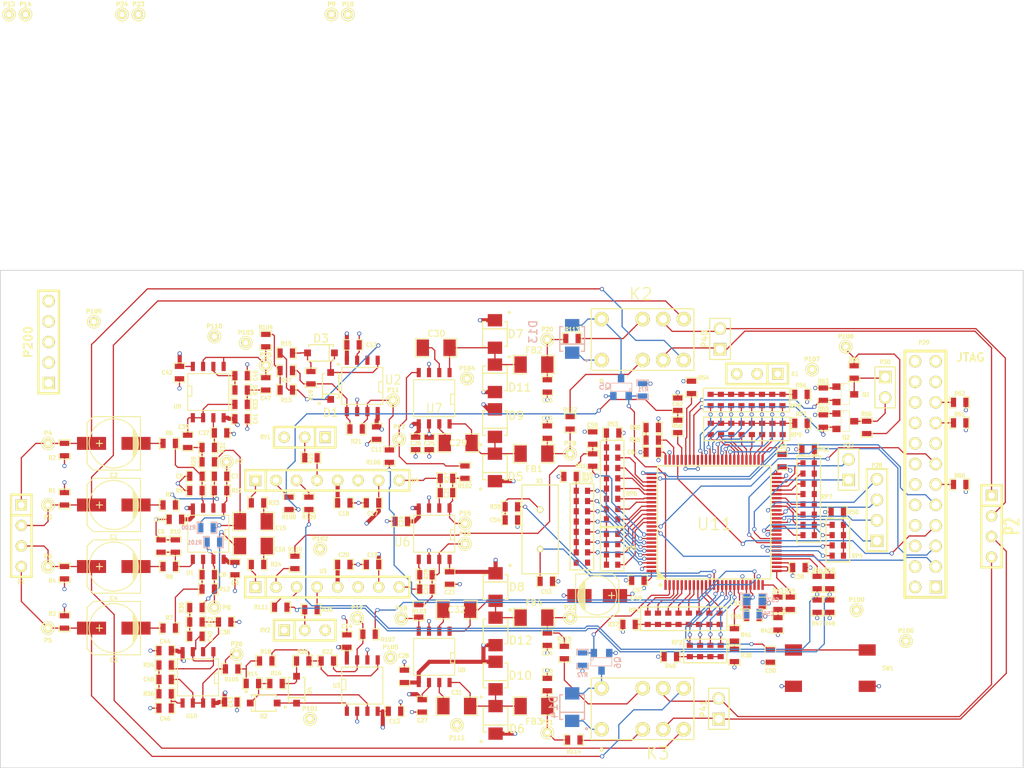
<source format=kicad_pcb>
(kicad_pcb (version 3) (host pcbnew "(2013-07-07 BZR 4022)-stable")
  (layers (15 F.Cu signal) (2 GND.Cu power) (1 PWR.Cu power) (0 B.Cu signal) (18 B.Paste user) (19 F.Paste user) (20 B.SilkS user) (21 F.SilkS user) (22 B.Mask user) (23 F.Mask user) (28 Edge.Cuts user))
  (net 0 "")
  (net 1 +3.3V)
  (net 2 +5V)
  (net 3 "/Bypass Relays/CH1+")
  (net 4 "/Bypass Relays/CH1-")
  (net 5 "/Bypass Relays/CH2+")
  (net 6 "/Bypass Relays/CH2-")
  (net 7 "/Bypass Relays/RELAY_1")
  (net 8 "/Bypass Relays/RELAY_2")
  (net 9 "/Input Section/CH1")
  (net 10 "/Input Section/CH1+")
  (net 11 "/Input Section/CH1-")
  (net 12 "/Input Section/CH2")
  (net 13 "/Input Section/CH2+")
  (net 14 "/Input Section/CH2-")
  (net 15 /MCU/A_IN_1)
  (net 16 /MCU/A_IN_2)
  (net 17 "/MCU/Bidirectional Level Shift/HV0")
  (net 18 "/MCU/Bidirectional Level Shift/HV1")
  (net 19 "/MCU/Bidirectional Level Shift/LV0")
  (net 20 "/MCU/Bidirectional Level Shift/LV1")
  (net 21 /MCU/CH1_CV)
  (net 22 /MCU/CH2_CV)
  (net 23 /MCU/JNTRST)
  (net 24 /MCU/JTCK)
  (net 25 /MCU/JTDI)
  (net 26 /MCU/JTDO)
  (net 27 /MCU/JTSM)
  (net 28 /MCU/OSC_IN)
  (net 29 /MCU/OSC_OUT)
  (net 30 "/Output Stage/CH1+_OUT")
  (net 31 "/Output Stage/CH1-_OUT")
  (net 32 "/Output Stage/CH1_LN_DVR_IN")
  (net 33 "/Output Stage/CH2+_OUT")
  (net 34 "/Output Stage/CH2-_OUT")
  (net 35 "/Output Stage/CH2_LN_DVR_IN")
  (net 36 "/Precision Rectifier/CH1_RECT_IN")
  (net 37 "/Precision Rectifier/CH2_RECT_IN")
  (net 38 "/VCA Section/CH1_CV+")
  (net 39 "/VCA Section/CH2_CV+")
  (net 40 GND)
  (net 41 N-00000100)
  (net 42 N-00000101)
  (net 43 N-00000108)
  (net 44 N-00000109)
  (net 45 N-00000110)
  (net 46 N-00000111)
  (net 47 N-00000112)
  (net 48 N-00000113)
  (net 49 N-00000114)
  (net 50 N-00000115)
  (net 51 N-00000116)
  (net 52 N-00000119)
  (net 53 N-00000120)
  (net 54 N-00000121)
  (net 55 N-00000122)
  (net 56 N-00000123)
  (net 57 N-00000124)
  (net 58 N-00000125)
  (net 59 N-00000126)
  (net 60 N-00000127)
  (net 61 N-00000130)
  (net 62 N-00000131)
  (net 63 N-00000133)
  (net 64 N-00000134)
  (net 65 N-00000135)
  (net 66 N-00000136)
  (net 67 N-00000137)
  (net 68 N-00000138)
  (net 69 N-00000139)
  (net 70 N-00000140)
  (net 71 N-00000141)
  (net 72 N-00000142)
  (net 73 N-00000143)
  (net 74 N-00000144)
  (net 75 N-00000145)
  (net 76 N-00000146)
  (net 77 N-00000147)
  (net 78 N-00000148)
  (net 79 N-00000149)
  (net 80 N-00000150)
  (net 81 N-00000151)
  (net 82 N-00000152)
  (net 83 N-00000153)
  (net 84 N-00000154)
  (net 85 N-00000155)
  (net 86 N-00000156)
  (net 87 N-00000157)
  (net 88 N-00000158)
  (net 89 N-00000160)
  (net 90 N-00000161)
  (net 91 N-00000162)
  (net 92 N-00000163)
  (net 93 N-00000164)
  (net 94 N-00000165)
  (net 95 N-00000166)
  (net 96 N-00000167)
  (net 97 N-00000168)
  (net 98 N-00000169)
  (net 99 N-00000170)
  (net 100 N-00000171)
  (net 101 N-00000172)
  (net 102 N-00000173)
  (net 103 N-00000174)
  (net 104 N-00000176)
  (net 105 N-00000177)
  (net 106 N-00000178)
  (net 107 N-00000179)
  (net 108 N-00000180)
  (net 109 N-00000181)
  (net 110 N-00000182)
  (net 111 N-00000183)
  (net 112 N-00000184)
  (net 113 N-00000185)
  (net 114 N-00000186)
  (net 115 N-00000187)
  (net 116 N-00000188)
  (net 117 N-00000189)
  (net 118 N-00000190)
  (net 119 N-00000191)
  (net 120 N-00000192)
  (net 121 N-00000193)
  (net 122 N-00000194)
  (net 123 N-00000195)
  (net 124 N-00000196)
  (net 125 N-00000197)
  (net 126 N-00000203)
  (net 127 N-00000204)
  (net 128 N-00000205)
  (net 129 N-0000031)
  (net 130 N-0000032)
  (net 131 N-0000033)
  (net 132 N-0000034)
  (net 133 N-0000035)
  (net 134 N-0000036)
  (net 135 N-0000037)
  (net 136 N-0000038)
  (net 137 N-0000039)
  (net 138 N-0000040)
  (net 139 N-0000041)
  (net 140 N-0000044)
  (net 141 N-0000045)
  (net 142 N-0000046)
  (net 143 N-0000047)
  (net 144 N-0000048)
  (net 145 N-0000049)
  (net 146 N-0000050)
  (net 147 N-0000051)
  (net 148 N-0000052)
  (net 149 N-0000053)
  (net 150 N-0000054)
  (net 151 N-0000055)
  (net 152 N-0000056)
  (net 153 N-0000057)
  (net 154 N-0000058)
  (net 155 N-0000059)
  (net 156 N-0000060)
  (net 157 N-0000061)
  (net 158 N-0000062)
  (net 159 N-0000065)
  (net 160 N-0000066)
  (net 161 N-0000067)
  (net 162 N-0000068)
  (net 163 N-0000069)
  (net 164 N-0000070)
  (net 165 N-0000071)
  (net 166 N-0000072)
  (net 167 N-0000073)
  (net 168 N-0000074)
  (net 169 N-0000075)
  (net 170 N-0000076)
  (net 171 N-0000077)
  (net 172 N-0000078)
  (net 173 N-0000079)
  (net 174 N-0000080)
  (net 175 N-0000081)
  (net 176 N-0000082)
  (net 177 N-0000083)
  (net 178 N-0000084)
  (net 179 N-0000085)
  (net 180 N-0000086)
  (net 181 N-0000089)
  (net 182 N-0000090)
  (net 183 N-0000091)
  (net 184 N-0000092)
  (net 185 N-0000093)
  (net 186 N-0000094)
  (net 187 N-0000095)
  (net 188 N-0000096)
  (net 189 N-0000097)
  (net 190 N-0000098)
  (net 191 N-0000099)
  (net 192 VDD)
  (net 193 VSS)
  (module SOT23 (layer B.Cu) (at 91.186 116.9924 180)
    (fp_text reference Q5 (at 1.99898 0.09906 180) (layer B.SilkS) (effects (font (size 0.762 0.762) (thickness 0.11938)) (justify mirror)))
    (fp_text value MMBF170 hide)
    (pad 3 smd rect (at 0 1.09982 180) (size 0.8001 1.00076) (layers B.Cu B.Paste B.Mask) (net 127 N-00000204))
    (pad 2 smd rect (at 0.9525 -1.09982 180) (size 0.8001 1.00076) (layers B.Cu B.Paste B.Mask) (net 40 GND))
    (pad 1 smd rect (at -0.9525 -1.09982 180) (size 0.8001 1.00076) (layers B.Cu B.Paste B.Mask) (net 7 "/Bypass Relays/RELAY_1"))
  )
  (module SOT23 (layer B.Cu) (at 88.773 150.9776)
    (fp_text reference Q6 (at 1.99898 0.09906 270) (layer B.SilkS) (effects (font (size 0.762 0.762) (thickness 0.11938)) (justify mirror)))
    (fp_text value MMBF170 hide)
    (pad 3 smd rect (at 0 1.09982) (size 0.8001 1.00076) (layers B.Cu B.Paste B.Mask) (net 128 N-00000205))
    (pad 2 smd rect (at 0.9525 -1.09982) (size 0.8001 1.00076) (layers B.Cu B.Paste B.Mask) (net 40 GND))
    (pad 1 smd rect (at -0.9525 -1.09982) (size 0.8001 1.00076) (layers B.Cu B.Paste B.Mask) (net 8 "/Bypass Relays/RELAY_2"))
  )
  (module SOT23 (layer F.Cu) (at 118.9228 117.8814 270)
    (fp_text reference Q1 (at 0.0254 -2.5654 360) (layer F.SilkS) (effects (font (size 0.508 0.4572) (thickness 0.1143))))
    (fp_text value BSS138 hide)
    (pad 3 smd rect (at 0 -1.09982 270) (size 0.8001 1.00076) (layers F.Cu F.Paste F.Mask) (net 17 "/MCU/Bidirectional Level Shift/HV0"))
    (pad 2 smd rect (at 0.9525 1.09982 270) (size 0.8001 1.00076) (layers F.Cu F.Paste F.Mask) (net 19 "/MCU/Bidirectional Level Shift/LV0"))
    (pad 1 smd rect (at -0.9525 1.09982 270) (size 0.8001 1.00076) (layers F.Cu F.Paste F.Mask) (net 1 +3.3V))
  )
  (module SOT23 (layer F.Cu) (at 118.9228 121.2088 270)
    (fp_text reference Q2 (at 1.99898 -0.09906 360) (layer F.SilkS) (effects (font (size 0.508 0.4572) (thickness 0.1143))))
    (fp_text value BSS138 hide)
    (pad 3 smd rect (at 0 -1.09982 270) (size 0.8001 1.00076) (layers F.Cu F.Paste F.Mask) (net 18 "/MCU/Bidirectional Level Shift/HV1"))
    (pad 2 smd rect (at 0.9525 1.09982 270) (size 0.8001 1.00076) (layers F.Cu F.Paste F.Mask) (net 20 "/MCU/Bidirectional Level Shift/LV1"))
    (pad 1 smd rect (at -0.9525 1.09982 270) (size 0.8001 1.00076) (layers F.Cu F.Paste F.Mask) (net 1 +3.3V))
  )
  (module SOD-123 (layer F.Cu) (at 54.0766 112.7506 180)
    (fp_text reference D3 (at 0 1.778 180) (layer F.SilkS))
    (fp_text value 1N4148 hide)
    (pad 1 smd rect (at 1.6637 0 180) (size 0.8382 0.8382) (layers F.Cu F.Paste F.Mask) (net 141 N-0000045))
    (pad 2 smd rect (at -1.6637 0 180) (size 0.8382 0.8382) (layers F.Cu F.Paste F.Mask) (net 144 N-0000048))
  )
  (module SOD-123 (layer F.Cu) (at 55.2704 116.84 90)
    (fp_text reference D1 (at -3.302 0 180) (layer F.SilkS))
    (fp_text value 1N4148 hide)
    (pad 1 smd rect (at 1.6637 0 90) (size 0.8382 0.8382) (layers F.Cu F.Paste F.Mask) (net 144 N-0000048))
    (pad 2 smd rect (at -1.6637 0 90) (size 0.8382 0.8382) (layers F.Cu F.Paste F.Mask) (net 142 N-0000046))
  )
  (module SOD-123 (layer F.Cu) (at 46.99 156.083)
    (fp_text reference D2 (at 0 1.6256) (layer F.SilkS) (effects (font (size 0.508 0.4572) (thickness 0.1143))))
    (fp_text value 1N4148 hide)
    (pad 1 smd rect (at 1.6637 0) (size 0.8382 0.8382) (layers F.Cu F.Paste F.Mask) (net 146 N-0000050))
    (pad 2 smd rect (at -1.6637 0) (size 0.8382 0.8382) (layers F.Cu F.Paste F.Mask) (net 147 N-0000051))
  )
  (module SOD-123 (layer F.Cu) (at 51.054 154.432 90)
    (fp_text reference D4 (at -0.1016 1.6256 90) (layer F.SilkS) (effects (font (size 0.508 0.4572) (thickness 0.1143))))
    (fp_text value 1N4148 hide)
    (pad 1 smd rect (at 1.6637 0 90) (size 0.8382 0.8382) (layers F.Cu F.Paste F.Mask) (net 145 N-0000049))
    (pad 2 smd rect (at -1.6637 0 90) (size 0.8382 0.8382) (layers F.Cu F.Paste F.Mask) (net 146 N-0000050))
  )
  (module SO8N (layer F.Cu) (at 68.072 150.368 180)
    (fp_text reference U8 (at -3.4036 -1.6256 180) (layer F.SilkS) (effects (font (size 0.508 0.4572) (thickness 0.1143))))
    (fp_text value THAT1646 hide)
    (pad 8 smd rect (at -1.905 -3.175 180) (size 0.508 1.143) (layers F.Cu F.Paste F.Mask) (net 175 N-0000081))
    (pad 7 smd rect (at -0.635 -3.175 180) (size 0.508 1.143) (layers F.Cu F.Paste F.Mask) (net 167 N-0000073))
    (pad 6 smd rect (at 0.635 -3.175 180) (size 0.508 1.143) (layers F.Cu F.Paste F.Mask) (net 192 VDD))
    (pad 5 smd rect (at 1.905 -3.175 180) (size 0.508 1.143) (layers F.Cu F.Paste F.Mask) (net 193 VSS))
    (pad 4 smd rect (at 1.905 3.175 180) (size 0.508 1.143) (layers F.Cu F.Paste F.Mask) (net 35 "/Output Stage/CH2_LN_DVR_IN"))
    (pad 3 smd rect (at 0.635 3.175 180) (size 0.508 1.143) (layers F.Cu F.Paste F.Mask) (net 40 GND))
    (pad 2 smd rect (at -0.635 3.175 180) (size 0.508 1.143) (layers F.Cu F.Paste F.Mask) (net 166 N-0000072))
    (pad 1 smd rect (at -1.905 3.175 180) (size 0.508 1.143) (layers F.Cu F.Paste F.Mask) (net 176 N-0000082))
  )
  (module SO8N (layer F.Cu) (at 68.072 118.364 180)
    (fp_text reference U7 (at 0 -1.27 180) (layer F.SilkS) (effects (font (size 1.143 1.016) (thickness 0.127))))
    (fp_text value THAT1646 hide)
    (pad 8 smd rect (at -1.905 -3.175 180) (size 0.508 1.143) (layers F.Cu F.Paste F.Mask) (net 173 N-0000079))
    (pad 7 smd rect (at -0.635 -3.175 180) (size 0.508 1.143) (layers F.Cu F.Paste F.Mask) (net 172 N-0000078))
    (pad 6 smd rect (at 0.635 -3.175 180) (size 0.508 1.143) (layers F.Cu F.Paste F.Mask) (net 192 VDD))
    (pad 5 smd rect (at 1.905 -3.175 180) (size 0.508 1.143) (layers F.Cu F.Paste F.Mask) (net 193 VSS))
    (pad 4 smd rect (at 1.905 3.175 180) (size 0.508 1.143) (layers F.Cu F.Paste F.Mask) (net 32 "/Output Stage/CH1_LN_DVR_IN"))
    (pad 3 smd rect (at 0.635 3.175 180) (size 0.508 1.143) (layers F.Cu F.Paste F.Mask) (net 40 GND))
    (pad 2 smd rect (at -0.635 3.175 180) (size 0.508 1.143) (layers F.Cu F.Paste F.Mask) (net 165 N-0000071))
    (pad 1 smd rect (at -1.905 3.175 180) (size 0.508 1.143) (layers F.Cu F.Paste F.Mask) (net 174 N-0000080))
  )
  (module SO8N (layer F.Cu) (at 59.182 116.84 180)
    (fp_text reference U2 (at -3.81 0.762 180) (layer F.SilkS) (effects (font (size 1.143 1.016) (thickness 0.127))))
    (fp_text value OP275 hide)
    (pad 8 smd rect (at -1.905 -3.175 180) (size 0.508 1.143) (layers F.Cu F.Paste F.Mask) (net 192 VDD))
    (pad 7 smd rect (at -0.635 -3.175 180) (size 0.508 1.143) (layers F.Cu F.Paste F.Mask) (net 143 N-0000047))
    (pad 6 smd rect (at 0.635 -3.175 180) (size 0.508 1.143) (layers F.Cu F.Paste F.Mask) (net 40 GND))
    (pad 5 smd rect (at 1.905 -3.175 180) (size 0.508 1.143) (layers F.Cu F.Paste F.Mask) (net 148 N-0000052))
    (pad 4 smd rect (at 1.905 3.175 180) (size 0.508 1.143) (layers F.Cu F.Paste F.Mask) (net 193 VSS))
    (pad 3 smd rect (at 0.635 3.175 180) (size 0.508 1.143) (layers F.Cu F.Paste F.Mask) (net 40 GND))
    (pad 2 smd rect (at -0.635 3.175 180) (size 0.508 1.143) (layers F.Cu F.Paste F.Mask) (net 142 N-0000046))
    (pad 1 smd rect (at -1.905 3.175 180) (size 0.508 1.143) (layers F.Cu F.Paste F.Mask) (net 144 N-0000048))
  )
  (module SO8N (layer F.Cu) (at 59.182 153.924)
    (fp_text reference U3 (at -3.175 0) (layer F.SilkS) (effects (font (size 0.508 0.4572) (thickness 0.1143))))
    (fp_text value OP275 hide)
    (pad 8 smd rect (at -1.905 -3.175) (size 0.508 1.143) (layers F.Cu F.Paste F.Mask) (net 193 VSS))
    (pad 7 smd rect (at -0.635 -3.175) (size 0.508 1.143) (layers F.Cu F.Paste F.Mask) (net 140 N-0000044))
    (pad 6 smd rect (at 0.635 -3.175) (size 0.508 1.143) (layers F.Cu F.Paste F.Mask) (net 40 GND))
    (pad 5 smd rect (at 1.905 -3.175) (size 0.508 1.143) (layers F.Cu F.Paste F.Mask) (net 139 N-0000041))
    (pad 4 smd rect (at 1.905 3.175) (size 0.508 1.143) (layers F.Cu F.Paste F.Mask) (net 192 VDD))
    (pad 3 smd rect (at 0.635 3.175) (size 0.508 1.143) (layers F.Cu F.Paste F.Mask) (net 147 N-0000051))
    (pad 2 smd rect (at -0.635 3.175) (size 0.508 1.143) (layers F.Cu F.Paste F.Mask) (net 40 GND))
    (pad 1 smd rect (at -1.905 3.175) (size 0.508 1.143) (layers F.Cu F.Paste F.Mask) (net 146 N-0000050))
  )
  (module SO8N (layer F.Cu) (at 38.862 152.908 180)
    (fp_text reference U10 (at 0.7874 -4.7752 180) (layer F.SilkS) (effects (font (size 0.508 0.4572) (thickness 0.1143))))
    (fp_text value OP275 hide)
    (pad 8 smd rect (at -1.905 -3.175 180) (size 0.508 1.143) (layers F.Cu F.Paste F.Mask) (net 193 VSS))
    (pad 7 smd rect (at -0.635 -3.175 180) (size 0.508 1.143) (layers F.Cu F.Paste F.Mask) (net 181 N-0000089))
    (pad 6 smd rect (at 0.635 -3.175 180) (size 0.508 1.143) (layers F.Cu F.Paste F.Mask) (net 181 N-0000089))
    (pad 5 smd rect (at 1.905 -3.175 180) (size 0.508 1.143) (layers F.Cu F.Paste F.Mask) (net 179 N-0000085))
    (pad 4 smd rect (at 1.905 3.175 180) (size 0.508 1.143) (layers F.Cu F.Paste F.Mask) (net 192 VDD))
    (pad 3 smd rect (at 0.635 3.175 180) (size 0.508 1.143) (layers F.Cu F.Paste F.Mask) (net 182 N-0000090))
    (pad 2 smd rect (at -0.635 3.175 180) (size 0.508 1.143) (layers F.Cu F.Paste F.Mask) (net 177 N-0000083))
    (pad 1 smd rect (at -1.905 3.175 180) (size 0.508 1.143) (layers F.Cu F.Paste F.Mask) (net 182 N-0000090))
  )
  (module SO8N (layer F.Cu) (at 40.132 117.602)
    (fp_text reference U9 (at -3.81 1.778) (layer F.SilkS) (effects (font (size 0.508 0.4572) (thickness 0.1143))))
    (fp_text value OP275 hide)
    (pad 8 smd rect (at -1.905 -3.175) (size 0.508 1.143) (layers F.Cu F.Paste F.Mask) (net 192 VDD))
    (pad 7 smd rect (at -0.635 -3.175) (size 0.508 1.143) (layers F.Cu F.Paste F.Mask) (net 188 N-0000096))
    (pad 6 smd rect (at 0.635 -3.175) (size 0.508 1.143) (layers F.Cu F.Paste F.Mask) (net 185 N-0000093))
    (pad 5 smd rect (at 1.905 -3.175) (size 0.508 1.143) (layers F.Cu F.Paste F.Mask) (net 188 N-0000096))
    (pad 4 smd rect (at 1.905 3.175) (size 0.508 1.143) (layers F.Cu F.Paste F.Mask) (net 193 VSS))
    (pad 3 smd rect (at 0.635 3.175) (size 0.508 1.143) (layers F.Cu F.Paste F.Mask) (net 183 N-0000091))
    (pad 2 smd rect (at -0.635 3.175) (size 0.508 1.143) (layers F.Cu F.Paste F.Mask) (net 187 N-0000095))
    (pad 1 smd rect (at -1.905 3.175) (size 0.508 1.143) (layers F.Cu F.Paste F.Mask) (net 187 N-0000095))
  )
  (module SO8N (layer F.Cu) (at 68.072 135.128 180)
    (fp_text reference U6 (at 3.9624 -1.016 180) (layer F.SilkS) (effects (font (size 1.143 1.016) (thickness 0.127))))
    (fp_text value OP275 hide)
    (pad 8 smd rect (at -1.905 -3.175 180) (size 0.508 1.143) (layers F.Cu F.Paste F.Mask) (net 192 VDD))
    (pad 7 smd rect (at -0.635 -3.175 180) (size 0.508 1.143) (layers F.Cu F.Paste F.Mask) (net 158 N-0000062))
    (pad 6 smd rect (at 0.635 -3.175 180) (size 0.508 1.143) (layers F.Cu F.Paste F.Mask) (net 40 GND))
    (pad 5 smd rect (at 1.905 -3.175 180) (size 0.508 1.143) (layers F.Cu F.Paste F.Mask) (net 157 N-0000061))
    (pad 4 smd rect (at 1.905 3.175 180) (size 0.508 1.143) (layers F.Cu F.Paste F.Mask) (net 193 VSS))
    (pad 3 smd rect (at 0.635 3.175 180) (size 0.508 1.143) (layers F.Cu F.Paste F.Mask) (net 40 GND))
    (pad 2 smd rect (at -0.635 3.175 180) (size 0.508 1.143) (layers F.Cu F.Paste F.Mask) (net 159 N-0000065))
    (pad 1 smd rect (at -1.905 3.175 180) (size 0.508 1.143) (layers F.Cu F.Paste F.Mask) (net 160 N-0000066))
  )
  (module SO8N (layer F.Cu) (at 40.132 135.128 180)
    (fp_text reference U1 (at 2.2606 -4.826 180) (layer F.SilkS) (effects (font (size 0.508 0.4572) (thickness 0.1143))))
    (fp_text value OP275 hide)
    (pad 8 smd rect (at -1.905 -3.175 180) (size 0.508 1.143) (layers F.Cu F.Paste F.Mask) (net 192 VDD))
    (pad 7 smd rect (at -0.635 -3.175 180) (size 0.508 1.143) (layers F.Cu F.Paste F.Mask) (net 129 N-0000031))
    (pad 6 smd rect (at 0.635 -3.175 180) (size 0.508 1.143) (layers F.Cu F.Paste F.Mask) (net 132 N-0000034))
    (pad 5 smd rect (at 1.905 -3.175 180) (size 0.508 1.143) (layers F.Cu F.Paste F.Mask) (net 131 N-0000033))
    (pad 4 smd rect (at 1.905 3.175 180) (size 0.508 1.143) (layers F.Cu F.Paste F.Mask) (net 193 VSS))
    (pad 3 smd rect (at 0.635 3.175 180) (size 0.508 1.143) (layers F.Cu F.Paste F.Mask) (net 136 N-0000038))
    (pad 2 smd rect (at -0.635 3.175 180) (size 0.508 1.143) (layers F.Cu F.Paste F.Mask) (net 138 N-0000040))
    (pad 1 smd rect (at -1.905 3.175 180) (size 0.508 1.143) (layers F.Cu F.Paste F.Mask) (net 137 N-0000039))
  )
  (module SM1206 (layer F.Cu) (at 70.866 156.464)
    (fp_text reference C31 (at 0 -1.6764) (layer F.SilkS) (effects (font (size 0.508 0.4572) (thickness 0.1143))))
    (fp_text value 10u hide)
    (pad 1 smd rect (at -1.651 0) (size 1.524 2.032) (layers F.Cu F.Paste F.Mask) (net 167 N-0000073))
    (pad 2 smd rect (at 1.651 0) (size 1.524 2.032) (layers F.Cu F.Paste F.Mask) (net 175 N-0000081))
  )
  (module SM1206 (layer F.Cu) (at 45.72 136.652)
    (fp_text reference C16 (at 3.302 0.4064) (layer F.SilkS) (effects (font (size 0.508 0.4572) (thickness 0.1143))))
    (fp_text value 10u hide)
    (pad 1 smd rect (at -1.651 0) (size 1.524 2.032) (layers F.Cu F.Paste F.Mask) (net 12 "/Input Section/CH2"))
    (pad 2 smd rect (at 1.651 0) (size 1.524 2.032) (layers F.Cu F.Paste F.Mask) (net 153 N-0000057))
  )
  (module SM1206 (layer F.Cu) (at 70.866 144.526)
    (fp_text reference C32 (at 0 0) (layer F.SilkS) (effects (font (size 0.762 0.762) (thickness 0.127))))
    (fp_text value 10u hide)
    (pad 1 smd rect (at -1.651 0) (size 1.524 2.032) (layers F.Cu F.Paste F.Mask) (net 166 N-0000072))
    (pad 2 smd rect (at 1.651 0) (size 1.524 2.032) (layers F.Cu F.Paste F.Mask) (net 176 N-0000082))
  )
  (module SM1206 (layer F.Cu) (at 68.326 112.1156)
    (fp_text reference C30 (at 0.0254 -1.7526) (layer F.SilkS) (effects (font (size 0.762 0.762) (thickness 0.127))))
    (fp_text value 10u hide)
    (pad 1 smd rect (at -1.651 0) (size 1.524 2.032) (layers F.Cu F.Paste F.Mask) (net 165 N-0000071))
    (pad 2 smd rect (at 1.651 0) (size 1.524 2.032) (layers F.Cu F.Paste F.Mask) (net 174 N-0000080))
  )
  (module SM1206 (layer F.Cu) (at 71.0438 123.9012)
    (fp_text reference C29 (at 0 0) (layer F.SilkS) (effects (font (size 0.762 0.762) (thickness 0.127))))
    (fp_text value 10u hide)
    (pad 1 smd rect (at -1.651 0) (size 1.524 2.032) (layers F.Cu F.Paste F.Mask) (net 172 N-0000078))
    (pad 2 smd rect (at 1.651 0) (size 1.524 2.032) (layers F.Cu F.Paste F.Mask) (net 173 N-0000079))
  )
  (module SM1206 (layer F.Cu) (at 45.72 133.604)
    (fp_text reference C15 (at 3.3782 0.8128) (layer F.SilkS) (effects (font (size 0.508 0.4572) (thickness 0.1143))))
    (fp_text value 10u hide)
    (pad 1 smd rect (at -1.651 0) (size 1.524 2.032) (layers F.Cu F.Paste F.Mask) (net 9 "/Input Section/CH1"))
    (pad 2 smd rect (at 1.651 0) (size 1.524 2.032) (layers F.Cu F.Paste F.Mask) (net 161 N-0000067))
  )
  (module SM0805 (layer B.Cu) (at 107.696 143.2814)
    (fp_text reference C52 (at 2.3368 0.0508) (layer B.SilkS) (effects (font (size 0.50038 0.50038) (thickness 0.10922)) (justify mirror)))
    (fp_text value 1u hide)
    (pad 1 smd rect (at -0.9525 0) (size 0.889 1.397) (layers B.Cu B.Paste B.Mask) (net 1 +3.3V))
    (pad 2 smd rect (at 0.9525 0) (size 0.889 1.397) (layers B.Cu B.Paste B.Mask) (net 40 GND))
  )
  (module SM0805 (layer F.Cu) (at 107.696 143.7386)
    (fp_text reference C51 (at -2.3368 0) (layer F.SilkS) (effects (font (size 0.50038 0.50038) (thickness 0.10922))))
    (fp_text value 1u hide)
    (pad 1 smd rect (at -0.9525 0) (size 0.889 1.397) (layers F.Cu F.Paste F.Mask) (net 1 +3.3V))
    (pad 2 smd rect (at 0.9525 0) (size 0.889 1.397) (layers F.Cu F.Paste F.Mask) (net 40 GND))
  )
  (module SM0603_Resistor (layer F.Cu) (at 114.3254 124.6886 180)
    (fp_text reference R52 (at -1.9304 0 180) (layer F.SilkS) (effects (font (size 0.50038 0.4572) (thickness 0.1143))))
    (fp_text value 10K hide)
    (pad 1 smd rect (at -0.762 0 180) (size 0.635 1.143) (layers F.Cu F.Paste F.Mask) (net 85 N-00000155))
    (pad 2 smd rect (at 0.762 0 180) (size 0.635 1.143) (layers F.Cu F.Paste F.Mask) (net 40 GND))
  )
  (module SM0603_Resistor (layer F.Cu) (at 112.1156 143.7386 270)
    (fp_text reference R44 (at -1.6002 0.0254 360) (layer F.SilkS) (effects (font (size 0.50038 0.4572) (thickness 0.1143))))
    (fp_text value 0 hide)
    (pad 1 smd rect (at -0.762 0 270) (size 0.635 1.143) (layers F.Cu F.Paste F.Mask) (net 63 N-00000133))
    (pad 2 smd rect (at 0.762 0 270) (size 0.635 1.143) (layers F.Cu F.Paste F.Mask) (net 88 N-00000158))
  )
  (module SM0603_Resistor (layer F.Cu) (at 67.056 140.208)
    (fp_text reference R28 (at 0.0635 -0.0635 90) (layer F.SilkS) (effects (font (size 0.50038 0.4572) (thickness 0.1143))))
    (fp_text value 22K hide)
    (pad 1 smd rect (at -0.762 0) (size 0.635 1.143) (layers F.Cu F.Paste F.Mask) (net 157 N-0000061))
    (pad 2 smd rect (at 0.762 0) (size 0.635 1.143) (layers F.Cu F.Paste F.Mask) (net 158 N-0000062))
  )
  (module SM0603_Resistor (layer F.Cu) (at 99.8982 117.0178 90)
    (fp_text reference R54 (at 1.1938 1.4986 180) (layer F.SilkS) (effects (font (size 0.50038 0.4572) (thickness 0.1143))))
    (fp_text value 10K hide)
    (pad 1 smd rect (at -0.762 0 90) (size 0.635 1.143) (layers F.Cu F.Paste F.Mask) (net 116 N-00000188))
    (pad 2 smd rect (at 0.762 0 90) (size 0.635 1.143) (layers F.Cu F.Paste F.Mask) (net 40 GND))
  )
  (module SM0603_Resistor (layer F.Cu) (at 117.9322 132.4356 180)
    (fp_text reference R50 (at -1.9812 -0.0254 180) (layer F.SilkS) (effects (font (size 0.50038 0.4572) (thickness 0.1143))))
    (fp_text value 10K hide)
    (pad 1 smd rect (at -0.762 0 180) (size 0.635 1.143) (layers F.Cu F.Paste F.Mask) (net 79 N-00000149))
    (pad 2 smd rect (at 0.762 0 180) (size 0.635 1.143) (layers F.Cu F.Paste F.Mask) (net 40 GND))
  )
  (module SM0603_Resistor (layer F.Cu) (at 52.832 144.526 180)
    (fp_text reference R26 (at -2.032 0 180) (layer F.SilkS) (effects (font (size 0.50038 0.4572) (thickness 0.1143))))
    (fp_text value 130K hide)
    (pad 1 smd rect (at -0.762 0 180) (size 0.635 1.143) (layers F.Cu F.Paste F.Mask) (net 155 N-0000059))
    (pad 2 smd rect (at 0.762 0 180) (size 0.635 1.143) (layers F.Cu F.Paste F.Mask) (net 156 N-0000060))
  )
  (module SM0603_Resistor (layer F.Cu) (at 87.6808 126.0094 90)
    (fp_text reference R51 (at -0.7366 -1.4986 180) (layer F.SilkS) (effects (font (size 0.50038 0.4572) (thickness 0.1143))))
    (fp_text value 6.2K hide)
    (pad 1 smd rect (at -0.762 0 90) (size 0.635 1.143) (layers F.Cu F.Paste F.Mask) (net 78 N-00000148))
    (pad 2 smd rect (at 0.762 0 90) (size 0.635 1.143) (layers F.Cu F.Paste F.Mask) (net 39 "/VCA Section/CH2_CV+"))
  )
  (module SM0603_Resistor (layer F.Cu) (at 46.228 138.938 180)
    (fp_text reference R24 (at -2.286 0 180) (layer F.SilkS) (effects (font (size 0.50038 0.4572) (thickness 0.1143))))
    (fp_text value 22K hide)
    (pad 1 smd rect (at -0.762 0 180) (size 0.635 1.143) (layers F.Cu F.Paste F.Mask) (net 153 N-0000057))
    (pad 2 smd rect (at 0.762 0 180) (size 0.635 1.143) (layers F.Cu F.Paste F.Mask) (net 154 N-0000058))
  )
  (module SM0603_Resistor (layer F.Cu) (at 95.0468 121.9962)
    (fp_text reference R59 (at -2.1082 0) (layer F.SilkS) (effects (font (size 0.50038 0.4572) (thickness 0.1143))))
    (fp_text value 10K hide)
    (pad 1 smd rect (at -0.762 0) (size 0.635 1.143) (layers F.Cu F.Paste F.Mask) (net 90 N-00000161))
    (pad 2 smd rect (at 0.762 0) (size 0.635 1.143) (layers F.Cu F.Paste F.Mask) (net 40 GND))
  )
  (module SM0603_Resistor (layer F.Cu) (at 69.596 128.27)
    (fp_text reference R27 (at 0.0635 -0.0635 90) (layer F.SilkS) (effects (font (size 0.50038 0.4572) (thickness 0.1143))))
    (fp_text value 22K hide)
    (pad 1 smd rect (at -0.762 0) (size 0.635 1.143) (layers F.Cu F.Paste F.Mask) (net 159 N-0000065))
    (pad 2 smd rect (at 0.762 0) (size 0.635 1.143) (layers F.Cu F.Paste F.Mask) (net 160 N-0000066))
  )
  (module SM0603_Resistor (layer F.Cu) (at 98.1964 121.8438 90)
    (fp_text reference R58 (at 0.0635 -0.0635 180) (layer F.SilkS) (effects (font (size 0.50038 0.4572) (thickness 0.1143))))
    (fp_text value 6.2K hide)
    (pad 1 smd rect (at -0.762 0 90) (size 0.635 1.143) (layers F.Cu F.Paste F.Mask) (net 77 N-00000147))
    (pad 2 smd rect (at 0.762 0 90) (size 0.635 1.143) (layers F.Cu F.Paste F.Mask) (net 38 "/VCA Section/CH1_CV+"))
  )
  (module SM0603_Resistor (layer F.Cu) (at 116.205 121.1834 270)
    (fp_text reference R65 (at -1.5748 0 360) (layer F.SilkS) (effects (font (size 0.50038 0.4572) (thickness 0.1143))))
    (fp_text value 10K hide)
    (pad 1 smd rect (at -0.762 0 270) (size 0.635 1.143) (layers F.Cu F.Paste F.Mask) (net 1 +3.3V))
    (pad 2 smd rect (at 0.762 0 270) (size 0.635 1.143) (layers F.Cu F.Paste F.Mask) (net 20 "/MCU/Bidirectional Level Shift/LV1"))
  )
  (module SM0603_Resistor (layer F.Cu) (at 133.0706 118.872)
    (fp_text reference R62 (at 0 -1.0922) (layer F.SilkS) (effects (font (size 0.50038 0.4572) (thickness 0.1143))))
    (fp_text value 10K hide)
    (pad 1 smd rect (at -0.762 0) (size 0.635 1.143) (layers F.Cu F.Paste F.Mask) (net 190 N-0000098))
    (pad 2 smd rect (at 0.762 0) (size 0.635 1.143) (layers F.Cu F.Paste F.Mask) (net 40 GND))
  )
  (module SM0603_Resistor (layer F.Cu) (at 90.1446 122.66676)
    (fp_text reference R53 (at 0 -1.10236) (layer F.SilkS) (effects (font (size 0.50038 0.4572) (thickness 0.1143))))
    (fp_text value 10K hide)
    (pad 1 smd rect (at -0.762 0) (size 0.635 1.143) (layers F.Cu F.Paste F.Mask) (net 89 N-00000160))
    (pad 2 smd rect (at 0.762 0) (size 0.635 1.143) (layers F.Cu F.Paste F.Mask) (net 40 GND))
  )
  (module SM0603_Resistor (layer F.Cu) (at 84.88172 128.04648)
    (fp_text reference R45 (at 2.16916 -0.22352) (layer F.SilkS) (effects (font (size 0.50038 0.4572) (thickness 0.1143))))
    (fp_text value 10K hide)
    (pad 1 smd rect (at -0.762 0) (size 0.635 1.143) (layers F.Cu F.Paste F.Mask) (net 40 GND))
    (pad 2 smd rect (at 0.762 0) (size 0.635 1.143) (layers F.Cu F.Paste F.Mask) (net 61 N-00000130))
  )
  (module SM0603_Resistor (layer F.Cu) (at 115.443 141.1732 270)
    (fp_text reference R46 (at -1.5494 0 360) (layer F.SilkS) (effects (font (size 0.50038 0.4572) (thickness 0.1143))))
    (fp_text value 22K hide)
    (pad 1 smd rect (at -0.762 0 270) (size 0.635 1.143) (layers F.Cu F.Paste F.Mask) (net 76 N-00000146))
    (pad 2 smd rect (at 0.762 0 270) (size 0.635 1.143) (layers F.Cu F.Paste F.Mask) (net 21 /MCU/CH1_CV))
  )
  (module SM0603_Resistor (layer F.Cu) (at 116.9924 141.1732 270)
    (fp_text reference R48 (at -1.5494 0.0254 360) (layer F.SilkS) (effects (font (size 0.50038 0.4572) (thickness 0.1143))))
    (fp_text value 22K hide)
    (pad 1 smd rect (at -0.762 0 270) (size 0.635 1.143) (layers F.Cu F.Paste F.Mask) (net 72 N-00000142))
    (pad 2 smd rect (at 0.762 0 270) (size 0.635 1.143) (layers F.Cu F.Paste F.Mask) (net 22 /MCU/CH2_CV))
  )
  (module SM0603_Resistor (layer F.Cu) (at 38.608 144.272 180)
    (fp_text reference R30 (at 1.778 0 270) (layer F.SilkS) (effects (font (size 0.50038 0.4572) (thickness 0.1143))))
    (fp_text value "5.11K, 1%" hide)
    (pad 1 smd rect (at -0.762 0 180) (size 0.635 1.143) (layers F.Cu F.Paste F.Mask) (net 12 "/Input Section/CH2"))
    (pad 2 smd rect (at 0.762 0 180) (size 0.635 1.143) (layers F.Cu F.Paste F.Mask) (net 178 N-0000084))
  )
  (module SM0603_Resistor (layer F.Cu) (at 38.608 146.05)
    (fp_text reference R32 (at 1.778 0 90) (layer F.SilkS) (effects (font (size 0.50038 0.4572) (thickness 0.1143))))
    (fp_text value "5.11K, 1%" hide)
    (pad 1 smd rect (at -0.762 0) (size 0.635 1.143) (layers F.Cu F.Paste F.Mask) (net 178 N-0000084))
    (pad 2 smd rect (at 0.762 0) (size 0.635 1.143) (layers F.Cu F.Paste F.Mask) (net 177 N-0000083))
  )
  (module SM0603_Resistor (layer F.Cu) (at 92.1766 146.3548)
    (fp_text reference R37 (at -1.9558 0) (layer F.SilkS) (effects (font (size 0.50038 0.4572) (thickness 0.1143))))
    (fp_text value 10K hide)
    (pad 1 smd rect (at -0.762 0) (size 0.635 1.143) (layers F.Cu F.Paste F.Mask) (net 40 GND))
    (pad 2 smd rect (at 0.762 0) (size 0.635 1.143) (layers F.Cu F.Paste F.Mask) (net 59 N-00000126))
  )
  (module SM0603_Resistor (layer F.Cu) (at 97.282 150.3426)
    (fp_text reference R40 (at 0.0254 1.1684) (layer F.SilkS) (effects (font (size 0.50038 0.4572) (thickness 0.1143))))
    (fp_text value 10K hide)
    (pad 1 smd rect (at -0.762 0) (size 0.635 1.143) (layers F.Cu F.Paste F.Mask) (net 40 GND))
    (pad 2 smd rect (at 0.762 0) (size 0.635 1.143) (layers F.Cu F.Paste F.Mask) (net 109 N-00000181))
  )
  (module SM0603_Resistor (layer F.Cu) (at 116.9924 144.0942 270)
    (fp_text reference R49 (at 2.159 0 360) (layer F.SilkS) (effects (font (size 0.50038 0.4572) (thickness 0.1143))))
    (fp_text value 1K hide)
    (pad 1 smd rect (at -0.762 0 270) (size 0.635 1.143) (layers F.Cu F.Paste F.Mask) (net 22 /MCU/CH2_CV))
    (pad 2 smd rect (at 0.762 0 270) (size 0.635 1.143) (layers F.Cu F.Paste F.Mask) (net 40 GND))
  )
  (module SM0603_Resistor (layer F.Cu) (at 115.443 144.0942 270)
    (fp_text reference R47 (at 2.159 0 360) (layer F.SilkS) (effects (font (size 0.50038 0.4572) (thickness 0.1143))))
    (fp_text value 1K hide)
    (pad 1 smd rect (at -0.762 0 270) (size 0.635 1.143) (layers F.Cu F.Paste F.Mask) (net 21 /MCU/CH1_CV))
    (pad 2 smd rect (at 0.762 0 270) (size 0.635 1.143) (layers F.Cu F.Paste F.Mask) (net 40 GND))
  )
  (module SM0603_Resistor (layer F.Cu) (at 110.5916 146.2786 90)
    (fp_text reference R42 (at -0.8636 -1.4732 180) (layer F.SilkS) (effects (font (size 0.50038 0.4572) (thickness 0.1143))))
    (fp_text value 10K hide)
    (pad 1 smd rect (at -0.762 0 90) (size 0.635 1.143) (layers F.Cu F.Paste F.Mask) (net 40 GND))
    (pad 2 smd rect (at 0.762 0 90) (size 0.635 1.143) (layers F.Cu F.Paste F.Mask) (net 88 N-00000158))
  )
  (module SM0603_Resistor (layer F.Cu) (at 133.0706 121.412)
    (fp_text reference R61 (at 0 -1.0668) (layer F.SilkS) (effects (font (size 0.50038 0.4572) (thickness 0.1143))))
    (fp_text value 10K hide)
    (pad 1 smd rect (at -0.762 0) (size 0.635 1.143) (layers F.Cu F.Paste F.Mask) (net 191 N-0000099))
    (pad 2 smd rect (at 0.762 0) (size 0.635 1.143) (layers F.Cu F.Paste F.Mask) (net 40 GND))
  )
  (module SM0603_Resistor (layer F.Cu) (at 133.0706 129.032)
    (fp_text reference R60 (at 0 -1.0922) (layer F.SilkS) (effects (font (size 0.50038 0.4572) (thickness 0.1143))))
    (fp_text value 10K hide)
    (pad 1 smd rect (at -0.762 0) (size 0.635 1.143) (layers F.Cu F.Paste F.Mask) (net 41 N-00000100))
    (pad 2 smd rect (at 0.762 0) (size 0.635 1.143) (layers F.Cu F.Paste F.Mask) (net 40 GND))
  )
  (module SM0603_Resistor (layer F.Cu) (at 105.2068 147.6502 270)
    (fp_text reference R41 (at 0 -1.4478 360) (layer F.SilkS) (effects (font (size 0.50038 0.4572) (thickness 0.1143))))
    (fp_text value 0 hide)
    (pad 1 smd rect (at -0.762 0 270) (size 0.635 1.143) (layers F.Cu F.Paste F.Mask) (net 110 N-00000182))
    (pad 2 smd rect (at 0.762 0 270) (size 0.635 1.143) (layers F.Cu F.Paste F.Mask) (net 111 N-00000183))
  )
  (module SM0603_Resistor (layer F.Cu) (at 105.2068 150.1902 90)
    (fp_text reference R38 (at 0 1.4732 180) (layer F.SilkS) (effects (font (size 0.50038 0.4572) (thickness 0.1143))))
    (fp_text value 10K hide)
    (pad 1 smd rect (at -0.762 0 90) (size 0.635 1.143) (layers F.Cu F.Paste F.Mask) (net 40 GND))
    (pad 2 smd rect (at 0.762 0 90) (size 0.635 1.143) (layers F.Cu F.Paste F.Mask) (net 111 N-00000183))
  )
  (module SM0603_Resistor (layer F.Cu) (at 113.4364 121.4628)
    (fp_text reference R57 (at 0 -1.143) (layer F.SilkS) (effects (font (size 0.50038 0.4572) (thickness 0.1143))))
    (fp_text value 10K hide)
    (pad 1 smd rect (at -0.762 0) (size 0.635 1.143) (layers F.Cu F.Paste F.Mask) (net 108 N-00000180))
    (pad 2 smd rect (at 0.762 0) (size 0.635 1.143) (layers F.Cu F.Paste F.Mask) (net 40 GND))
  )
  (module SM0603_Resistor (layer F.Cu) (at 95.0468 123.5456)
    (fp_text reference R55 (at -2.159 -0.0254) (layer F.SilkS) (effects (font (size 0.50038 0.4572) (thickness 0.1143))))
    (fp_text value 0 hide)
    (pad 1 smd rect (at -0.762 0) (size 0.635 1.143) (layers F.Cu F.Paste F.Mask) (net 90 N-00000161))
    (pad 2 smd rect (at 0.762 0) (size 0.635 1.143) (layers F.Cu F.Paste F.Mask) (net 64 N-00000134))
  )
  (module SM0603_Resistor (layer F.Cu) (at 110.5916 143.7386 270)
    (fp_text reference R43 (at -1.6002 0 360) (layer F.SilkS) (effects (font (size 0.50038 0.4572) (thickness 0.1143))))
    (fp_text value 0 hide)
    (pad 1 smd rect (at -0.762 0 270) (size 0.635 1.143) (layers F.Cu F.Paste F.Mask) (net 62 N-00000131))
    (pad 2 smd rect (at 0.762 0 270) (size 0.635 1.143) (layers F.Cu F.Paste F.Mask) (net 88 N-00000158))
  )
  (module SM0603_Resistor (layer F.Cu) (at 34.798 151.384 180)
    (fp_text reference R34 (at 2.032 0 180) (layer F.SilkS) (effects (font (size 0.50038 0.4572) (thickness 0.1143))))
    (fp_text value "691, 1%" hide)
    (pad 1 smd rect (at -0.762 0 180) (size 0.635 1.143) (layers F.Cu F.Paste F.Mask) (net 182 N-0000090))
    (pad 2 smd rect (at 0.762 0 180) (size 0.635 1.143) (layers F.Cu F.Paste F.Mask) (net 180 N-0000086))
  )
  (module SM0603_Resistor (layer F.Cu) (at 34.798 154.94)
    (fp_text reference R36 (at -2.032 0) (layer F.SilkS) (effects (font (size 0.50038 0.4572) (thickness 0.1143))))
    (fp_text value "14.5K, 1%" hide)
    (pad 1 smd rect (at -0.762 0) (size 0.635 1.143) (layers F.Cu F.Paste F.Mask) (net 180 N-0000086))
    (pad 2 smd rect (at 0.762 0) (size 0.635 1.143) (layers F.Cu F.Paste F.Mask) (net 179 N-0000085))
  )
  (module SM0603_Resistor (layer F.Cu) (at 36.068 136.652 270)
    (fp_text reference R10 (at -1.778 0 360) (layer F.SilkS) (effects (font (size 0.50038 0.4572) (thickness 0.1143))))
    (fp_text value 22K hide)
    (pad 1 smd rect (at -0.762 0 270) (size 0.635 1.143) (layers F.Cu F.Paste F.Mask) (net 40 GND))
    (pad 2 smd rect (at 0.762 0 270) (size 0.635 1.143) (layers F.Cu F.Paste F.Mask) (net 131 N-0000033))
  )
  (module SM0603_Resistor (layer F.Cu) (at 52.832 125.73 180)
    (fp_text reference R25 (at 0.0635 -0.0635 270) (layer F.SilkS) (effects (font (size 0.50038 0.4572) (thickness 0.1143))))
    (fp_text value 130K hide)
    (pad 1 smd rect (at -0.762 0 180) (size 0.635 1.143) (layers F.Cu F.Paste F.Mask) (net 163 N-0000069))
    (pad 2 smd rect (at 0.762 0 180) (size 0.635 1.143) (layers F.Cu F.Paste F.Mask) (net 164 N-0000070))
  )
  (module SM0603_Resistor (layer F.Cu) (at 22.352 139.954 270)
    (fp_text reference R4 (at 1.016 1.524 360) (layer F.SilkS) (effects (font (size 0.50038 0.4572) (thickness 0.1143))))
    (fp_text value 10K hide)
    (pad 1 smd rect (at -0.762 0 270) (size 0.635 1.143) (layers F.Cu F.Paste F.Mask) (net 13 "/Input Section/CH2+"))
    (pad 2 smd rect (at 0.762 0 270) (size 0.635 1.143) (layers F.Cu F.Paste F.Mask) (net 40 GND))
  )
  (module SM0603_Resistor (layer F.Cu) (at 22.352 146.05 270)
    (fp_text reference R3 (at -1.016 1.524 360) (layer F.SilkS) (effects (font (size 0.50038 0.4572) (thickness 0.1143))))
    (fp_text value 10K hide)
    (pad 1 smd rect (at -0.762 0 270) (size 0.635 1.143) (layers F.Cu F.Paste F.Mask) (net 40 GND))
    (pad 2 smd rect (at 0.762 0 270) (size 0.635 1.143) (layers F.Cu F.Paste F.Mask) (net 14 "/Input Section/CH2-"))
  )
  (module SM0603_Resistor (layer F.Cu) (at 22.352 130.81 270)
    (fp_text reference R1 (at -1.016 1.524 360) (layer F.SilkS) (effects (font (size 0.50038 0.4572) (thickness 0.1143))))
    (fp_text value 10K hide)
    (pad 1 smd rect (at -0.762 0 270) (size 0.635 1.143) (layers F.Cu F.Paste F.Mask) (net 40 GND))
    (pad 2 smd rect (at 0.762 0 270) (size 0.635 1.143) (layers F.Cu F.Paste F.Mask) (net 11 "/Input Section/CH1-"))
  )
  (module SM0603_Resistor (layer F.Cu) (at 22.352 124.714 270)
    (fp_text reference R2 (at 1.016 1.524 360) (layer F.SilkS) (effects (font (size 0.50038 0.4572) (thickness 0.1143))))
    (fp_text value 10K hide)
    (pad 1 smd rect (at -0.762 0 270) (size 0.635 1.143) (layers F.Cu F.Paste F.Mask) (net 10 "/Input Section/CH1+"))
    (pad 2 smd rect (at 0.762 0 270) (size 0.635 1.143) (layers F.Cu F.Paste F.Mask) (net 40 GND))
  )
  (module SM0603_Resistor (layer F.Cu) (at 77.6224 131.8006)
    (fp_text reference R39 (at -2.0066 0) (layer F.SilkS) (effects (font (size 0.50038 0.4572) (thickness 0.1143))))
    (fp_text value 390 hide)
    (pad 1 smd rect (at -0.762 0) (size 0.635 1.143) (layers F.Cu F.Paste F.Mask) (net 126 N-00000203))
    (pad 2 smd rect (at 0.762 0) (size 0.635 1.143) (layers F.Cu F.Paste F.Mask) (net 29 /MCU/OSC_OUT))
  )
  (module SM0603_Resistor (layer F.Cu) (at 44.196 117.348 180)
    (fp_text reference R35 (at -1.778 0 270) (layer F.SilkS) (effects (font (size 0.50038 0.4572) (thickness 0.1143))))
    (fp_text value "14.5K, 1%" hide)
    (pad 1 smd rect (at -0.762 0 180) (size 0.635 1.143) (layers F.Cu F.Paste F.Mask) (net 186 N-0000094))
    (pad 2 smd rect (at 0.762 0 180) (size 0.635 1.143) (layers F.Cu F.Paste F.Mask) (net 185 N-0000093))
  )
  (module SM0603_Resistor (layer F.Cu) (at 44.196 119.126)
    (fp_text reference R33 (at 1.778 0 90) (layer F.SilkS) (effects (font (size 0.50038 0.4572) (thickness 0.1143))))
    (fp_text value "691, 1%" hide)
    (pad 1 smd rect (at -0.762 0) (size 0.635 1.143) (layers F.Cu F.Paste F.Mask) (net 187 N-0000095))
    (pad 2 smd rect (at 0.762 0) (size 0.635 1.143) (layers F.Cu F.Paste F.Mask) (net 186 N-0000094))
  )
  (module SM0603_Resistor (layer F.Cu) (at 40.132 141.986 180)
    (fp_text reference R12 (at -2.032 0 180) (layer F.SilkS) (effects (font (size 0.50038 0.4572) (thickness 0.1143))))
    (fp_text value 22K hide)
    (pad 1 smd rect (at -0.762 0 180) (size 0.635 1.143) (layers F.Cu F.Paste F.Mask) (net 129 N-0000031))
    (pad 2 smd rect (at 0.762 0 180) (size 0.635 1.143) (layers F.Cu F.Paste F.Mask) (net 132 N-0000034))
  )
  (module SM0603_Resistor (layer F.Cu) (at 35.306 139.192)
    (fp_text reference R8 (at 0 1.27) (layer F.SilkS) (effects (font (size 0.50038 0.4572) (thickness 0.1143))))
    (fp_text value 22K hide)
    (pad 1 smd rect (at -0.762 0) (size 0.635 1.143) (layers F.Cu F.Paste F.Mask) (net 135 N-0000037))
    (pad 2 smd rect (at 0.762 0) (size 0.635 1.143) (layers F.Cu F.Paste F.Mask) (net 131 N-0000033))
  )
  (module SM0603_Resistor (layer F.Cu) (at 35.306 146.812)
    (fp_text reference R7 (at 0 -1.27) (layer F.SilkS) (effects (font (size 0.50038 0.4572) (thickness 0.1143))))
    (fp_text value 22K hide)
    (pad 1 smd rect (at -0.762 0) (size 0.635 1.143) (layers F.Cu F.Paste F.Mask) (net 134 N-0000036))
    (pad 2 smd rect (at 0.762 0) (size 0.635 1.143) (layers F.Cu F.Paste F.Mask) (net 132 N-0000034))
  )
  (module SM0603_Resistor (layer B.Cu) (at 86.4108 150.6474 270)
    (fp_text reference R72 (at 1.9558 0 540) (layer B.SilkS) (effects (font (size 0.50038 0.4572) (thickness 0.1143)) (justify mirror)))
    (fp_text value 10K hide)
    (pad 1 smd rect (at -0.762 0 270) (size 0.635 1.143) (layers B.Cu B.Paste B.Mask) (net 8 "/Bypass Relays/RELAY_2"))
    (pad 2 smd rect (at 0.762 0 270) (size 0.635 1.143) (layers B.Cu B.Paste B.Mask) (net 40 GND))
  )
  (module SM0603_Resistor (layer F.Cu) (at 41.656 129.794 180)
    (fp_text reference R11 (at -2.032 0 180) (layer F.SilkS) (effects (font (size 0.50038 0.4572) (thickness 0.1143))))
    (fp_text value 22K hide)
    (pad 1 smd rect (at -0.762 0 180) (size 0.635 1.143) (layers F.Cu F.Paste F.Mask) (net 137 N-0000039))
    (pad 2 smd rect (at 0.762 0 180) (size 0.635 1.143) (layers F.Cu F.Paste F.Mask) (net 138 N-0000040))
  )
  (module SM0603_Resistor (layer F.Cu) (at 38.608 129.794)
    (fp_text reference R9 (at -2.032 0) (layer F.SilkS) (effects (font (size 0.50038 0.4572) (thickness 0.1143))))
    (fp_text value 22K hide)
    (pad 1 smd rect (at -0.762 0) (size 0.635 1.143) (layers F.Cu F.Paste F.Mask) (net 40 GND))
    (pad 2 smd rect (at 0.762 0) (size 0.635 1.143) (layers F.Cu F.Paste F.Mask) (net 136 N-0000038))
  )
  (module SM0603_Resistor (layer F.Cu) (at 35.306 123.952)
    (fp_text reference R6 (at 0 -1.27) (layer F.SilkS) (effects (font (size 0.50038 0.4572) (thickness 0.1143))))
    (fp_text value 22K hide)
    (pad 1 smd rect (at -0.762 0) (size 0.635 1.143) (layers F.Cu F.Paste F.Mask) (net 133 N-0000035))
    (pad 2 smd rect (at 0.762 0) (size 0.635 1.143) (layers F.Cu F.Paste F.Mask) (net 136 N-0000038))
  )
  (module SM0603_Resistor (layer F.Cu) (at 35.306 131.572)
    (fp_text reference R5 (at 0 -1.27) (layer F.SilkS) (effects (font (size 0.50038 0.4572) (thickness 0.1143))))
    (fp_text value 22K hide)
    (pad 1 smd rect (at -0.762 0) (size 0.635 1.143) (layers F.Cu F.Paste F.Mask) (net 130 N-0000032))
    (pad 2 smd rect (at 0.762 0) (size 0.635 1.143) (layers F.Cu F.Paste F.Mask) (net 138 N-0000040))
  )
  (module SM0603_Resistor (layer B.Cu) (at 93.853 117.3226 90)
    (fp_text reference R71 (at 0.0635 0.0635 360) (layer B.SilkS) (effects (font (size 0.50038 0.4572) (thickness 0.1143)) (justify mirror)))
    (fp_text value 10K hide)
    (pad 1 smd rect (at -0.762 0 90) (size 0.635 1.143) (layers B.Cu B.Paste B.Mask) (net 7 "/Bypass Relays/RELAY_1"))
    (pad 2 smd rect (at 0.762 0 90) (size 0.635 1.143) (layers B.Cu B.Paste B.Mask) (net 40 GND))
  )
  (module SM0603_Resistor (layer F.Cu) (at 48.514 153.67)
    (fp_text reference R16 (at 0 -1.27) (layer F.SilkS) (effects (font (size 0.50038 0.4572) (thickness 0.1143))))
    (fp_text value 10K hide)
    (pad 1 smd rect (at -0.762 0) (size 0.635 1.143) (layers F.Cu F.Paste F.Mask) (net 147 N-0000051))
    (pad 2 smd rect (at 0.762 0) (size 0.635 1.143) (layers F.Cu F.Paste F.Mask) (net 145 N-0000049))
  )
  (module SM0603_Resistor (layer F.Cu) (at 113.4364 117.8814)
    (fp_text reference R56 (at 0 -1.1176) (layer F.SilkS) (effects (font (size 0.50038 0.4572) (thickness 0.1143))))
    (fp_text value 10K hide)
    (pad 1 smd rect (at -0.762 0) (size 0.635 1.143) (layers F.Cu F.Paste F.Mask) (net 125 N-00000197))
    (pad 2 smd rect (at 0.762 0) (size 0.635 1.143) (layers F.Cu F.Paste F.Mask) (net 40 GND))
  )
  (module SM0603_Resistor (layer F.Cu) (at 46.228 131.318 180)
    (fp_text reference R23 (at -2.032 0 180) (layer F.SilkS) (effects (font (size 0.50038 0.4572) (thickness 0.1143))))
    (fp_text value 22K hide)
    (pad 1 smd rect (at -0.762 0 180) (size 0.635 1.143) (layers F.Cu F.Paste F.Mask) (net 161 N-0000067))
    (pad 2 smd rect (at 0.762 0 180) (size 0.635 1.143) (layers F.Cu F.Paste F.Mask) (net 162 N-0000068))
  )
  (module SM0603_Resistor (layer F.Cu) (at 116.205 117.856 270)
    (fp_text reference R63 (at -1.6002 0 360) (layer F.SilkS) (effects (font (size 0.50038 0.4572) (thickness 0.1143))))
    (fp_text value 10K hide)
    (pad 1 smd rect (at -0.762 0 270) (size 0.635 1.143) (layers F.Cu F.Paste F.Mask) (net 1 +3.3V))
    (pad 2 smd rect (at 0.762 0 270) (size 0.635 1.143) (layers F.Cu F.Paste F.Mask) (net 19 "/MCU/Bidirectional Level Shift/LV0"))
  )
  (module SM0603_Resistor (layer F.Cu) (at 120.015 115.1128 270)
    (fp_text reference R64 (at -1.5748 -0.0254 360) (layer F.SilkS) (effects (font (size 0.50038 0.4572) (thickness 0.1143))))
    (fp_text value 10K hide)
    (pad 1 smd rect (at -0.762 0 270) (size 0.635 1.143) (layers F.Cu F.Paste F.Mask) (net 2 +5V))
    (pad 2 smd rect (at 0.762 0 270) (size 0.635 1.143) (layers F.Cu F.Paste F.Mask) (net 17 "/MCU/Bidirectional Level Shift/HV0"))
  )
  (module SM0603_Resistor (layer F.Cu) (at 40.132 126.238 180)
    (fp_text reference R29 (at 1.778 0 270) (layer F.SilkS) (effects (font (size 0.50038 0.4572) (thickness 0.1143))))
    (fp_text value "5.11K, 1%" hide)
    (pad 1 smd rect (at -0.762 0 180) (size 0.635 1.143) (layers F.Cu F.Paste F.Mask) (net 9 "/Input Section/CH1"))
    (pad 2 smd rect (at 0.762 0 180) (size 0.635 1.143) (layers F.Cu F.Paste F.Mask) (net 184 N-0000092))
  )
  (module SM0603_Resistor (layer F.Cu) (at 40.132 124.46)
    (fp_text reference R31 (at 1.778 0 90) (layer F.SilkS) (effects (font (size 0.50038 0.4572) (thickness 0.1143))))
    (fp_text value "5.11K, 1%" hide)
    (pad 1 smd rect (at -0.762 0) (size 0.635 1.143) (layers F.Cu F.Paste F.Mask) (net 184 N-0000092))
    (pad 2 smd rect (at 0.762 0) (size 0.635 1.143) (layers F.Cu F.Paste F.Mask) (net 183 N-0000091))
  )
  (module SM0603_Resistor (layer F.Cu) (at 54.864 150.876)
    (fp_text reference R22 (at 0 -1.143) (layer F.SilkS) (effects (font (size 0.50038 0.4572) (thickness 0.1143))))
    (fp_text value 20K hide)
    (pad 1 smd rect (at -0.762 0) (size 0.635 1.143) (layers F.Cu F.Paste F.Mask) (net 139 N-0000041))
    (pad 2 smd rect (at 0.762 0) (size 0.635 1.143) (layers F.Cu F.Paste F.Mask) (net 140 N-0000044))
  )
  (module SM0603_Resistor (layer F.Cu) (at 47.244 150.876)
    (fp_text reference R18 (at 0 -1.143) (layer F.SilkS) (effects (font (size 0.50038 0.4572) (thickness 0.1143))))
    (fp_text value 20K hide)
    (pad 1 smd rect (at -0.762 0) (size 0.635 1.143) (layers F.Cu F.Paste F.Mask) (net 37 "/Precision Rectifier/CH2_RECT_IN"))
    (pad 2 smd rect (at 0.762 0) (size 0.635 1.143) (layers F.Cu F.Paste F.Mask) (net 139 N-0000041))
  )
  (module SM0603_Resistor (layer F.Cu) (at 51.816 150.876)
    (fp_text reference R20 (at 0 -1.143) (layer F.SilkS) (effects (font (size 0.50038 0.4572) (thickness 0.1143))))
    (fp_text value 10K hide)
    (pad 1 smd rect (at -0.762 0) (size 0.635 1.143) (layers F.Cu F.Paste F.Mask) (net 145 N-0000049))
    (pad 2 smd rect (at 0.762 0) (size 0.635 1.143) (layers F.Cu F.Paste F.Mask) (net 139 N-0000041))
  )
  (module SM0603_Resistor (layer F.Cu) (at 45.593 153.67)
    (fp_text reference R14 (at 0 -1.1938) (layer F.SilkS) (effects (font (size 0.50038 0.4572) (thickness 0.1143))))
    (fp_text value 10K hide)
    (pad 1 smd rect (at -0.762 0) (size 0.635 1.143) (layers F.Cu F.Paste F.Mask) (net 37 "/Precision Rectifier/CH2_RECT_IN"))
    (pad 2 smd rect (at 0.762 0) (size 0.635 1.143) (layers F.Cu F.Paste F.Mask) (net 147 N-0000051))
  )
  (module SM0603_Resistor (layer F.Cu) (at 58.42 122.174)
    (fp_text reference R21 (at 0 1.524) (layer F.SilkS) (effects (font (size 0.50038 0.4572) (thickness 0.1143))))
    (fp_text value 20K hide)
    (pad 1 smd rect (at -0.762 0) (size 0.635 1.143) (layers F.Cu F.Paste F.Mask) (net 148 N-0000052))
    (pad 2 smd rect (at 0.762 0) (size 0.635 1.143) (layers F.Cu F.Paste F.Mask) (net 143 N-0000047))
  )
  (module SM0603_Resistor (layer F.Cu) (at 49.784 114.935)
    (fp_text reference R17 (at 0 1.2192) (layer F.SilkS) (effects (font (size 0.50038 0.4572) (thickness 0.1143))))
    (fp_text value 20K hide)
    (pad 1 smd rect (at -0.762 0) (size 0.635 1.143) (layers F.Cu F.Paste F.Mask) (net 36 "/Precision Rectifier/CH1_RECT_IN"))
    (pad 2 smd rect (at 0.762 0) (size 0.635 1.143) (layers F.Cu F.Paste F.Mask) (net 148 N-0000052))
  )
  (module SM0603_Resistor (layer F.Cu) (at 52.832 115.824 270)
    (fp_text reference R19 (at 2.159 0.0254 270) (layer F.SilkS) (effects (font (size 0.50038 0.4572) (thickness 0.1143))))
    (fp_text value 10K hide)
    (pad 1 smd rect (at -0.762 0 270) (size 0.635 1.143) (layers F.Cu F.Paste F.Mask) (net 141 N-0000045))
    (pad 2 smd rect (at 0.762 0 270) (size 0.635 1.143) (layers F.Cu F.Paste F.Mask) (net 148 N-0000052))
  )
  (module SM0603_Resistor (layer F.Cu) (at 49.784 112.776)
    (fp_text reference R15 (at 0 -1.1684) (layer F.SilkS) (effects (font (size 0.50038 0.4572) (thickness 0.1143))))
    (fp_text value 10K hide)
    (pad 1 smd rect (at -0.762 0) (size 0.635 1.143) (layers F.Cu F.Paste F.Mask) (net 142 N-0000046))
    (pad 2 smd rect (at 0.762 0) (size 0.635 1.143) (layers F.Cu F.Paste F.Mask) (net 141 N-0000045))
  )
  (module SM0603_Resistor (layer F.Cu) (at 49.784 117.348)
    (fp_text reference R13 (at 0 1.2446) (layer F.SilkS) (effects (font (size 0.50038 0.4572) (thickness 0.1143))))
    (fp_text value 10K hide)
    (pad 1 smd rect (at -0.762 0) (size 0.635 1.143) (layers F.Cu F.Paste F.Mask) (net 36 "/Precision Rectifier/CH1_RECT_IN"))
    (pad 2 smd rect (at 0.762 0) (size 0.635 1.143) (layers F.Cu F.Paste F.Mask) (net 142 N-0000046))
  )
  (module SM0603_Resistor (layer F.Cu) (at 121.5644 121.9708 90)
    (fp_text reference R66 (at 1.6764 -0.0254 180) (layer F.SilkS) (effects (font (size 0.50038 0.4572) (thickness 0.1143))))
    (fp_text value 10K hide)
    (pad 1 smd rect (at -0.762 0 90) (size 0.635 1.143) (layers F.Cu F.Paste F.Mask) (net 2 +5V))
    (pad 2 smd rect (at 0.762 0 90) (size 0.635 1.143) (layers F.Cu F.Paste F.Mask) (net 18 "/MCU/Bidirectional Level Shift/HV1"))
  )
  (module SM0603_Capa (layer F.Cu) (at 47.244 116.586 90)
    (fp_text reference C47 (at -1.778 0 180) (layer F.SilkS) (effects (font (size 0.508 0.4572) (thickness 0.1143))))
    (fp_text value "13.6n, 5%" hide)
    (pad 1 smd rect (at -0.762 0 90) (size 0.635 1.143) (layers F.Cu F.Paste F.Mask) (net 186 N-0000094))
    (pad 2 smd rect (at 0.762 0 90) (size 0.635 1.143) (layers F.Cu F.Paste F.Mask) (net 188 N-0000096))
  )
  (module SM0603_Capa (layer F.Cu) (at 81.9404 141.0208 180)
    (fp_text reference C53 (at 0 -1.27 180) (layer F.SilkS) (effects (font (size 0.508 0.4572) (thickness 0.1143))))
    (fp_text value 12p hide)
    (pad 1 smd rect (at -0.762 0 180) (size 0.635 1.143) (layers F.Cu F.Paste F.Mask) (net 40 GND))
    (pad 2 smd rect (at 0.762 0 180) (size 0.635 1.143) (layers F.Cu F.Paste F.Mask) (net 28 /MCU/OSC_IN))
  )
  (module SM0603_Capa (layer F.Cu) (at 36.576 115.189 270)
    (fp_text reference C42 (at 0 1.524 360) (layer F.SilkS) (effects (font (size 0.508 0.4572) (thickness 0.1143))))
    (fp_text value 0.1u hide)
    (pad 1 smd rect (at -0.762 0 270) (size 0.635 1.143) (layers F.Cu F.Paste F.Mask) (net 192 VDD))
    (pad 2 smd rect (at 0.762 0 270) (size 0.635 1.143) (layers F.Cu F.Paste F.Mask) (net 40 GND))
  )
  (module SM0603_Capa (layer F.Cu) (at 44.196 115.57 180)
    (fp_text reference C45 (at -1.778 0 270) (layer F.SilkS) (effects (font (size 0.508 0.4572) (thickness 0.1143))))
    (fp_text value "1.36n, 5%" hide)
    (pad 1 smd rect (at -0.762 0 180) (size 0.635 1.143) (layers F.Cu F.Paste F.Mask) (net 40 GND))
    (pad 2 smd rect (at 0.762 0 180) (size 0.635 1.143) (layers F.Cu F.Paste F.Mask) (net 185 N-0000093))
  )
  (module SM0603_Capa (layer F.Cu) (at 64.008 133.604 180)
    (fp_text reference C24 (at 0 0 270) (layer F.SilkS) (effects (font (size 0.508 0.4572) (thickness 0.1143))))
    (fp_text value 0.1u hide)
    (pad 1 smd rect (at -0.762 0 180) (size 0.635 1.143) (layers F.Cu F.Paste F.Mask) (net 193 VSS))
    (pad 2 smd rect (at 0.762 0 180) (size 0.635 1.143) (layers F.Cu F.Paste F.Mask) (net 40 GND))
  )
  (module SM0603_Capa (layer F.Cu) (at 109.6518 150.2664 90)
    (fp_text reference C50 (at -1.8034 0.0254 180) (layer F.SilkS) (effects (font (size 0.508 0.4572) (thickness 0.1143))))
    (fp_text value 100n hide)
    (pad 1 smd rect (at -0.762 0 90) (size 0.635 1.143) (layers F.Cu F.Paste F.Mask) (net 40 GND))
    (pad 2 smd rect (at 0.762 0 90) (size 0.635 1.143) (layers F.Cu F.Paste F.Mask) (net 60 N-00000127))
  )
  (module SM0603_Capa (layer F.Cu) (at 107.4928 145.3642)
    (fp_text reference C55 (at -2.0828 0.0254) (layer F.SilkS) (effects (font (size 0.508 0.4572) (thickness 0.1143))))
    (fp_text value 100n hide)
    (pad 1 smd rect (at -0.762 0) (size 0.635 1.143) (layers F.Cu F.Paste F.Mask) (net 1 +3.3V))
    (pad 2 smd rect (at 0.762 0) (size 0.635 1.143) (layers F.Cu F.Paste F.Mask) (net 40 GND))
  )
  (module SM0603_Capa (layer F.Cu) (at 111.0996 126.0856 90)
    (fp_text reference C60 (at 1.7018 0 180) (layer F.SilkS) (effects (font (size 0.508 0.4572) (thickness 0.1143))))
    (fp_text value 100n hide)
    (pad 1 smd rect (at -0.762 0 90) (size 0.635 1.143) (layers F.Cu F.Paste F.Mask) (net 1 +3.3V))
    (pad 2 smd rect (at 0.762 0 90) (size 0.635 1.143) (layers F.Cu F.Paste F.Mask) (net 40 GND))
  )
  (module SM0603_Capa (layer F.Cu) (at 113.1824 139.319 180)
    (fp_text reference C58 (at 0 -1.143 180) (layer F.SilkS) (effects (font (size 0.508 0.4572) (thickness 0.1143))))
    (fp_text value 100n hide)
    (pad 1 smd rect (at -0.762 0 180) (size 0.635 1.143) (layers F.Cu F.Paste F.Mask) (net 40 GND))
    (pad 2 smd rect (at 0.762 0 180) (size 0.635 1.143) (layers F.Cu F.Paste F.Mask) (net 1 +3.3V))
  )
  (module SM0603_Capa (layer F.Cu) (at 95.0468 125.0442 180)
    (fp_text reference C61 (at 2.413 0.0254 180) (layer F.SilkS) (effects (font (size 0.508 0.4572) (thickness 0.1143))))
    (fp_text value 100n hide)
    (pad 1 smd rect (at -0.762 0 180) (size 0.635 1.143) (layers F.Cu F.Paste F.Mask) (net 1 +3.3V))
    (pad 2 smd rect (at 0.762 0 180) (size 0.635 1.143) (layers F.Cu F.Paste F.Mask) (net 40 GND))
  )
  (module SM0603_Capa (layer B.Cu) (at 107.4928 145.034)
    (fp_text reference C56 (at 1.9558 0) (layer B.SilkS) (effects (font (size 0.508 0.4572) (thickness 0.1143)) (justify mirror)))
    (fp_text value 100n hide)
    (pad 1 smd rect (at -0.762 0) (size 0.635 1.143) (layers B.Cu B.Paste B.Mask) (net 1 +3.3V))
    (pad 2 smd rect (at 0.762 0) (size 0.635 1.143) (layers B.Cu B.Paste B.Mask) (net 40 GND))
  )
  (module SM0603_Capa (layer F.Cu) (at 93.2688 140.8938)
    (fp_text reference C57 (at 0 1.2446) (layer F.SilkS) (effects (font (size 0.508 0.4572) (thickness 0.1143))))
    (fp_text value 100n hide)
    (pad 1 smd rect (at -0.762 0) (size 0.635 1.143) (layers F.Cu F.Paste F.Mask) (net 40 GND))
    (pad 2 smd rect (at 0.762 0) (size 0.635 1.143) (layers F.Cu F.Paste F.Mask) (net 1 +3.3V))
  )
  (module SM0603_Capa (layer F.Cu) (at 77.6224 133.4262 180)
    (fp_text reference C54 (at 2.0066 0 180) (layer F.SilkS) (effects (font (size 0.508 0.4572) (thickness 0.1143))))
    (fp_text value 12p hide)
    (pad 1 smd rect (at -0.762 0 180) (size 0.635 1.143) (layers F.Cu F.Paste F.Mask) (net 40 GND))
    (pad 2 smd rect (at 0.762 0 180) (size 0.635 1.143) (layers F.Cu F.Paste F.Mask) (net 126 N-00000203))
  )
  (module SM0603_Capa (layer F.Cu) (at 38.608 147.828)
    (fp_text reference C40 (at 1.778 0 90) (layer F.SilkS) (effects (font (size 0.508 0.4572) (thickness 0.1143))))
    (fp_text value "8.47n, 5%" hide)
    (pad 1 smd rect (at -0.762 0) (size 0.635 1.143) (layers F.Cu F.Paste F.Mask) (net 178 N-0000084))
    (pad 2 smd rect (at 0.762 0) (size 0.635 1.143) (layers F.Cu F.Paste F.Mask) (net 182 N-0000090))
  )
  (module SM0603_Capa (layer F.Cu) (at 98.1964 119.1006 90)
    (fp_text reference C62 (at 0 0 180) (layer F.SilkS) (effects (font (size 0.508 0.4572) (thickness 0.1143))))
    (fp_text value 100n hide)
    (pad 1 smd rect (at -0.762 0 90) (size 0.635 1.143) (layers F.Cu F.Paste F.Mask) (net 38 "/VCA Section/CH1_CV+"))
    (pad 2 smd rect (at 0.762 0 90) (size 0.635 1.143) (layers F.Cu F.Paste F.Mask) (net 40 GND))
  )
  (module SM0603_Capa (layer F.Cu) (at 87.6808 123.2916 270)
    (fp_text reference C59 (at -1.6002 0.0254 360) (layer F.SilkS) (effects (font (size 0.508 0.4572) (thickness 0.1143))))
    (fp_text value 100n hide)
    (pad 1 smd rect (at -0.762 0 270) (size 0.635 1.143) (layers F.Cu F.Paste F.Mask) (net 40 GND))
    (pad 2 smd rect (at 0.762 0 270) (size 0.635 1.143) (layers F.Cu F.Paste F.Mask) (net 39 "/VCA Section/CH2_CV+"))
  )
  (module SM0603_Capa (layer F.Cu) (at 34.798 153.162)
    (fp_text reference C48 (at -2.032 0) (layer F.SilkS) (effects (font (size 0.508 0.4572) (thickness 0.1143))))
    (fp_text value "13.6n, 5%" hide)
    (pad 1 smd rect (at -0.762 0) (size 0.635 1.143) (layers F.Cu F.Paste F.Mask) (net 180 N-0000086))
    (pad 2 smd rect (at 0.762 0) (size 0.635 1.143) (layers F.Cu F.Paste F.Mask) (net 181 N-0000089))
  )
  (module SM0603_Capa (layer F.Cu) (at 34.798 156.718)
    (fp_text reference C46 (at 0 1.2954) (layer F.SilkS) (effects (font (size 0.508 0.4572) (thickness 0.1143))))
    (fp_text value "1.36n, 5%" hide)
    (pad 1 smd rect (at -0.762 0) (size 0.635 1.143) (layers F.Cu F.Paste F.Mask) (net 40 GND))
    (pad 2 smd rect (at 0.762 0) (size 0.635 1.143) (layers F.Cu F.Paste F.Mask) (net 179 N-0000085))
  )
  (module SM0603_Capa (layer F.Cu) (at 34.798 149.606 180)
    (fp_text reference C44 (at 0 1.143 180) (layer F.SilkS) (effects (font (size 0.508 0.4572) (thickness 0.1143))))
    (fp_text value 0.1u hide)
    (pad 1 smd rect (at -0.762 0 180) (size 0.635 1.143) (layers F.Cu F.Paste F.Mask) (net 192 VDD))
    (pad 2 smd rect (at 0.762 0 180) (size 0.635 1.143) (layers F.Cu F.Paste F.Mask) (net 40 GND))
  )
  (module SM0603_Capa (layer F.Cu) (at 42.926 155.956)
    (fp_text reference C43 (at 0 0 90) (layer F.SilkS) (effects (font (size 0.508 0.4572) (thickness 0.1143))))
    (fp_text value 0.1u hide)
    (pad 1 smd rect (at -0.762 0) (size 0.635 1.143) (layers F.Cu F.Paste F.Mask) (net 193 VSS))
    (pad 2 smd rect (at 0.762 0) (size 0.635 1.143) (layers F.Cu F.Paste F.Mask) (net 40 GND))
  )
  (module SM0603_Capa (layer F.Cu) (at 42.164 146.05 180)
    (fp_text reference C38 (at 0 -1.27 180) (layer F.SilkS) (effects (font (size 0.508 0.4572) (thickness 0.1143))))
    (fp_text value "325p, 5%" hide)
    (pad 1 smd rect (at -0.762 0 180) (size 0.635 1.143) (layers F.Cu F.Paste F.Mask) (net 40 GND))
    (pad 2 smd rect (at 0.762 0 180) (size 0.635 1.143) (layers F.Cu F.Paste F.Mask) (net 177 N-0000083))
  )
  (module SM0603_Capa (layer F.Cu) (at 60.452 138.938 180)
    (fp_text reference C19 (at 0 1.1938 180) (layer F.SilkS) (effects (font (size 0.508 0.4572) (thickness 0.1143))))
    (fp_text value 0.1u hide)
    (pad 1 smd rect (at -0.762 0 180) (size 0.635 1.143) (layers F.Cu F.Paste F.Mask) (net 192 VDD))
    (pad 2 smd rect (at 0.762 0 180) (size 0.635 1.143) (layers F.Cu F.Paste F.Mask) (net 40 GND))
  )
  (module SM0603_Capa (layer F.Cu) (at 38.608 128.016)
    (fp_text reference C5 (at -2.032 0) (layer F.SilkS) (effects (font (size 0.508 0.4572) (thickness 0.1143))))
    (fp_text value 33p hide)
    (pad 1 smd rect (at -0.762 0) (size 0.635 1.143) (layers F.Cu F.Paste F.Mask) (net 40 GND))
    (pad 2 smd rect (at 0.762 0) (size 0.635 1.143) (layers F.Cu F.Paste F.Mask) (net 136 N-0000038))
  )
  (module SM0603_Capa (layer F.Cu) (at 41.656 128.016 180)
    (fp_text reference C7 (at -1.778 0 180) (layer F.SilkS) (effects (font (size 0.508 0.4572) (thickness 0.1143))))
    (fp_text value 33p hide)
    (pad 1 smd rect (at -0.762 0 180) (size 0.635 1.143) (layers F.Cu F.Paste F.Mask) (net 137 N-0000039))
    (pad 2 smd rect (at 0.762 0 180) (size 0.635 1.143) (layers F.Cu F.Paste F.Mask) (net 138 N-0000040))
  )
  (module SM0603_Capa (layer F.Cu) (at 34.29 136.652 270)
    (fp_text reference C6 (at -1.778 0 360) (layer F.SilkS) (effects (font (size 0.508 0.4572) (thickness 0.1143))))
    (fp_text value 33p hide)
    (pad 1 smd rect (at -0.762 0 270) (size 0.635 1.143) (layers F.Cu F.Paste F.Mask) (net 40 GND))
    (pad 2 smd rect (at 0.762 0 270) (size 0.635 1.143) (layers F.Cu F.Paste F.Mask) (net 131 N-0000033))
  )
  (module SM0603_Capa (layer F.Cu) (at 40.132 140.208 180)
    (fp_text reference C8 (at -1.778 0 180) (layer F.SilkS) (effects (font (size 0.508 0.4572) (thickness 0.1143))))
    (fp_text value 33p hide)
    (pad 1 smd rect (at -0.762 0 180) (size 0.635 1.143) (layers F.Cu F.Paste F.Mask) (net 129 N-0000031))
    (pad 2 smd rect (at 0.762 0 180) (size 0.635 1.143) (layers F.Cu F.Paste F.Mask) (net 132 N-0000034))
  )
  (module SM0603_Capa (layer F.Cu) (at 43.434 139.446 270)
    (fp_text reference C9 (at 1.778 0 360) (layer F.SilkS) (effects (font (size 0.508 0.4572) (thickness 0.1143))))
    (fp_text value 0.1u hide)
    (pad 1 smd rect (at -0.762 0 270) (size 0.635 1.143) (layers F.Cu F.Paste F.Mask) (net 192 VDD))
    (pad 2 smd rect (at 0.762 0 270) (size 0.635 1.143) (layers F.Cu F.Paste F.Mask) (net 40 GND))
  )
  (module SM0603_Capa (layer F.Cu) (at 36.068 133.35)
    (fp_text reference C10 (at -2.032 0) (layer F.SilkS) (effects (font (size 0.508 0.4572) (thickness 0.1143))))
    (fp_text value 0.1u hide)
    (pad 1 smd rect (at -0.762 0) (size 0.635 1.143) (layers F.Cu F.Paste F.Mask) (net 40 GND))
    (pad 2 smd rect (at 0.762 0) (size 0.635 1.143) (layers F.Cu F.Paste F.Mask) (net 193 VSS))
  )
  (module SM0603_Capa (layer F.Cu) (at 63.1698 157.099)
    (fp_text reference C13 (at 0 1.2446) (layer F.SilkS) (effects (font (size 0.508 0.4572) (thickness 0.1143))))
    (fp_text value 0.1u hide)
    (pad 1 smd rect (at -0.762 0) (size 0.635 1.143) (layers F.Cu F.Paste F.Mask) (net 192 VDD))
    (pad 2 smd rect (at 0.762 0) (size 0.635 1.143) (layers F.Cu F.Paste F.Mask) (net 40 GND))
  )
  (module SM0603_Capa (layer F.Cu) (at 57.277 148.4122 90)
    (fp_text reference C14 (at 1.8288 0 180) (layer F.SilkS) (effects (font (size 0.508 0.4572) (thickness 0.1143))))
    (fp_text value 0.1u hide)
    (pad 1 smd rect (at -0.762 0 90) (size 0.635 1.143) (layers F.Cu F.Paste F.Mask) (net 193 VSS))
    (pad 2 smd rect (at 0.762 0 90) (size 0.635 1.143) (layers F.Cu F.Paste F.Mask) (net 40 GND))
  )
  (module SM0603_Capa (layer F.Cu) (at 60.96 122.682 270)
    (fp_text reference C11 (at 2.032 0 360) (layer F.SilkS) (effects (font (size 0.508 0.4572) (thickness 0.1143))))
    (fp_text value 0.1u hide)
    (pad 1 smd rect (at -0.762 0 270) (size 0.635 1.143) (layers F.Cu F.Paste F.Mask) (net 192 VDD))
    (pad 2 smd rect (at 0.762 0 270) (size 0.635 1.143) (layers F.Cu F.Paste F.Mask) (net 40 GND))
  )
  (module SM0603_Capa (layer F.Cu) (at 58.039 111.76)
    (fp_text reference C12 (at 2.286 0) (layer F.SilkS) (effects (font (size 0.508 0.4572) (thickness 0.1143))))
    (fp_text value 0.1u hide)
    (pad 1 smd rect (at -0.762 0) (size 0.635 1.143) (layers F.Cu F.Paste F.Mask) (net 193 VSS))
    (pad 2 smd rect (at 0.762 0) (size 0.635 1.143) (layers F.Cu F.Paste F.Mask) (net 40 GND))
  )
  (module SM0603_Capa (layer F.Cu) (at 60.452 131.318 180)
    (fp_text reference C17 (at 0 -1.3208 180) (layer F.SilkS) (effects (font (size 0.508 0.4572) (thickness 0.1143))))
    (fp_text value 0.1u hide)
    (pad 1 smd rect (at -0.762 0 180) (size 0.635 1.143) (layers F.Cu F.Paste F.Mask) (net 192 VDD))
    (pad 2 smd rect (at 0.762 0 180) (size 0.635 1.143) (layers F.Cu F.Paste F.Mask) (net 40 GND))
  )
  (module SM0603_Capa (layer F.Cu) (at 56.896 131.318 180)
    (fp_text reference C18 (at 0 -1.3208 180) (layer F.SilkS) (effects (font (size 0.508 0.4572) (thickness 0.1143))))
    (fp_text value 0.1u hide)
    (pad 1 smd rect (at -0.762 0 180) (size 0.635 1.143) (layers F.Cu F.Paste F.Mask) (net 40 GND))
    (pad 2 smd rect (at 0.762 0 180) (size 0.635 1.143) (layers F.Cu F.Paste F.Mask) (net 193 VSS))
  )
  (module SM0603_Capa (layer F.Cu) (at 69.596 130.048)
    (fp_text reference C21 (at 0 0 90) (layer F.SilkS) (effects (font (size 0.508 0.4572) (thickness 0.1143))))
    (fp_text value 22p hide)
    (pad 1 smd rect (at -0.762 0) (size 0.635 1.143) (layers F.Cu F.Paste F.Mask) (net 159 N-0000065))
    (pad 2 smd rect (at 0.762 0) (size 0.635 1.143) (layers F.Cu F.Paste F.Mask) (net 160 N-0000066))
  )
  (module SM0603_Capa (layer F.Cu) (at 44.196 120.904)
    (fp_text reference C41 (at 1.778 0 90) (layer F.SilkS) (effects (font (size 0.508 0.4572) (thickness 0.1143))))
    (fp_text value 0.1u hide)
    (pad 1 smd rect (at -0.762 0) (size 0.635 1.143) (layers F.Cu F.Paste F.Mask) (net 193 VSS))
    (pad 2 smd rect (at 0.762 0) (size 0.635 1.143) (layers F.Cu F.Paste F.Mask) (net 40 GND))
  )
  (module SM0603_Capa (layer F.Cu) (at 56.896 138.938 180)
    (fp_text reference C20 (at 0 1.1938 180) (layer F.SilkS) (effects (font (size 0.508 0.4572) (thickness 0.1143))))
    (fp_text value 0.1u hide)
    (pad 1 smd rect (at -0.762 0 180) (size 0.635 1.143) (layers F.Cu F.Paste F.Mask) (net 40 GND))
    (pad 2 smd rect (at 0.762 0 180) (size 0.635 1.143) (layers F.Cu F.Paste F.Mask) (net 193 VSS))
  )
  (module SM0603_Capa (layer F.Cu) (at 67.056 141.986)
    (fp_text reference C22 (at 0 0 90) (layer F.SilkS) (effects (font (size 0.508 0.4572) (thickness 0.1143))))
    (fp_text value 22p hide)
    (pad 1 smd rect (at -0.762 0) (size 0.635 1.143) (layers F.Cu F.Paste F.Mask) (net 157 N-0000061))
    (pad 2 smd rect (at 0.762 0) (size 0.635 1.143) (layers F.Cu F.Paste F.Mask) (net 158 N-0000062))
  )
  (module SM0603_Capa (layer F.Cu) (at 69.977 140.6144 270)
    (fp_text reference C23 (at 1.7526 0 360) (layer F.SilkS) (effects (font (size 0.508 0.4572) (thickness 0.1143))))
    (fp_text value 0.1u hide)
    (pad 1 smd rect (at -0.762 0 270) (size 0.635 1.143) (layers F.Cu F.Paste F.Mask) (net 192 VDD))
    (pad 2 smd rect (at 0.762 0 270) (size 0.635 1.143) (layers F.Cu F.Paste F.Mask) (net 40 GND))
  )
  (module SM0603_Capa (layer F.Cu) (at 67.4624 123.952 90)
    (fp_text reference C25 (at 0 0 180) (layer F.SilkS) (effects (font (size 0.508 0.4572) (thickness 0.1143))))
    (fp_text value 0.1u hide)
    (pad 1 smd rect (at -0.762 0 90) (size 0.635 1.143) (layers F.Cu F.Paste F.Mask) (net 40 GND))
    (pad 2 smd rect (at 0.762 0 90) (size 0.635 1.143) (layers F.Cu F.Paste F.Mask) (net 192 VDD))
  )
  (module SM0603_Capa (layer F.Cu) (at 65.786 123.952 90)
    (fp_text reference C26 (at 0 0 180) (layer F.SilkS) (effects (font (size 0.508 0.4572) (thickness 0.1143))))
    (fp_text value 0.1u hide)
    (pad 1 smd rect (at -0.762 0 90) (size 0.635 1.143) (layers F.Cu F.Paste F.Mask) (net 40 GND))
    (pad 2 smd rect (at 0.762 0 90) (size 0.635 1.143) (layers F.Cu F.Paste F.Mask) (net 193 VSS))
  )
  (module SM0603_Capa (layer F.Cu) (at 82.0674 116.84 270)
    (fp_text reference C33 (at 1.778 0 360) (layer F.SilkS) (effects (font (size 0.508 0.4572) (thickness 0.1143))))
    (fp_text value 100p hide)
    (pad 1 smd rect (at -0.762 0 270) (size 0.635 1.143) (layers F.Cu F.Paste F.Mask) (net 170 N-0000076))
    (pad 2 smd rect (at 0.762 0 270) (size 0.635 1.143) (layers F.Cu F.Paste F.Mask) (net 40 GND))
  )
  (module SM0603_Capa (layer F.Cu) (at 82.0674 122.555 90)
    (fp_text reference C35 (at 1.7018 -0.0254 180) (layer F.SilkS) (effects (font (size 0.508 0.4572) (thickness 0.1143))))
    (fp_text value 100p hide)
    (pad 1 smd rect (at -0.762 0 90) (size 0.635 1.143) (layers F.Cu F.Paste F.Mask) (net 171 N-0000077))
    (pad 2 smd rect (at 0.762 0 90) (size 0.635 1.143) (layers F.Cu F.Paste F.Mask) (net 40 GND))
  )
  (module SM0603_Capa (layer F.Cu) (at 66.5988 156.4386 90)
    (fp_text reference C27 (at -1.8034 0 180) (layer F.SilkS) (effects (font (size 0.508 0.4572) (thickness 0.1143))))
    (fp_text value 0.1u hide)
    (pad 1 smd rect (at -0.762 0 90) (size 0.635 1.143) (layers F.Cu F.Paste F.Mask) (net 40 GND))
    (pad 2 smd rect (at 0.762 0 90) (size 0.635 1.143) (layers F.Cu F.Paste F.Mask) (net 192 VDD))
  )
  (module SM0603_Capa (layer F.Cu) (at 64.389 152.781 270)
    (fp_text reference C28 (at -2.54 0.1016 360) (layer F.SilkS) (effects (font (size 0.508 0.4572) (thickness 0.1143))))
    (fp_text value 0.1u hide)
    (pad 1 smd rect (at -0.762 0 270) (size 0.635 1.143) (layers F.Cu F.Paste F.Mask) (net 40 GND))
    (pad 2 smd rect (at 0.762 0 270) (size 0.635 1.143) (layers F.Cu F.Paste F.Mask) (net 193 VSS))
  )
  (module SM0603_Capa (layer F.Cu) (at 82.0674 148.1836 270)
    (fp_text reference C34 (at 1.7526 0 360) (layer F.SilkS) (effects (font (size 0.508 0.4572) (thickness 0.1143))))
    (fp_text value 100p hide)
    (pad 1 smd rect (at -0.762 0 270) (size 0.635 1.143) (layers F.Cu F.Paste F.Mask) (net 169 N-0000075))
    (pad 2 smd rect (at 0.762 0 270) (size 0.635 1.143) (layers F.Cu F.Paste F.Mask) (net 40 GND))
  )
  (module SM0603_Capa (layer F.Cu) (at 82.0674 153.797 90)
    (fp_text reference C36 (at 1.7018 0.0254 180) (layer F.SilkS) (effects (font (size 0.508 0.4572) (thickness 0.1143))))
    (fp_text value 100p hide)
    (pad 1 smd rect (at -0.762 0 90) (size 0.635 1.143) (layers F.Cu F.Paste F.Mask) (net 168 N-0000074))
    (pad 2 smd rect (at 0.762 0 90) (size 0.635 1.143) (layers F.Cu F.Paste F.Mask) (net 40 GND))
  )
  (module SM0603_Capa (layer F.Cu) (at 37.592 123.698 90)
    (fp_text reference C39 (at 1.778 -0.508 180) (layer F.SilkS) (effects (font (size 0.508 0.4572) (thickness 0.1143))))
    (fp_text value "8.47n, 5%" hide)
    (pad 1 smd rect (at -0.762 0 90) (size 0.635 1.143) (layers F.Cu F.Paste F.Mask) (net 184 N-0000092))
    (pad 2 smd rect (at 0.762 0 90) (size 0.635 1.143) (layers F.Cu F.Paste F.Mask) (net 187 N-0000095))
  )
  (module SM0603_Capa (layer F.Cu) (at 41.656 122.6566 180)
    (fp_text reference C37 (at 2.0574 0 180) (layer F.SilkS) (effects (font (size 0.508 0.4572) (thickness 0.1143))))
    (fp_text value "325p, 5%" hide)
    (pad 1 smd rect (at -0.762 0 180) (size 0.635 1.143) (layers F.Cu F.Paste F.Mask) (net 40 GND))
    (pad 2 smd rect (at 0.762 0 180) (size 0.635 1.143) (layers F.Cu F.Paste F.Mask) (net 183 N-0000091))
  )
  (module SIL-8 (layer F.Cu) (at 54.864 141.732)
    (fp_text reference U5 (at -0.5334 -1.9812) (layer F.SilkS) (effects (font (size 0.508 0.4572) (thickness 0.1143))))
    (fp_text value THAT2181 hide)
    (pad 1 thru_hole rect (at -8.89 0) (size 1.397 1.397) (drill 0.8128) (layers *.Cu *.Mask F.SilkS) (net 154 N-0000058))
    (pad 2 thru_hole circle (at -6.35 0) (size 1.397 1.397) (drill 0.8128) (layers *.Cu *.Mask F.SilkS) (net 152 N-0000056))
    (pad 3 thru_hole circle (at -3.81 0) (size 1.397 1.397) (drill 0.8128) (layers *.Cu *.Mask F.SilkS) (net 151 N-0000055))
    (pad 4 thru_hole circle (at -1.27 0) (size 1.397 1.397) (drill 0.8128) (layers *.Cu *.Mask F.SilkS) (net 155 N-0000059))
    (pad 5 thru_hole circle (at 1.27 0) (size 1.397 1.397) (drill 0.8128) (layers *.Cu *.Mask F.SilkS) (net 193 VSS))
    (pad 6 thru_hole circle (at 3.81 0) (size 1.397 1.397) (drill 0.8128) (layers *.Cu *.Mask F.SilkS) (net 40 GND))
    (pad 7 thru_hole circle (at 6.35 0) (size 1.397 1.397) (drill 0.8128) (layers *.Cu *.Mask F.SilkS) (net 192 VDD))
    (pad 8 thru_hole circle (at 8.89 0) (size 1.397 1.397) (drill 0.8128) (layers *.Cu *.Mask F.SilkS) (net 157 N-0000061))
  )
  (module SIL-8 (layer F.Cu) (at 54.864 128.524)
    (fp_text reference U4 (at 10.8712 0) (layer F.SilkS) (effects (font (size 0.508 0.4572) (thickness 0.1143))))
    (fp_text value THAT2181 hide)
    (pad 1 thru_hole rect (at -8.89 0) (size 1.397 1.397) (drill 0.8128) (layers *.Cu *.Mask F.SilkS) (net 162 N-0000068))
    (pad 2 thru_hole circle (at -6.35 0) (size 1.397 1.397) (drill 0.8128) (layers *.Cu *.Mask F.SilkS) (net 149 N-0000053))
    (pad 3 thru_hole circle (at -3.81 0) (size 1.397 1.397) (drill 0.8128) (layers *.Cu *.Mask F.SilkS) (net 150 N-0000054))
    (pad 4 thru_hole circle (at -1.27 0) (size 1.397 1.397) (drill 0.8128) (layers *.Cu *.Mask F.SilkS) (net 163 N-0000069))
    (pad 5 thru_hole circle (at 1.27 0) (size 1.397 1.397) (drill 0.8128) (layers *.Cu *.Mask F.SilkS) (net 193 VSS))
    (pad 6 thru_hole circle (at 3.81 0) (size 1.397 1.397) (drill 0.8128) (layers *.Cu *.Mask F.SilkS) (net 40 GND))
    (pad 7 thru_hole circle (at 6.35 0) (size 1.397 1.397) (drill 0.8128) (layers *.Cu *.Mask F.SilkS) (net 192 VDD))
    (pad 8 thru_hole circle (at 8.89 0) (size 1.397 1.397) (drill 0.8128) (layers *.Cu *.Mask F.SilkS) (net 159 N-0000065))
  )
  (module SIL-4 (layer F.Cu) (at 17.018 135.382 270)
    (fp_text reference P1 (at 5.715 0.0254 360) (layer F.SilkS) (effects (font (size 0.508 0.4572) (thickness 0.1143))))
    (fp_text value CONN_4 hide)
    (pad 1 thru_hole rect (at -3.81 0 270) (size 1.397 1.397) (drill 0.8128) (layers *.Cu *.Mask F.SilkS) (net 10 "/Input Section/CH1+"))
    (pad 2 thru_hole circle (at -1.27 0 270) (size 1.397 1.397) (drill 0.8128) (layers *.Cu *.Mask F.SilkS) (net 11 "/Input Section/CH1-"))
    (pad 3 thru_hole circle (at 1.27 0 270) (size 1.397 1.397) (drill 0.8128) (layers *.Cu *.Mask F.SilkS) (net 13 "/Input Section/CH2+"))
    (pad 4 thru_hole circle (at 3.81 0 270) (size 1.397 1.397) (drill 0.8128) (layers *.Cu *.Mask F.SilkS) (net 14 "/Input Section/CH2-"))
  )
  (module SIL-4 (layer F.Cu) (at 137.0076 134.2136 270)
    (fp_text reference P2 (at 0 -2.54 270) (layer F.SilkS) (effects (font (size 1.73482 1.08712) (thickness 0.3048))))
    (fp_text value CONN_4 hide)
    (pad 1 thru_hole rect (at -3.81 0 270) (size 1.397 1.397) (drill 0.8128) (layers *.Cu *.Mask F.SilkS) (net 3 "/Bypass Relays/CH1+"))
    (pad 2 thru_hole circle (at -1.27 0 270) (size 1.397 1.397) (drill 0.8128) (layers *.Cu *.Mask F.SilkS) (net 4 "/Bypass Relays/CH1-"))
    (pad 3 thru_hole circle (at 1.27 0 270) (size 1.397 1.397) (drill 0.8128) (layers *.Cu *.Mask F.SilkS) (net 5 "/Bypass Relays/CH2+"))
    (pad 4 thru_hole circle (at 3.81 0 270) (size 1.397 1.397) (drill 0.8128) (layers *.Cu *.Mask F.SilkS) (net 6 "/Bypass Relays/CH2-"))
  )
  (module SIL-3 (layer F.Cu) (at 108.0262 115.3414 180)
    (fp_text reference K1 (at -4.6736 -0.0254 180) (layer F.SilkS) (effects (font (size 0.508 0.4572) (thickness 0.1143))))
    (fp_text value CONN_3 hide)
    (pad 1 thru_hole rect (at -2.54 0 180) (size 1.397 1.397) (drill 0.8128) (layers *.Cu *.Mask F.SilkS) (net 1 +3.3V))
    (pad 2 thru_hole circle (at 0 0 180) (size 1.397 1.397) (drill 0.8128) (layers *.Cu *.Mask F.SilkS))
    (pad 3 thru_hole circle (at 2.54 0 180) (size 1.397 1.397) (drill 0.8128) (layers *.Cu *.Mask F.SilkS) (net 40 GND))
  )
  (module SIL-3 (layer F.Cu) (at 52.07 123.19 180)
    (fp_text reference RV1 (at 4.8768 0.0254 180) (layer F.SilkS) (effects (font (size 0.508 0.4572) (thickness 0.1143))))
    (fp_text value 50K hide)
    (pad 1 thru_hole rect (at -2.54 0 180) (size 1.397 1.397) (drill 0.8128) (layers *.Cu *.Mask F.SilkS) (net 193 VSS))
    (pad 2 thru_hole circle (at 0 0 180) (size 1.397 1.397) (drill 0.8128) (layers *.Cu *.Mask F.SilkS) (net 164 N-0000070))
    (pad 3 thru_hole circle (at 2.54 0 180) (size 1.397 1.397) (drill 0.8128) (layers *.Cu *.Mask F.SilkS) (net 192 VDD))
  )
  (module SIL-3 (layer F.Cu) (at 52.07 147.066)
    (fp_text reference RV2 (at -4.9022 0) (layer F.SilkS) (effects (font (size 0.508 0.4572) (thickness 0.1143))))
    (fp_text value 50K hide)
    (pad 1 thru_hole rect (at -2.54 0) (size 1.397 1.397) (drill 0.8128) (layers *.Cu *.Mask F.SilkS) (net 193 VSS))
    (pad 2 thru_hole circle (at 0 0) (size 1.397 1.397) (drill 0.8128) (layers *.Cu *.Mask F.SilkS) (net 156 N-0000060))
    (pad 3 thru_hole circle (at 2.54 0) (size 1.397 1.397) (drill 0.8128) (layers *.Cu *.Mask F.SilkS) (net 192 VDD))
  )
  (module RESET_PB_SW (layer F.Cu) (at 117.0686 151.765 270)
    (fp_text reference SW1 (at 0 -7.112 360) (layer F.SilkS) (effects (font (size 0.508 0.4572) (thickness 0.1143))))
    (fp_text value SW_PUSH hide)
    (pad 1 smd rect (at 2.2479 -4.5593 270) (size 1.397 2.1082) (layers F.Cu F.Paste F.Mask) (net 40 GND))
    (pad 1 smd rect (at 2.2479 4.5593 270) (size 1.397 2.1082) (layers F.Cu F.Paste F.Mask) (net 40 GND))
    (pad 2 smd rect (at -2.2479 -4.5593 270) (size 1.397 2.1082) (layers F.Cu F.Paste F.Mask) (net 60 N-00000127))
    (pad 2 smd rect (at -2.2479 4.5593 270) (size 1.397 2.1082) (layers F.Cu F.Paste F.Mask) (net 60 N-00000127))
  )
  (module PINTST (layer F.Cu) (at 42.418 126.238)
    (fp_text reference P7 (at 1.524 0) (layer F.SilkS) (effects (font (size 0.508 0.508) (thickness 0.127))))
    (fp_text value TST hide)
    (pad 1 thru_hole circle (at 0 0) (size 1.143 1.143) (drill 0.635) (layers *.Cu *.Mask F.SilkS) (net 137 N-0000039))
  )
  (module PINTST (layer F.Cu) (at 71.882 136.398)
    (fp_text reference P16 (at 0 -1.26746) (layer F.SilkS) (effects (font (size 0.508 0.508) (thickness 0.127))))
    (fp_text value TST hide)
    (pad 1 thru_hole circle (at 0 0) (size 1.143 1.143) (drill 0.635) (layers *.Cu *.Mask F.SilkS) (net 158 N-0000062))
  )
  (module PINTST (layer F.Cu) (at 71.882 133.858)
    (fp_text reference P15 (at 0 -1.26746) (layer F.SilkS) (effects (font (size 0.508 0.508) (thickness 0.127))))
    (fp_text value TST hide)
    (pad 1 thru_hole circle (at 0 0) (size 1.143 1.143) (drill 0.635) (layers *.Cu *.Mask F.SilkS) (net 160 N-0000066))
  )
  (module PINTST (layer F.Cu) (at 17.526 70.866)
    (fp_text reference P14 (at 0 -1.26746) (layer F.SilkS) (effects (font (size 0.508 0.508) (thickness 0.127))))
    (fp_text value TST hide)
    (pad 1 thru_hole circle (at 0 0) (size 1.143 1.143) (drill 0.635) (layers *.Cu *.Mask F.SilkS))
  )
  (module PINTST (layer F.Cu) (at 15.494 70.866)
    (fp_text reference P13 (at 0 -1.26746) (layer F.SilkS) (effects (font (size 0.508 0.508) (thickness 0.127))))
    (fp_text value TST hide)
    (pad 1 thru_hole circle (at 0 0) (size 1.143 1.143) (drill 0.635) (layers *.Cu *.Mask F.SilkS))
  )
  (module PINTST (layer F.Cu) (at 62.992 118.618)
    (fp_text reference P11 (at 0 -1.26746) (layer F.SilkS) (effects (font (size 0.508 0.508) (thickness 0.127))))
    (fp_text value TST hide)
    (pad 1 thru_hole circle (at 0 0) (size 1.143 1.143) (drill 0.635) (layers *.Cu *.Mask F.SilkS) (net 143 N-0000047))
  )
  (module PINTST (layer F.Cu) (at 58.547 145.5674)
    (fp_text reference P12 (at 0 -1.26746) (layer F.SilkS) (effects (font (size 0.508 0.508) (thickness 0.127))))
    (fp_text value TST hide)
    (pad 1 thru_hole circle (at 0 0) (size 1.143 1.143) (drill 0.635) (layers *.Cu *.Mask F.SilkS) (net 140 N-0000044))
  )
  (module PINTST (layer F.Cu) (at 57.404 70.866)
    (fp_text reference P10 (at 0 -1.26746) (layer F.SilkS) (effects (font (size 0.508 0.508) (thickness 0.127))))
    (fp_text value TST hide)
    (pad 1 thru_hole circle (at 0 0) (size 1.143 1.143) (drill 0.635) (layers *.Cu *.Mask F.SilkS))
  )
  (module PINTST (layer F.Cu) (at 55.372 70.866)
    (fp_text reference P9 (at 0 -1.26746) (layer F.SilkS) (effects (font (size 0.508 0.508) (thickness 0.127))))
    (fp_text value TST hide)
    (pad 1 thru_hole circle (at 0 0) (size 1.143 1.143) (drill 0.635) (layers *.Cu *.Mask F.SilkS))
  )
  (module PINTST (layer F.Cu) (at 40.894 144.272)
    (fp_text reference P8 (at 1.524 0) (layer F.SilkS) (effects (font (size 0.508 0.508) (thickness 0.127))))
    (fp_text value TST hide)
    (pad 1 thru_hole circle (at 0 0) (size 1.143 1.143) (drill 0.635) (layers *.Cu *.Mask F.SilkS) (net 129 N-0000031))
  )
  (module PINTST (layer F.Cu) (at 20.32 139.192)
    (fp_text reference P6 (at 0 -1.26746) (layer F.SilkS) (effects (font (size 0.508 0.508) (thickness 0.127))))
    (fp_text value TST hide)
    (pad 1 thru_hole circle (at 0 0) (size 1.143 1.143) (drill 0.635) (layers *.Cu *.Mask F.SilkS) (net 13 "/Input Section/CH2+"))
  )
  (module PINTST (layer F.Cu) (at 20.32 146.812)
    (fp_text reference P5 (at 0 1.524) (layer F.SilkS) (effects (font (size 0.508 0.508) (thickness 0.127))))
    (fp_text value TST hide)
    (pad 1 thru_hole circle (at 0 0) (size 1.143 1.143) (drill 0.635) (layers *.Cu *.Mask F.SilkS) (net 14 "/Input Section/CH2-"))
  )
  (module PINTST (layer F.Cu) (at 20.32 123.952)
    (fp_text reference P4 (at 0 -1.26746) (layer F.SilkS) (effects (font (size 0.508 0.508) (thickness 0.127))))
    (fp_text value TST hide)
    (pad 1 thru_hole circle (at 0 0) (size 1.143 1.143) (drill 0.635) (layers *.Cu *.Mask F.SilkS) (net 10 "/Input Section/CH1+"))
  )
  (module PINTST (layer F.Cu) (at 20.32 131.572)
    (fp_text reference P3 (at 0 1.524) (layer F.SilkS) (effects (font (size 0.508 0.508) (thickness 0.127))))
    (fp_text value TST hide)
    (pad 1 thru_hole circle (at 0 0) (size 1.143 1.143) (drill 0.635) (layers *.Cu *.Mask F.SilkS) (net 11 "/Input Section/CH1-"))
  )
  (module PINTST (layer F.Cu) (at 63.754 123.444 90)
    (fp_text reference P17 (at 1.524 0 180) (layer F.SilkS) (effects (font (size 0.508 0.508) (thickness 0.127))))
    (fp_text value TST hide)
    (pad 1 thru_hole circle (at 0 0 90) (size 1.143 1.143) (drill 0.635) (layers *.Cu *.Mask F.SilkS) (net 32 "/Output Stage/CH1_LN_DVR_IN"))
  )
  (module PINTST (layer F.Cu) (at 64.008 145.6182)
    (fp_text reference P18 (at 0 -1.26746) (layer F.SilkS) (effects (font (size 0.508 0.508) (thickness 0.127))))
    (fp_text value TST hide)
    (pad 1 thru_hole circle (at 0 0) (size 1.143 1.143) (drill 0.635) (layers *.Cu *.Mask F.SilkS) (net 35 "/Output Stage/CH2_LN_DVR_IN"))
  )
  (module PINTST (layer F.Cu) (at 84.8868 125.222)
    (fp_text reference P19 (at 0 -1.26746) (layer F.SilkS) (effects (font (size 0.508 0.508) (thickness 0.127))))
    (fp_text value TST hide)
    (pad 1 thru_hole circle (at 0 0) (size 1.143 1.143) (drill 0.635) (layers *.Cu *.Mask F.SilkS) (net 171 N-0000077))
  )
  (module PINTST (layer F.Cu) (at 82.0674 111.0996)
    (fp_text reference P20 (at 0 -1.26746) (layer F.SilkS) (effects (font (size 0.508 0.508) (thickness 0.127))))
    (fp_text value TST hide)
    (pad 1 thru_hole circle (at 0 0) (size 1.143 1.143) (drill 0.635) (layers *.Cu *.Mask F.SilkS) (net 170 N-0000076))
  )
  (module PINTST (layer F.Cu) (at 82.0674 159.7406)
    (fp_text reference P21 (at 0 -1.26746) (layer F.SilkS) (effects (font (size 0.508 0.508) (thickness 0.127))))
    (fp_text value TST hide)
    (pad 1 thru_hole circle (at 0 0) (size 1.143 1.143) (drill 0.635) (layers *.Cu *.Mask F.SilkS) (net 168 N-0000074))
  )
  (module PINTST (layer F.Cu) (at 84.8868 145.542)
    (fp_text reference P22 (at 0 -1.26746) (layer F.SilkS) (effects (font (size 0.508 0.508) (thickness 0.127))))
    (fp_text value TST hide)
    (pad 1 thru_hole circle (at 0 0) (size 1.143 1.143) (drill 0.635) (layers *.Cu *.Mask F.SilkS) (net 169 N-0000075))
  )
  (module PINTST (layer F.Cu) (at 31.496 70.866)
    (fp_text reference P23 (at 0 -1.26746) (layer F.SilkS) (effects (font (size 0.508 0.508) (thickness 0.127))))
    (fp_text value TST hide)
    (pad 1 thru_hole circle (at 0 0) (size 1.143 1.143) (drill 0.635) (layers *.Cu *.Mask F.SilkS))
  )
  (module PINTST (layer F.Cu) (at 29.464 70.866)
    (fp_text reference P24 (at 0 -1.26746) (layer F.SilkS) (effects (font (size 0.508 0.508) (thickness 0.127))))
    (fp_text value TST hide)
    (pad 1 thru_hole circle (at 0 0) (size 1.143 1.143) (drill 0.635) (layers *.Cu *.Mask F.SilkS))
  )
  (module PINTST (layer F.Cu) (at 47.244 114.2746)
    (fp_text reference P25 (at 0 -1.26746) (layer F.SilkS) (effects (font (size 0.508 0.508) (thickness 0.127))))
    (fp_text value TST hide)
    (pad 1 thru_hole circle (at 0 0) (size 1.143 1.143) (drill 0.635) (layers *.Cu *.Mask F.SilkS) (net 188 N-0000096))
  )
  (module PINTST (layer F.Cu) (at 43.6372 150.0378)
    (fp_text reference P26 (at 0 -1.26746) (layer F.SilkS) (effects (font (size 0.508 0.508) (thickness 0.127))))
    (fp_text value TST hide)
    (pad 1 thru_hole circle (at 0 0) (size 1.143 1.143) (drill 0.635) (layers *.Cu *.Mask F.SilkS) (net 181 N-0000089))
  )
  (module PIN_ARRAY_4x1 (layer F.Cu) (at 122.8344 132.207 90)
    (fp_text reference P28 (at 5.5372 0 180) (layer F.SilkS) (effects (font (size 0.508 0.4572) (thickness 0.1143))))
    (fp_text value ROT_ENC hide)
    (pad 1 thru_hole rect (at -3.81 0 90) (size 1.524 1.524) (drill 1.016) (layers *.Cu *.Mask F.SilkS) (net 46 N-00000111))
    (pad 2 thru_hole circle (at -1.27 0 90) (size 1.524 1.524) (drill 1.016) (layers *.Cu *.Mask F.SilkS) (net 73 N-00000143))
    (pad 3 thru_hole circle (at 1.27 0 90) (size 1.524 1.524) (drill 1.016) (layers *.Cu *.Mask F.SilkS) (net 74 N-00000144))
    (pad 4 thru_hole circle (at 3.81 0 90) (size 1.524 1.524) (drill 1.016) (layers *.Cu *.Mask F.SilkS) (net 75 N-00000145))
  )
  (module PIN_ARRAY_2X1 (layer F.Cu) (at 123.8504 117.0178 270)
    (fp_text reference P30 (at -3.1242 0 360) (layer F.SilkS) (effects (font (size 0.508 0.4572) (thickness 0.1143))))
    (fp_text value DISP hide)
    (pad 1 thru_hole rect (at -1.27 0 270) (size 1.524 1.524) (drill 1.016) (layers *.Cu *.Mask F.SilkS) (net 17 "/MCU/Bidirectional Level Shift/HV0"))
    (pad 2 thru_hole circle (at 1.27 0 270) (size 1.524 1.524) (drill 1.016) (layers *.Cu *.Mask F.SilkS) (net 18 "/MCU/Bidirectional Level Shift/HV1"))
  )
  (module PIN_ARRAY_2X1 (layer F.Cu) (at 119.3292 127.2032 90)
    (fp_text reference P27 (at 2.9718 0 180) (layer F.SilkS) (effects (font (size 0.508 0.4572) (thickness 0.1143))))
    (fp_text value PROG hide)
    (pad 1 thru_hole rect (at -1.27 0 90) (size 1.524 1.524) (drill 1.016) (layers *.Cu *.Mask F.SilkS) (net 115 N-00000187))
    (pad 2 thru_hole circle (at 1.27 0 90) (size 1.524 1.524) (drill 1.016) (layers *.Cu *.Mask F.SilkS) (net 114 N-00000186))
  )
  (module pin_array_12x2 (layer F.Cu) (at 128.8288 127.762 90)
    (fp_text reference P29 (at 16.2814 -0.1778 180) (layer F.SilkS) (effects (font (size 0.508 0.4572) (thickness 0.1143))))
    (fp_text value JTAG (at 14.4526 5.588 180) (layer F.SilkS) (effects (font (size 1.016 1.016) (thickness 0.2032))))
    (pad 1 thru_hole rect (at -13.97 1.27 90) (size 1.524 1.524) (drill 1.016) (layers *.Cu *.Mask F.SilkS) (net 1 +3.3V))
    (pad 2 thru_hole circle (at -13.97 -1.27 90) (size 1.524 1.524) (drill 1.016) (layers *.Cu *.Mask F.SilkS) (net 1 +3.3V))
    (pad 3 thru_hole circle (at -11.43 1.27 90) (size 1.524 1.524) (drill 1.016) (layers *.Cu *.Mask F.SilkS) (net 23 /MCU/JNTRST))
    (pad 4 thru_hole circle (at -11.43 -1.27 90) (size 1.524 1.524) (drill 1.016) (layers *.Cu *.Mask F.SilkS) (net 40 GND))
    (pad 5 thru_hole circle (at -8.89 1.27 90) (size 1.524 1.524) (drill 1.016) (layers *.Cu *.Mask F.SilkS) (net 25 /MCU/JTDI))
    (pad 6 thru_hole circle (at -8.89 -1.27 90) (size 1.524 1.524) (drill 1.016) (layers *.Cu *.Mask F.SilkS) (net 40 GND))
    (pad 7 thru_hole circle (at -6.35 1.27 90) (size 1.524 1.524) (drill 1.016) (layers *.Cu *.Mask F.SilkS) (net 27 /MCU/JTSM))
    (pad 8 thru_hole circle (at -6.35 -1.27 90) (size 1.524 1.524) (drill 1.016) (layers *.Cu *.Mask F.SilkS) (net 40 GND))
    (pad 9 thru_hole circle (at -3.81 1.27 90) (size 1.524 1.524) (drill 1.016) (layers *.Cu *.Mask F.SilkS) (net 24 /MCU/JTCK))
    (pad 10 thru_hole circle (at -3.81 -1.27 90) (size 1.524 1.524) (drill 1.016) (layers *.Cu *.Mask F.SilkS) (net 40 GND))
    (pad 11 thru_hole circle (at -1.27 1.27 90) (size 1.524 1.524) (drill 1.016) (layers *.Cu *.Mask F.SilkS) (net 41 N-00000100))
    (pad 12 thru_hole circle (at -1.27 -1.27 90) (size 1.524 1.524) (drill 1.016) (layers *.Cu *.Mask F.SilkS) (net 40 GND))
    (pad 13 thru_hole circle (at 1.27 1.27 90) (size 1.524 1.524) (drill 1.016) (layers *.Cu *.Mask F.SilkS) (net 26 /MCU/JTDO))
    (pad 14 thru_hole circle (at 1.27 -1.27 90) (size 1.524 1.524) (drill 1.016) (layers *.Cu *.Mask F.SilkS) (net 40 GND))
    (pad 15 thru_hole circle (at 3.81 1.27 90) (size 1.524 1.524) (drill 1.016) (layers *.Cu *.Mask F.SilkS))
    (pad 16 thru_hole circle (at 3.81 -1.27 90) (size 1.524 1.524) (drill 1.016) (layers *.Cu *.Mask F.SilkS) (net 40 GND))
    (pad 17 thru_hole circle (at 6.35 1.27 90) (size 1.524 1.524) (drill 1.016) (layers *.Cu *.Mask F.SilkS) (net 191 N-0000099))
    (pad 18 thru_hole circle (at 6.35 -1.27 90) (size 1.524 1.524) (drill 1.016) (layers *.Cu *.Mask F.SilkS) (net 40 GND))
    (pad 19 thru_hole circle (at 8.89 1.27 90) (size 1.524 1.524) (drill 1.016) (layers *.Cu *.Mask F.SilkS) (net 190 N-0000098))
    (pad 20 thru_hole circle (at 8.89 -1.27 90) (size 1.524 1.524) (drill 1.016) (layers *.Cu *.Mask F.SilkS) (net 40 GND))
    (pad 21 thru_hole circle (at 11.43 1.27 90) (size 1.524 1.524) (drill 1.016) (layers *.Cu *.Mask F.SilkS))
    (pad 22 thru_hole circle (at 11.43 -1.27 90) (size 1.524 1.524) (drill 1.016) (layers *.Cu *.Mask F.SilkS))
    (pad 23 thru_hole circle (at 13.97 1.27 90) (size 1.524 1.524) (drill 1.016) (layers *.Cu *.Mask F.SilkS))
    (pad 24 thru_hole circle (at 13.97 -1.27 90) (size 1.524 1.524) (drill 1.016) (layers *.Cu *.Mask F.SilkS))
  )
  (module LQFP100 (layer F.Cu) (at 102.6922 133.731)
    (fp_text reference U11 (at 0.0762 0.2032) (layer F.SilkS) (effects (font (size 1.5 1.5))))
    (fp_text value STM32F303XC hide)
    (pad 1 smd rect (at -6 7.75) (size 0.3 1.2) (layers F.Cu F.Paste F.Mask) (net 7 "/Bypass Relays/RELAY_1"))
    (pad 2 smd rect (at -5.5 7.75) (size 0.3 1.2) (layers F.Cu F.Paste F.Mask) (net 8 "/Bypass Relays/RELAY_2"))
    (pad 3 smd rect (at -5 7.75) (size 0.3 1.2) (layers F.Cu F.Paste F.Mask) (net 58 N-00000125))
    (pad 4 smd rect (at -4.5 7.75) (size 0.3 1.2) (layers F.Cu F.Paste F.Mask) (net 57 N-00000124))
    (pad 5 smd rect (at -4 7.75) (size 0.3 1.2) (layers F.Cu F.Paste F.Mask) (net 56 N-00000123))
    (pad 6 smd rect (at -3.5 7.75) (size 0.3 1.2) (layers F.Cu F.Paste F.Mask))
    (pad 7 smd rect (at -3 7.75) (size 0.3 1.2) (layers F.Cu F.Paste F.Mask) (net 43 N-00000108))
    (pad 8 smd rect (at -2.5 7.75) (size 0.3 1.2) (layers F.Cu F.Paste F.Mask) (net 44 N-00000109))
    (pad 9 smd rect (at -2 7.75) (size 0.3 1.2) (layers F.Cu F.Paste F.Mask) (net 45 N-00000110))
    (pad 10 smd rect (at -1.5 7.75) (size 0.3 1.2) (layers F.Cu F.Paste F.Mask) (net 47 N-00000112))
    (pad 11 smd rect (at -1 7.75) (size 0.3 1.2) (layers F.Cu F.Paste F.Mask) (net 48 N-00000113))
    (pad 12 smd rect (at -0.5 7.75) (size 0.3 1.2) (layers F.Cu F.Paste F.Mask) (net 28 /MCU/OSC_IN))
    (pad 13 smd rect (at 0 7.75) (size 0.3 1.2) (layers F.Cu F.Paste F.Mask) (net 29 /MCU/OSC_OUT))
    (pad 14 smd rect (at 0.5 7.75) (size 0.3 1.2) (layers F.Cu F.Paste F.Mask) (net 60 N-00000127))
    (pad 15 smd rect (at 1 7.75) (size 0.3 1.2) (layers F.Cu F.Paste F.Mask) (net 104 N-00000176))
    (pad 16 smd rect (at 1.5 7.75) (size 0.3 1.2) (layers F.Cu F.Paste F.Mask) (net 105 N-00000177))
    (pad 17 smd rect (at 2 7.75) (size 0.3 1.2) (layers F.Cu F.Paste F.Mask) (net 106 N-00000178))
    (pad 18 smd rect (at 2.5 7.75) (size 0.3 1.2) (layers F.Cu F.Paste F.Mask) (net 107 N-00000179))
    (pad 19 smd rect (at 3 7.75) (size 0.3 1.2) (layers F.Cu F.Paste F.Mask) (net 110 N-00000182))
    (pad 20 smd rect (at 3.5 7.75) (size 0.3 1.2) (layers F.Cu F.Paste F.Mask) (net 40 GND))
    (pad 21 smd rect (at 4 7.75) (size 0.3 1.2) (layers F.Cu F.Paste F.Mask) (net 1 +3.3V))
    (pad 22 smd rect (at 4.5 7.75) (size 0.3 1.2) (layers F.Cu F.Paste F.Mask) (net 1 +3.3V))
    (pad 23 smd rect (at 5 7.75) (size 0.3 1.2) (layers F.Cu F.Paste F.Mask) (net 15 /MCU/A_IN_1))
    (pad 24 smd rect (at 5.5 7.75) (size 0.3 1.2) (layers F.Cu F.Paste F.Mask) (net 16 /MCU/A_IN_2))
    (pad 25 smd rect (at 6 7.75) (size 0.3 1.2) (layers F.Cu F.Paste F.Mask) (net 62 N-00000131))
    (pad 26 smd rect (at 7.75 6) (size 1.2 0.3) (layers F.Cu F.Paste F.Mask) (net 63 N-00000133))
    (pad 27 smd rect (at 7.75 5.5) (size 1.2 0.3) (layers F.Cu F.Paste F.Mask) (net 63 N-00000133))
    (pad 28 smd rect (at 7.75 5) (size 1.2 0.3) (layers F.Cu F.Paste F.Mask) (net 1 +3.3V))
    (pad 29 smd rect (at 7.75 4.5) (size 1.2 0.3) (layers F.Cu F.Paste F.Mask) (net 76 N-00000146))
    (pad 30 smd rect (at 7.75 4) (size 1.2 0.3) (layers F.Cu F.Paste F.Mask) (net 72 N-00000142))
    (pad 31 smd rect (at 7.75 3.5) (size 1.2 0.3) (layers F.Cu F.Paste F.Mask) (net 52 N-00000119))
    (pad 32 smd rect (at 7.75 3) (size 1.2 0.3) (layers F.Cu F.Paste F.Mask) (net 112 N-00000184))
    (pad 33 smd rect (at 7.75 2.5) (size 1.2 0.3) (layers F.Cu F.Paste F.Mask) (net 114 N-00000186))
    (pad 34 smd rect (at 7.75 2) (size 1.2 0.3) (layers F.Cu F.Paste F.Mask) (net 115 N-00000187))
    (pad 35 smd rect (at 7.75 1.5) (size 1.2 0.3) (layers F.Cu F.Paste F.Mask) (net 54 N-00000121))
    (pad 36 smd rect (at 7.75 1) (size 1.2 0.3) (layers F.Cu F.Paste F.Mask) (net 113 N-00000185))
    (pad 37 smd rect (at 7.75 0.5) (size 1.2 0.3) (layers F.Cu F.Paste F.Mask) (net 53 N-00000120))
    (pad 38 smd rect (at 7.75 0) (size 1.2 0.3) (layers F.Cu F.Paste F.Mask) (net 46 N-00000111))
    (pad 39 smd rect (at 7.75 -0.5) (size 1.2 0.3) (layers F.Cu F.Paste F.Mask) (net 73 N-00000143))
    (pad 40 smd rect (at 7.75 -1) (size 1.2 0.3) (layers F.Cu F.Paste F.Mask) (net 74 N-00000144))
    (pad 41 smd rect (at 7.75 -1.5) (size 1.2 0.3) (layers F.Cu F.Paste F.Mask) (net 75 N-00000145))
    (pad 42 smd rect (at 7.75 -2) (size 1.2 0.3) (layers F.Cu F.Paste F.Mask) (net 65 N-00000135))
    (pad 43 smd rect (at 7.75 -2.5) (size 1.2 0.3) (layers F.Cu F.Paste F.Mask) (net 67 N-00000137))
    (pad 44 smd rect (at 7.75 -3) (size 1.2 0.3) (layers F.Cu F.Paste F.Mask) (net 84 N-00000154))
    (pad 45 smd rect (at 7.75 -3.5) (size 1.2 0.3) (layers F.Cu F.Paste F.Mask) (net 83 N-00000153))
    (pad 46 smd rect (at 7.75 -4) (size 1.2 0.3) (layers F.Cu F.Paste F.Mask) (net 82 N-00000152))
    (pad 47 smd rect (at 7.75 -4.5) (size 1.2 0.3) (layers F.Cu F.Paste F.Mask) (net 81 N-00000151))
    (pad 48 smd rect (at 7.75 -5) (size 1.2 0.3) (layers F.Cu F.Paste F.Mask) (net 66 N-00000136))
    (pad 49 smd rect (at 7.75 -5.5) (size 1.2 0.3) (layers F.Cu F.Paste F.Mask) (net 40 GND))
    (pad 50 smd rect (at 7.75 -6) (size 1.2 0.3) (layers F.Cu F.Paste F.Mask) (net 1 +3.3V))
    (pad 51 smd rect (at 6 -7.75) (size 0.3 1.2) (layers F.Cu F.Paste F.Mask) (net 103 N-00000174))
    (pad 52 smd rect (at 5.5 -7.75) (size 0.3 1.2) (layers F.Cu F.Paste F.Mask) (net 102 N-00000173))
    (pad 53 smd rect (at 5 -7.75) (size 0.3 1.2) (layers F.Cu F.Paste F.Mask) (net 101 N-00000172))
    (pad 54 smd rect (at 4.5 -7.75) (size 0.3 1.2) (layers F.Cu F.Paste F.Mask) (net 100 N-00000171))
    (pad 55 smd rect (at 4 -7.75) (size 0.3 1.2) (layers F.Cu F.Paste F.Mask) (net 99 N-00000170))
    (pad 56 smd rect (at 3.5 -7.75) (size 0.3 1.2) (layers F.Cu F.Paste F.Mask) (net 98 N-00000169))
    (pad 57 smd rect (at 3 -7.75) (size 0.3 1.2) (layers F.Cu F.Paste F.Mask) (net 97 N-00000168))
    (pad 58 smd rect (at 2.5 -7.75) (size 0.3 1.2) (layers F.Cu F.Paste F.Mask) (net 96 N-00000167))
    (pad 59 smd rect (at 2 -7.75) (size 0.3 1.2) (layers F.Cu F.Paste F.Mask) (net 117 N-00000189))
    (pad 60 smd rect (at 1.5 -7.75) (size 0.3 1.2) (layers F.Cu F.Paste F.Mask) (net 118 N-00000190))
    (pad 61 smd rect (at 1 -7.75) (size 0.3 1.2) (layers F.Cu F.Paste F.Mask) (net 119 N-00000191))
    (pad 62 smd rect (at 0.5 -7.75) (size 0.3 1.2) (layers F.Cu F.Paste F.Mask) (net 120 N-00000192))
    (pad 63 smd rect (at 0 -7.75) (size 0.3 1.2) (layers F.Cu F.Paste F.Mask) (net 121 N-00000193))
    (pad 64 smd rect (at -0.5 -7.75) (size 0.3 1.2) (layers F.Cu F.Paste F.Mask) (net 122 N-00000194))
    (pad 65 smd rect (at -1 -7.75) (size 0.3 1.2) (layers F.Cu F.Paste F.Mask) (net 123 N-00000195))
    (pad 66 smd rect (at -1.5 -7.75) (size 0.3 1.2) (layers F.Cu F.Paste F.Mask) (net 124 N-00000196))
    (pad 67 smd rect (at -2 -7.75) (size 0.3 1.2) (layers F.Cu F.Paste F.Mask) (net 116 N-00000188))
    (pad 68 smd rect (at -2.5 -7.75) (size 0.3 1.2) (layers F.Cu F.Paste F.Mask) (net 20 "/MCU/Bidirectional Level Shift/LV1"))
    (pad 69 smd rect (at -3 -7.75) (size 0.3 1.2) (layers F.Cu F.Paste F.Mask) (net 19 "/MCU/Bidirectional Level Shift/LV0"))
    (pad 70 smd rect (at -3.5 -7.75) (size 0.3 1.2) (layers F.Cu F.Paste F.Mask) (net 116 N-00000188))
    (pad 71 smd rect (at -4 -7.75) (size 0.3 1.2) (layers F.Cu F.Paste F.Mask) (net 77 N-00000147))
    (pad 72 smd rect (at -4.5 -7.75) (size 0.3 1.2) (layers F.Cu F.Paste F.Mask) (net 27 /MCU/JTSM))
    (pad 73 smd rect (at -5 -7.75) (size 0.3 1.2) (layers F.Cu F.Paste F.Mask) (net 64 N-00000134))
    (pad 74 smd rect (at -5.5 -7.75) (size 0.3 1.2) (layers F.Cu F.Paste F.Mask) (net 40 GND))
    (pad 75 smd rect (at -6 -7.75) (size 0.3 1.2) (layers F.Cu F.Paste F.Mask) (net 1 +3.3V))
    (pad 76 smd rect (at -7.75 -6) (size 1.2 0.3) (layers F.Cu F.Paste F.Mask) (net 24 /MCU/JTCK))
    (pad 77 smd rect (at -7.75 -5.5) (size 1.2 0.3) (layers F.Cu F.Paste F.Mask) (net 25 /MCU/JTDI))
    (pad 78 smd rect (at -7.75 -5) (size 1.2 0.3) (layers F.Cu F.Paste F.Mask) (net 51 N-00000116))
    (pad 79 smd rect (at -7.75 -4.5) (size 1.2 0.3) (layers F.Cu F.Paste F.Mask) (net 42 N-00000101))
    (pad 80 smd rect (at -7.75 -4) (size 1.2 0.3) (layers F.Cu F.Paste F.Mask) (net 189 N-0000097))
    (pad 81 smd rect (at -7.75 -3.5) (size 1.2 0.3) (layers F.Cu F.Paste F.Mask) (net 80 N-00000150))
    (pad 82 smd rect (at -7.75 -3) (size 1.2 0.3) (layers F.Cu F.Paste F.Mask) (net 55 N-00000122))
    (pad 83 smd rect (at -7.75 -2.5) (size 1.2 0.3) (layers F.Cu F.Paste F.Mask) (net 49 N-00000114))
    (pad 84 smd rect (at -7.75 -2) (size 1.2 0.3) (layers F.Cu F.Paste F.Mask) (net 50 N-00000115))
    (pad 85 smd rect (at -7.75 -1.5) (size 1.2 0.3) (layers F.Cu F.Paste F.Mask) (net 68 N-00000138))
    (pad 86 smd rect (at -7.75 -1) (size 1.2 0.3) (layers F.Cu F.Paste F.Mask) (net 69 N-00000139))
    (pad 87 smd rect (at -7.75 -0.5) (size 1.2 0.3) (layers F.Cu F.Paste F.Mask) (net 70 N-00000140))
    (pad 88 smd rect (at -7.75 0) (size 1.2 0.3) (layers F.Cu F.Paste F.Mask) (net 71 N-00000141))
    (pad 89 smd rect (at -7.75 0.5) (size 1.2 0.3) (layers F.Cu F.Paste F.Mask) (net 26 /MCU/JTDO))
    (pad 90 smd rect (at -7.75 1) (size 1.2 0.3) (layers F.Cu F.Paste F.Mask) (net 23 /MCU/JNTRST))
    (pad 91 smd rect (at -7.75 1.5) (size 1.2 0.3) (layers F.Cu F.Paste F.Mask) (net 78 N-00000148))
    (pad 92 smd rect (at -7.75 2) (size 1.2 0.3) (layers F.Cu F.Paste F.Mask) (net 91 N-00000162))
    (pad 93 smd rect (at -7.75 2.5) (size 1.2 0.3) (layers F.Cu F.Paste F.Mask) (net 92 N-00000163))
    (pad 94 smd rect (at -7.75 3) (size 1.2 0.3) (layers F.Cu F.Paste F.Mask) (net 93 N-00000164))
    (pad 95 smd rect (at -7.75 3.5) (size 1.2 0.3) (layers F.Cu F.Paste F.Mask) (net 94 N-00000165))
    (pad 96 smd rect (at -7.75 4) (size 1.2 0.3) (layers F.Cu F.Paste F.Mask) (net 95 N-00000166))
    (pad 97 smd rect (at -7.75 4.5) (size 1.2 0.3) (layers F.Cu F.Paste F.Mask) (net 87 N-00000157))
    (pad 98 smd rect (at -7.75 5) (size 1.2 0.3) (layers F.Cu F.Paste F.Mask) (net 86 N-00000156))
    (pad 99 smd rect (at -7.75 5.5) (size 1.2 0.3) (layers F.Cu F.Paste F.Mask) (net 40 GND))
    (pad 100 smd rect (at -7.75 6) (size 1.2 0.3) (layers F.Cu F.Paste F.Mask) (net 1 +3.3V))
  )
  (module FM4004 (layer F.Cu) (at 75.5904 126.9238 90)
    (fp_text reference D5 (at -1.143 2.54 180) (layer F.SilkS))
    (fp_text value FM4004 hide)
    (pad 1 smd rect (at 1.7018 0 90) (size 1.524 1.778) (layers F.Cu F.Paste F.Mask) (net 173 N-0000079))
    (pad 2 smd rect (at -1.7018 0 90) (size 1.524 1.778) (layers F.Cu F.Paste F.Mask) (net 192 VDD))
  )
  (module FM4004 (layer B.Cu) (at 85.1408 156.591 90)
    (fp_text reference D14 (at 0 -2.3114 90) (layer B.SilkS) (effects (justify mirror)))
    (fp_text value DIODE hide)
    (pad 1 smd rect (at 1.7018 0 90) (size 1.524 1.778) (layers B.Cu B.Paste B.Mask) (net 128 N-00000205))
    (pad 2 smd rect (at -1.7018 0 90) (size 1.524 1.778) (layers B.Cu B.Paste B.Mask) (net 1 +3.3V))
  )
  (module FM4004 (layer F.Cu) (at 75.6666 147.2184 270)
    (fp_text reference D12 (at 1.1176 -3.0988 360) (layer F.SilkS))
    (fp_text value FM4004 hide)
    (pad 1 smd rect (at 1.7018 0 270) (size 1.524 1.778) (layers F.Cu F.Paste F.Mask) (net 193 VSS))
    (pad 2 smd rect (at -1.7018 0 270) (size 1.524 1.778) (layers F.Cu F.Paste F.Mask) (net 176 N-0000082))
  )
  (module FM4004 (layer F.Cu) (at 75.6666 152.6794 90)
    (fp_text reference D10 (at 0 3.048 180) (layer F.SilkS))
    (fp_text value FM4004 hide)
    (pad 1 smd rect (at 1.7018 0 90) (size 1.524 1.778) (layers F.Cu F.Paste F.Mask) (net 193 VSS))
    (pad 2 smd rect (at -1.7018 0 90) (size 1.524 1.778) (layers F.Cu F.Paste F.Mask) (net 175 N-0000081))
  )
  (module FM4004 (layer F.Cu) (at 75.6666 141.732 270)
    (fp_text reference D8 (at 0 -2.6162 360) (layer F.SilkS))
    (fp_text value FM4004 hide)
    (pad 1 smd rect (at 1.7018 0 270) (size 1.524 1.778) (layers F.Cu F.Paste F.Mask) (net 176 N-0000082))
    (pad 2 smd rect (at -1.7018 0 270) (size 1.524 1.778) (layers F.Cu F.Paste F.Mask) (net 192 VDD))
  )
  (module FM4004 (layer F.Cu) (at 75.6666 158.1658 90)
    (fp_text reference D6 (at -1.1176 2.6416 180) (layer F.SilkS))
    (fp_text value FM4004 hide)
    (pad 1 smd rect (at 1.7018 0 90) (size 1.524 1.778) (layers F.Cu F.Paste F.Mask) (net 175 N-0000081))
    (pad 2 smd rect (at -1.7018 0 90) (size 1.524 1.778) (layers F.Cu F.Paste F.Mask) (net 192 VDD))
  )
  (module FM4004 (layer B.Cu) (at 85.1408 111.0234 90)
    (fp_text reference D13 (at 0.889 -4.826 90) (layer B.SilkS) (effects (justify mirror)))
    (fp_text value DIODE hide)
    (pad 1 smd rect (at 1.7018 0 90) (size 1.524 1.778) (layers B.Cu B.Paste B.Mask) (net 127 N-00000204))
    (pad 2 smd rect (at -1.7018 0 90) (size 1.524 1.778) (layers B.Cu B.Paste B.Mask) (net 1 +3.3V))
  )
  (module FM4004 (layer F.Cu) (at 75.5904 110.4138 270)
    (fp_text reference D7 (at 0 -2.54 360) (layer F.SilkS))
    (fp_text value FM4004 hide)
    (pad 1 smd rect (at 1.7018 0 270) (size 1.524 1.778) (layers F.Cu F.Paste F.Mask) (net 174 N-0000080))
    (pad 2 smd rect (at -1.7018 0 270) (size 1.524 1.778) (layers F.Cu F.Paste F.Mask) (net 192 VDD))
  )
  (module FM4004 (layer F.Cu) (at 75.5904 121.4374 90)
    (fp_text reference D9 (at 0.9144 2.6162 180) (layer F.SilkS))
    (fp_text value FM4004 hide)
    (pad 1 smd rect (at 1.7018 0 90) (size 1.524 1.778) (layers F.Cu F.Paste F.Mask) (net 193 VSS))
    (pad 2 smd rect (at -1.7018 0 90) (size 1.524 1.778) (layers F.Cu F.Paste F.Mask) (net 173 N-0000079))
  )
  (module FM4004 (layer F.Cu) (at 75.5904 115.9002 270)
    (fp_text reference D11 (at 1.1176 -3.0734 360) (layer F.SilkS))
    (fp_text value FM4004 hide)
    (pad 1 smd rect (at 1.7018 0 270) (size 1.524 1.778) (layers F.Cu F.Paste F.Mask) (net 193 VSS))
    (pad 2 smd rect (at -1.7018 0 270) (size 1.524 1.778) (layers F.Cu F.Paste F.Mask) (net 174 N-0000080))
  )
  (module c_elec_6.3x5.3 (layer F.Cu) (at 28.448 146.812 180)
    (fp_text reference C3 (at 0 -3.937 180) (layer F.SilkS) (effects (font (size 0.50038 0.50038) (thickness 0.11938))))
    (fp_text value 22u hide)
    (pad 1 smd rect (at 2.75082 0 180) (size 3.59918 1.6002) (layers F.Cu F.Paste F.Mask) (net 14 "/Input Section/CH2-"))
    (pad 2 smd rect (at -2.75082 0 180) (size 3.59918 1.6002) (layers F.Cu F.Paste F.Mask) (net 134 N-0000036))
  )
  (module c_elec_6.3x5.3 (layer F.Cu) (at 28.448 139.192 180)
    (fp_text reference C4 (at 0 -3.937 180) (layer F.SilkS) (effects (font (size 0.50038 0.50038) (thickness 0.11938))))
    (fp_text value 22u hide)
    (pad 1 smd rect (at 2.75082 0 180) (size 3.59918 1.6002) (layers F.Cu F.Paste F.Mask) (net 13 "/Input Section/CH2+"))
    (pad 2 smd rect (at -2.75082 0 180) (size 3.59918 1.6002) (layers F.Cu F.Paste F.Mask) (net 135 N-0000037))
  )
  (module c_elec_6.3x5.3 (layer F.Cu) (at 28.448 123.952 180)
    (fp_text reference C2 (at 0 -3.937 180) (layer F.SilkS) (effects (font (size 0.50038 0.50038) (thickness 0.11938))))
    (fp_text value 22u hide)
    (pad 1 smd rect (at 2.75082 0 180) (size 3.59918 1.6002) (layers F.Cu F.Paste F.Mask) (net 10 "/Input Section/CH1+"))
    (pad 2 smd rect (at -2.75082 0 180) (size 3.59918 1.6002) (layers F.Cu F.Paste F.Mask) (net 133 N-0000035))
  )
  (module c_elec_6.3x5.3 (layer F.Cu) (at 28.448 131.572 180)
    (fp_text reference C1 (at 0 -3.937 180) (layer F.SilkS) (effects (font (size 0.50038 0.50038) (thickness 0.11938))))
    (fp_text value 22u hide)
    (pad 1 smd rect (at 2.75082 0 180) (size 3.59918 1.6002) (layers F.Cu F.Paste F.Mask) (net 11 "/Input Section/CH1-"))
    (pad 2 smd rect (at -2.75082 0 180) (size 3.59918 1.6002) (layers F.Cu F.Paste F.Mask) (net 130 N-0000032))
  )
  (module c_elec_5x5.3 (layer F.Cu) (at 88.2396 142.7734)
    (fp_text reference C49 (at 4.8006 0.3302) (layer F.SilkS) (effects (font (size 0.50038 0.50038) (thickness 0.11938))))
    (fp_text value 4.7u hide)
    (pad 1 smd rect (at 2.19964 0) (size 2.99974 1.6002) (layers F.Cu F.Paste F.Mask) (net 1 +3.3V))
    (pad 2 smd rect (at -2.19964 0) (size 2.99974 1.6002) (layers F.Cu F.Paste F.Mask) (net 40 GND))
  )
  (module ATS (layer F.Cu) (at 81.1784 134.5946 270)
    (fp_text reference X1 (at -5.9944 0.0508 360) (layer F.SilkS) (effects (font (size 0.508 0.4572) (thickness 0.1143))))
    (fp_text value 24MHz hide)
    (pad 1 thru_hole circle (at 2.44 0 270) (size 0.8 0.8) (drill 0.45) (layers *.Cu *.Mask F.SilkS) (net 28 /MCU/OSC_IN))
    (pad 2 thru_hole circle (at -2.44 0 270) (size 0.8 0.8) (drill 0.45) (layers *.Cu *.Mask F.SilkS) (net 126 N-00000203))
  )
  (module 2_FORM_C (layer F.Cu) (at 88.773 113.6396)
    (fp_text reference K2 (at 4.8514 -8.1534) (layer F.SilkS) (effects (font (size 1.5 1.5))))
    (fp_text value PANASONIC_TX-S hide)
    (pad 1 thru_hole circle (at 0 0) (size 1.778 1.778) (drill 0.9906) (layers *.Cu *.Mask F.SilkS) (net 1 +3.3V))
    (pad 3 thru_hole circle (at 5.08 0) (size 1.778 1.778) (drill 0.9906) (layers *.Cu *.Mask F.SilkS) (net 30 "/Output Stage/CH1+_OUT"))
    (pad 4 thru_hole circle (at 7.62 0) (size 1.778 1.778) (drill 0.9906) (layers *.Cu *.Mask F.SilkS) (net 3 "/Bypass Relays/CH1+"))
    (pad 5 thru_hole circle (at 10.16 0) (size 1.778 1.778) (drill 0.9906) (layers *.Cu *.Mask F.SilkS) (net 10 "/Input Section/CH1+"))
    (pad 8 thru_hole circle (at 10.16 -5.08) (size 1.778 1.778) (drill 0.9906) (layers *.Cu *.Mask F.SilkS) (net 11 "/Input Section/CH1-"))
    (pad 9 thru_hole circle (at 7.62 -5.08) (size 1.778 1.778) (drill 0.9906) (layers *.Cu *.Mask F.SilkS) (net 4 "/Bypass Relays/CH1-"))
    (pad 10 thru_hole circle (at 5.08 -5.08) (size 1.778 1.778) (drill 0.9906) (layers *.Cu *.Mask F.SilkS) (net 31 "/Output Stage/CH1-_OUT"))
    (pad 12 thru_hole circle (at 0 -5.08) (size 1.778 1.778) (drill 0.9906) (layers *.Cu *.Mask F.SilkS) (net 127 N-00000204))
  )
  (module 2_FORM_C (layer F.Cu) (at 88.773 159.3342)
    (fp_text reference K3 (at 6.9596 2.9718) (layer F.SilkS) (effects (font (size 1.5 1.5))))
    (fp_text value PANASONIC_TX-S hide)
    (pad 1 thru_hole circle (at 0 0) (size 1.778 1.778) (drill 0.9906) (layers *.Cu *.Mask F.SilkS) (net 1 +3.3V))
    (pad 3 thru_hole circle (at 5.08 0) (size 1.778 1.778) (drill 0.9906) (layers *.Cu *.Mask F.SilkS) (net 33 "/Output Stage/CH2+_OUT"))
    (pad 4 thru_hole circle (at 7.62 0) (size 1.778 1.778) (drill 0.9906) (layers *.Cu *.Mask F.SilkS) (net 5 "/Bypass Relays/CH2+"))
    (pad 5 thru_hole circle (at 10.16 0) (size 1.778 1.778) (drill 0.9906) (layers *.Cu *.Mask F.SilkS) (net 13 "/Input Section/CH2+"))
    (pad 8 thru_hole circle (at 10.16 -5.08) (size 1.778 1.778) (drill 0.9906) (layers *.Cu *.Mask F.SilkS) (net 14 "/Input Section/CH2-"))
    (pad 9 thru_hole circle (at 7.62 -5.08) (size 1.778 1.778) (drill 0.9906) (layers *.Cu *.Mask F.SilkS) (net 6 "/Bypass Relays/CH2-"))
    (pad 10 thru_hole circle (at 5.08 -5.08) (size 1.778 1.778) (drill 0.9906) (layers *.Cu *.Mask F.SilkS) (net 34 "/Output Stage/CH2-_OUT"))
    (pad 12 thru_hole circle (at 0 -5.08) (size 1.778 1.778) (drill 0.9906) (layers *.Cu *.Mask F.SilkS) (net 128 N-00000205))
  )
  (module 0603_RN8 (layer F.Cu) (at 87.0458 129.8194 180)
    (fp_text reference RP3 (at 0 1.33096 180) (layer F.SilkS) (effects (font (size 0.508 0.4572) (thickness 0.1143))))
    (fp_text value "0 Ohm" hide)
    (pad 1 smd rect (at 0 0 180) (size 0.635 0.762) (layers F.Cu F.Paste F.Mask) (net 91 N-00000162))
    (pad 2 smd rect (at 0 -1.27 180) (size 0.635 0.762) (layers F.Cu F.Paste F.Mask) (net 92 N-00000163))
    (pad 3 smd rect (at 0 -2.54 180) (size 0.635 0.762) (layers F.Cu F.Paste F.Mask) (net 93 N-00000164))
    (pad 4 smd rect (at 0 -3.81 180) (size 0.635 0.762) (layers F.Cu F.Paste F.Mask) (net 94 N-00000165))
    (pad 5 smd rect (at 0 -5.08 180) (size 0.635 0.762) (layers F.Cu F.Paste F.Mask) (net 95 N-00000166))
    (pad 6 smd rect (at 0 -6.35 180) (size 0.635 0.762) (layers F.Cu F.Paste F.Mask) (net 87 N-00000157))
    (pad 7 smd rect (at 0 -7.62 180) (size 0.635 0.762) (layers F.Cu F.Paste F.Mask) (net 86 N-00000156))
    (pad 8 smd rect (at 0 -8.89 180) (size 0.635 0.762) (layers F.Cu F.Paste F.Mask))
    (pad 9 smd rect (at 1.397 -8.89 180) (size 0.635 0.762) (layers F.Cu F.Paste F.Mask))
    (pad 10 smd rect (at 1.397 -7.62 180) (size 0.635 0.762) (layers F.Cu F.Paste F.Mask) (net 61 N-00000130))
    (pad 11 smd rect (at 1.397 -6.35 180) (size 0.635 0.762) (layers F.Cu F.Paste F.Mask) (net 61 N-00000130))
    (pad 12 smd rect (at 1.397 -5.08 180) (size 0.635 0.762) (layers F.Cu F.Paste F.Mask) (net 61 N-00000130))
    (pad 13 smd rect (at 1.397 -3.81 180) (size 0.635 0.762) (layers F.Cu F.Paste F.Mask) (net 61 N-00000130))
    (pad 14 smd rect (at 1.397 -2.54 180) (size 0.635 0.762) (layers F.Cu F.Paste F.Mask) (net 61 N-00000130))
    (pad 15 smd rect (at 1.397 -1.27 180) (size 0.635 0.762) (layers F.Cu F.Paste F.Mask) (net 61 N-00000130))
    (pad 16 smd rect (at 1.397 0 180) (size 0.635 0.762) (layers F.Cu F.Paste F.Mask) (net 61 N-00000130))
  )
  (module 0603_RN8 (layer F.Cu) (at 89.3826 133.35)
    (fp_text reference RP6 (at 3.1242 -3.175) (layer F.SilkS) (effects (font (size 0.508 0.4572) (thickness 0.1143))))
    (fp_text value "0 Ohm" hide)
    (pad 1 smd rect (at 0 0) (size 0.635 0.762) (layers F.Cu F.Paste F.Mask) (net 89 N-00000160))
    (pad 2 smd rect (at 0 -1.27) (size 0.635 0.762) (layers F.Cu F.Paste F.Mask) (net 89 N-00000160))
    (pad 3 smd rect (at 0 -2.54) (size 0.635 0.762) (layers F.Cu F.Paste F.Mask) (net 89 N-00000160))
    (pad 4 smd rect (at 0 -3.81) (size 0.635 0.762) (layers F.Cu F.Paste F.Mask) (net 89 N-00000160))
    (pad 5 smd rect (at 0 -5.08) (size 0.635 0.762) (layers F.Cu F.Paste F.Mask) (net 89 N-00000160))
    (pad 6 smd rect (at 0 -6.35) (size 0.635 0.762) (layers F.Cu F.Paste F.Mask) (net 89 N-00000160))
    (pad 7 smd rect (at 0 -7.62) (size 0.635 0.762) (layers F.Cu F.Paste F.Mask) (net 89 N-00000160))
    (pad 8 smd rect (at 0 -8.89) (size 0.635 0.762) (layers F.Cu F.Paste F.Mask) (net 89 N-00000160))
    (pad 9 smd rect (at 1.397 -8.89) (size 0.635 0.762) (layers F.Cu F.Paste F.Mask))
    (pad 10 smd rect (at 1.397 -7.62) (size 0.635 0.762) (layers F.Cu F.Paste F.Mask) (net 51 N-00000116))
    (pad 11 smd rect (at 1.397 -6.35) (size 0.635 0.762) (layers F.Cu F.Paste F.Mask) (net 42 N-00000101))
    (pad 12 smd rect (at 1.397 -5.08) (size 0.635 0.762) (layers F.Cu F.Paste F.Mask) (net 189 N-0000097))
    (pad 13 smd rect (at 1.397 -3.81) (size 0.635 0.762) (layers F.Cu F.Paste F.Mask) (net 80 N-00000150))
    (pad 14 smd rect (at 1.397 -2.54) (size 0.635 0.762) (layers F.Cu F.Paste F.Mask) (net 55 N-00000122))
    (pad 15 smd rect (at 1.397 -1.27) (size 0.635 0.762) (layers F.Cu F.Paste F.Mask) (net 49 N-00000114))
    (pad 16 smd rect (at 1.397 0) (size 0.635 0.762) (layers F.Cu F.Paste F.Mask) (net 50 N-00000115))
  )
  (module 0603_RN8 (layer F.Cu) (at 113.6904 135.3058)
    (fp_text reference RP7 (at 2.9464 -4.7498) (layer F.SilkS) (effects (font (size 0.508 0.4572) (thickness 0.1143))))
    (fp_text value "0 Ohm" hide)
    (pad 1 smd rect (at 0 0) (size 0.635 0.762) (layers F.Cu F.Paste F.Mask) (net 53 N-00000120))
    (pad 2 smd rect (at 0 -1.27) (size 0.635 0.762) (layers F.Cu F.Paste F.Mask) (net 65 N-00000135))
    (pad 3 smd rect (at 0 -2.54) (size 0.635 0.762) (layers F.Cu F.Paste F.Mask) (net 67 N-00000137))
    (pad 4 smd rect (at 0 -3.81) (size 0.635 0.762) (layers F.Cu F.Paste F.Mask) (net 84 N-00000154))
    (pad 5 smd rect (at 0 -5.08) (size 0.635 0.762) (layers F.Cu F.Paste F.Mask) (net 83 N-00000153))
    (pad 6 smd rect (at 0 -6.35) (size 0.635 0.762) (layers F.Cu F.Paste F.Mask) (net 82 N-00000152))
    (pad 7 smd rect (at 0 -7.62) (size 0.635 0.762) (layers F.Cu F.Paste F.Mask) (net 81 N-00000151))
    (pad 8 smd rect (at 0 -8.89) (size 0.635 0.762) (layers F.Cu F.Paste F.Mask) (net 66 N-00000136))
    (pad 9 smd rect (at 1.397 -8.89) (size 0.635 0.762) (layers F.Cu F.Paste F.Mask) (net 85 N-00000155))
    (pad 10 smd rect (at 1.397 -7.62) (size 0.635 0.762) (layers F.Cu F.Paste F.Mask) (net 85 N-00000155))
    (pad 11 smd rect (at 1.397 -6.35) (size 0.635 0.762) (layers F.Cu F.Paste F.Mask) (net 85 N-00000155))
    (pad 12 smd rect (at 1.397 -5.08) (size 0.635 0.762) (layers F.Cu F.Paste F.Mask) (net 85 N-00000155))
    (pad 13 smd rect (at 1.397 -3.81) (size 0.635 0.762) (layers F.Cu F.Paste F.Mask) (net 85 N-00000155))
    (pad 14 smd rect (at 1.397 -2.54) (size 0.635 0.762) (layers F.Cu F.Paste F.Mask) (net 85 N-00000155))
    (pad 15 smd rect (at 1.397 -1.27) (size 0.635 0.762) (layers F.Cu F.Paste F.Mask) (net 85 N-00000155))
    (pad 16 smd rect (at 1.397 0) (size 0.635 0.762) (layers F.Cu F.Paste F.Mask) (net 85 N-00000155))
  )
  (module 0603_RN8 (layer F.Cu) (at 102.2604 117.8814 270)
    (fp_text reference RP8 (at 1.4732 -10.541 360) (layer F.SilkS) (effects (font (size 0.508 0.4572) (thickness 0.1143))))
    (fp_text value "0 Ohm" hide)
    (pad 1 smd rect (at 0 0 270) (size 0.635 0.762) (layers F.Cu F.Paste F.Mask) (net 125 N-00000197))
    (pad 2 smd rect (at 0 -1.27 270) (size 0.635 0.762) (layers F.Cu F.Paste F.Mask) (net 125 N-00000197))
    (pad 3 smd rect (at 0 -2.54 270) (size 0.635 0.762) (layers F.Cu F.Paste F.Mask) (net 125 N-00000197))
    (pad 4 smd rect (at 0 -3.81 270) (size 0.635 0.762) (layers F.Cu F.Paste F.Mask) (net 125 N-00000197))
    (pad 5 smd rect (at 0 -5.08 270) (size 0.635 0.762) (layers F.Cu F.Paste F.Mask) (net 125 N-00000197))
    (pad 6 smd rect (at 0 -6.35 270) (size 0.635 0.762) (layers F.Cu F.Paste F.Mask) (net 125 N-00000197))
    (pad 7 smd rect (at 0 -7.62 270) (size 0.635 0.762) (layers F.Cu F.Paste F.Mask) (net 125 N-00000197))
    (pad 8 smd rect (at 0 -8.89 270) (size 0.635 0.762) (layers F.Cu F.Paste F.Mask) (net 125 N-00000197))
    (pad 9 smd rect (at 1.397 -8.89 270) (size 0.635 0.762) (layers F.Cu F.Paste F.Mask) (net 117 N-00000189))
    (pad 10 smd rect (at 1.397 -7.62 270) (size 0.635 0.762) (layers F.Cu F.Paste F.Mask) (net 118 N-00000190))
    (pad 11 smd rect (at 1.397 -6.35 270) (size 0.635 0.762) (layers F.Cu F.Paste F.Mask) (net 119 N-00000191))
    (pad 12 smd rect (at 1.397 -5.08 270) (size 0.635 0.762) (layers F.Cu F.Paste F.Mask) (net 120 N-00000192))
    (pad 13 smd rect (at 1.397 -3.81 270) (size 0.635 0.762) (layers F.Cu F.Paste F.Mask) (net 121 N-00000193))
    (pad 14 smd rect (at 1.397 -2.54 270) (size 0.635 0.762) (layers F.Cu F.Paste F.Mask) (net 122 N-00000194))
    (pad 15 smd rect (at 1.397 -1.27 270) (size 0.635 0.762) (layers F.Cu F.Paste F.Mask) (net 123 N-00000195))
    (pad 16 smd rect (at 1.397 0 270) (size 0.635 0.762) (layers F.Cu F.Paste F.Mask) (net 124 N-00000196))
  )
  (module 0603_RN8 (layer F.Cu) (at 94.488 144.9578 270)
    (fp_text reference RP1 (at -0.3556 1.6764 360) (layer F.SilkS) (effects (font (size 0.508 0.4572) (thickness 0.1143))))
    (fp_text value "0 Ohm" hide)
    (pad 1 smd rect (at 0 0 270) (size 0.635 0.762) (layers F.Cu F.Paste F.Mask) (net 58 N-00000125))
    (pad 2 smd rect (at 0 -1.27 270) (size 0.635 0.762) (layers F.Cu F.Paste F.Mask) (net 57 N-00000124))
    (pad 3 smd rect (at 0 -2.54 270) (size 0.635 0.762) (layers F.Cu F.Paste F.Mask) (net 56 N-00000123))
    (pad 4 smd rect (at 0 -3.81 270) (size 0.635 0.762) (layers F.Cu F.Paste F.Mask) (net 43 N-00000108))
    (pad 5 smd rect (at 0 -5.08 270) (size 0.635 0.762) (layers F.Cu F.Paste F.Mask) (net 44 N-00000109))
    (pad 6 smd rect (at 0 -6.35 270) (size 0.635 0.762) (layers F.Cu F.Paste F.Mask) (net 45 N-00000110))
    (pad 7 smd rect (at 0 -7.62 270) (size 0.635 0.762) (layers F.Cu F.Paste F.Mask) (net 47 N-00000112))
    (pad 8 smd rect (at 0 -8.89 270) (size 0.635 0.762) (layers F.Cu F.Paste F.Mask) (net 48 N-00000113))
    (pad 9 smd rect (at 1.397 -8.89 270) (size 0.635 0.762) (layers F.Cu F.Paste F.Mask) (net 59 N-00000126))
    (pad 10 smd rect (at 1.397 -7.62 270) (size 0.635 0.762) (layers F.Cu F.Paste F.Mask) (net 59 N-00000126))
    (pad 11 smd rect (at 1.397 -6.35 270) (size 0.635 0.762) (layers F.Cu F.Paste F.Mask) (net 59 N-00000126))
    (pad 12 smd rect (at 1.397 -5.08 270) (size 0.635 0.762) (layers F.Cu F.Paste F.Mask) (net 59 N-00000126))
    (pad 13 smd rect (at 1.397 -3.81 270) (size 0.635 0.762) (layers F.Cu F.Paste F.Mask) (net 59 N-00000126))
    (pad 14 smd rect (at 1.397 -2.54 270) (size 0.635 0.762) (layers F.Cu F.Paste F.Mask) (net 59 N-00000126))
    (pad 15 smd rect (at 1.397 -1.27 270) (size 0.635 0.762) (layers F.Cu F.Paste F.Mask) (net 59 N-00000126))
    (pad 16 smd rect (at 1.397 0 270) (size 0.635 0.762) (layers F.Cu F.Paste F.Mask) (net 59 N-00000126))
  )
  (module 0603_RN8 (layer F.Cu) (at 102.2858 121.4628 270)
    (fp_text reference RP9 (at 1.4478 -10.5664 360) (layer F.SilkS) (effects (font (size 0.508 0.4572) (thickness 0.1143))))
    (fp_text value "0 Ohm" hide)
    (pad 1 smd rect (at 0 0 270) (size 0.635 0.762) (layers F.Cu F.Paste F.Mask) (net 108 N-00000180))
    (pad 2 smd rect (at 0 -1.27 270) (size 0.635 0.762) (layers F.Cu F.Paste F.Mask) (net 108 N-00000180))
    (pad 3 smd rect (at 0 -2.54 270) (size 0.635 0.762) (layers F.Cu F.Paste F.Mask) (net 108 N-00000180))
    (pad 4 smd rect (at 0 -3.81 270) (size 0.635 0.762) (layers F.Cu F.Paste F.Mask) (net 108 N-00000180))
    (pad 5 smd rect (at 0 -5.08 270) (size 0.635 0.762) (layers F.Cu F.Paste F.Mask) (net 108 N-00000180))
    (pad 6 smd rect (at 0 -6.35 270) (size 0.635 0.762) (layers F.Cu F.Paste F.Mask) (net 108 N-00000180))
    (pad 7 smd rect (at 0 -7.62 270) (size 0.635 0.762) (layers F.Cu F.Paste F.Mask) (net 108 N-00000180))
    (pad 8 smd rect (at 0 -8.89 270) (size 0.635 0.762) (layers F.Cu F.Paste F.Mask) (net 108 N-00000180))
    (pad 9 smd rect (at 1.397 -8.89 270) (size 0.635 0.762) (layers F.Cu F.Paste F.Mask) (net 103 N-00000174))
    (pad 10 smd rect (at 1.397 -7.62 270) (size 0.635 0.762) (layers F.Cu F.Paste F.Mask) (net 102 N-00000173))
    (pad 11 smd rect (at 1.397 -6.35 270) (size 0.635 0.762) (layers F.Cu F.Paste F.Mask) (net 101 N-00000172))
    (pad 12 smd rect (at 1.397 -5.08 270) (size 0.635 0.762) (layers F.Cu F.Paste F.Mask) (net 100 N-00000171))
    (pad 13 smd rect (at 1.397 -3.81 270) (size 0.635 0.762) (layers F.Cu F.Paste F.Mask) (net 99 N-00000170))
    (pad 14 smd rect (at 1.397 -2.54 270) (size 0.635 0.762) (layers F.Cu F.Paste F.Mask) (net 98 N-00000169))
    (pad 15 smd rect (at 1.397 -1.27 270) (size 0.635 0.762) (layers F.Cu F.Paste F.Mask) (net 97 N-00000168))
    (pad 16 smd rect (at 1.397 0 270) (size 0.635 0.762) (layers F.Cu F.Paste F.Mask) (net 96 N-00000167))
  )
  (module 0603_RN4 (layer F.Cu) (at 99.695 148.9456 270)
    (fp_text reference RP2 (at -0.3556 1.6002 360) (layer F.SilkS) (effects (font (size 0.508 0.4572) (thickness 0.1143))))
    (fp_text value "0 Ohm" hide)
    (pad 1 smd rect (at 0 0 270) (size 0.635 0.762) (layers F.Cu F.Paste F.Mask) (net 104 N-00000176))
    (pad 2 smd rect (at 0 -1.27 270) (size 0.635 0.762) (layers F.Cu F.Paste F.Mask) (net 105 N-00000177))
    (pad 3 smd rect (at 0 -2.54 270) (size 0.635 0.762) (layers F.Cu F.Paste F.Mask) (net 106 N-00000178))
    (pad 4 smd rect (at 0 -3.81 270) (size 0.635 0.762) (layers F.Cu F.Paste F.Mask) (net 107 N-00000179))
    (pad 5 smd rect (at 1.397 -3.81 270) (size 0.635 0.762) (layers F.Cu F.Paste F.Mask) (net 109 N-00000181))
    (pad 6 smd rect (at 1.397 -2.54 270) (size 0.635 0.762) (layers F.Cu F.Paste F.Mask) (net 109 N-00000181))
    (pad 7 smd rect (at 1.397 -1.27 270) (size 0.635 0.762) (layers F.Cu F.Paste F.Mask) (net 109 N-00000181))
    (pad 8 smd rect (at 1.397 0 270) (size 0.635 0.762) (layers F.Cu F.Paste F.Mask) (net 109 N-00000181))
  )
  (module 0603_RN4 (layer F.Cu) (at 89.3826 138.9634)
    (fp_text reference RP5 (at 3.048 -2.032) (layer F.SilkS) (effects (font (size 0.508 0.4572) (thickness 0.1143))))
    (fp_text value "0 Ohm" hide)
    (pad 1 smd rect (at 0 0) (size 0.635 0.762) (layers F.Cu F.Paste F.Mask) (net 89 N-00000160))
    (pad 2 smd rect (at 0 -1.27) (size 0.635 0.762) (layers F.Cu F.Paste F.Mask) (net 89 N-00000160))
    (pad 3 smd rect (at 0 -2.54) (size 0.635 0.762) (layers F.Cu F.Paste F.Mask) (net 89 N-00000160))
    (pad 4 smd rect (at 0 -3.81) (size 0.635 0.762) (layers F.Cu F.Paste F.Mask) (net 89 N-00000160))
    (pad 5 smd rect (at 1.397 -3.81) (size 0.635 0.762) (layers F.Cu F.Paste F.Mask) (net 68 N-00000138))
    (pad 6 smd rect (at 1.397 -2.54) (size 0.635 0.762) (layers F.Cu F.Paste F.Mask) (net 69 N-00000139))
    (pad 7 smd rect (at 1.397 -1.27) (size 0.635 0.762) (layers F.Cu F.Paste F.Mask) (net 70 N-00000140))
    (pad 8 smd rect (at 1.397 0) (size 0.635 0.762) (layers F.Cu F.Paste F.Mask) (net 71 N-00000141))
  )
  (module 0603_RN4 (layer F.Cu) (at 117.2972 137.8458)
    (fp_text reference RP4 (at 3.0988 0.0254) (layer F.SilkS) (effects (font (size 0.508 0.4572) (thickness 0.1143))))
    (fp_text value "0 Ohm" hide)
    (pad 1 smd rect (at 0 0) (size 0.635 0.762) (layers F.Cu F.Paste F.Mask) (net 52 N-00000119))
    (pad 2 smd rect (at 0 -1.27) (size 0.635 0.762) (layers F.Cu F.Paste F.Mask) (net 112 N-00000184))
    (pad 3 smd rect (at 0 -2.54) (size 0.635 0.762) (layers F.Cu F.Paste F.Mask) (net 54 N-00000121))
    (pad 4 smd rect (at 0 -3.81) (size 0.635 0.762) (layers F.Cu F.Paste F.Mask) (net 113 N-00000185))
    (pad 5 smd rect (at 1.397 -3.81) (size 0.635 0.762) (layers F.Cu F.Paste F.Mask) (net 79 N-00000149))
    (pad 6 smd rect (at 1.397 -2.54) (size 0.635 0.762) (layers F.Cu F.Paste F.Mask) (net 79 N-00000149))
    (pad 7 smd rect (at 1.397 -1.27) (size 0.635 0.762) (layers F.Cu F.Paste F.Mask) (net 79 N-00000149))
    (pad 8 smd rect (at 1.397 0) (size 0.635 0.762) (layers F.Cu F.Paste F.Mask) (net 79 N-00000149))
  )
  (module SM1206 (layer F.Cu) (at 80.4164 125.222)
    (fp_text reference FB1 (at 0 1.8796) (layer F.SilkS) (effects (font (size 0.762 0.762) (thickness 0.127))))
    (fp_text value FILTER hide)
    (pad 1 smd rect (at -1.651 0) (size 1.524 2.032) (layers F.Cu F.Paste F.Mask) (net 173 N-0000079))
    (pad 2 smd rect (at 1.651 0) (size 1.524 2.032) (layers F.Cu F.Paste F.Mask) (net 171 N-0000077))
  )
  (module SM1206 (layer F.Cu) (at 80.4164 114.1984)
    (fp_text reference FB2 (at 0 -1.778) (layer F.SilkS) (effects (font (size 0.762 0.762) (thickness 0.127))))
    (fp_text value FILTER hide)
    (pad 1 smd rect (at -1.651 0) (size 1.524 2.032) (layers F.Cu F.Paste F.Mask) (net 174 N-0000080))
    (pad 2 smd rect (at 1.651 0) (size 1.524 2.032) (layers F.Cu F.Paste F.Mask) (net 170 N-0000076))
  )
  (module SM1206 (layer F.Cu) (at 80.4164 156.464)
    (fp_text reference FB3 (at 0 1.905) (layer F.SilkS) (effects (font (size 0.762 0.762) (thickness 0.127))))
    (fp_text value FILTER hide)
    (pad 1 smd rect (at -1.651 0) (size 1.524 2.032) (layers F.Cu F.Paste F.Mask) (net 175 N-0000081))
    (pad 2 smd rect (at 1.651 0) (size 1.524 2.032) (layers F.Cu F.Paste F.Mask) (net 168 N-0000074))
  )
  (module SM1206 (layer F.Cu) (at 80.4164 145.5166)
    (fp_text reference FB4 (at 0 -1.8288) (layer F.SilkS) (effects (font (size 0.762 0.762) (thickness 0.127))))
    (fp_text value FILTER hide)
    (pad 1 smd rect (at -1.651 0) (size 1.524 2.032) (layers F.Cu F.Paste F.Mask) (net 176 N-0000082))
    (pad 2 smd rect (at 1.651 0) (size 1.524 2.032) (layers F.Cu F.Paste F.Mask) (net 169 N-0000075))
  )
  (module PIN_ARRAY_2X1 (layer F.Cu) (at 103.4288 111.0234 90)
    (fp_text reference P40 (at 0 -1.905 90) (layer F.SilkS) (effects (font (size 0.762 0.762) (thickness 0.1524))))
    (fp_text value CONN_2 hide)
    (pad 1 thru_hole rect (at -1.27 0 90) (size 1.524 1.524) (drill 1.016) (layers *.Cu *.Mask F.SilkS) (net 3 "/Bypass Relays/CH1+"))
    (pad 2 thru_hole circle (at 1.27 0 90) (size 1.524 1.524) (drill 1.016) (layers *.Cu *.Mask F.SilkS) (net 4 "/Bypass Relays/CH1-"))
  )
  (module PIN_ARRAY_2X1 (layer F.Cu) (at 103.2764 156.7942 90)
    (fp_text reference P41 (at 0 -1.905 90) (layer F.SilkS) (effects (font (size 0.762 0.762) (thickness 0.1524))))
    (fp_text value CONN_2 hide)
    (pad 1 thru_hole rect (at -1.27 0 90) (size 1.524 1.524) (drill 1.016) (layers *.Cu *.Mask F.SilkS) (net 5 "/Bypass Relays/CH2+"))
    (pad 2 thru_hole circle (at 1.27 0 90) (size 1.524 1.524) (drill 1.016) (layers *.Cu *.Mask F.SilkS) (net 6 "/Bypass Relays/CH2-"))
  )
  (module SM0603_Resistor (layer B.Cu) (at 40.767 136.1694)
    (fp_text reference R101 (at -2.3114 0.0508) (layer B.SilkS) (effects (font (size 0.50038 0.4572) (thickness 0.1143)) (justify mirror)))
    (fp_text value 0 hide)
    (pad 1 smd rect (at -0.762 0) (size 0.635 1.143) (layers B.Cu B.Paste B.Mask) (net 129 N-0000031))
    (pad 2 smd rect (at 0.762 0) (size 0.635 1.143) (layers B.Cu B.Paste B.Mask) (net 12 "/Input Section/CH2"))
  )
  (module SM0603_Resistor (layer F.Cu) (at 43.0276 151.8666)
    (fp_text reference R105 (at 0 1.2954) (layer F.SilkS) (effects (font (size 0.50038 0.4572) (thickness 0.1143))))
    (fp_text value 0 hide)
    (pad 1 smd rect (at -0.762 0) (size 0.635 1.143) (layers F.Cu F.Paste F.Mask) (net 181 N-0000089))
    (pad 2 smd rect (at 0.762 0) (size 0.635 1.143) (layers F.Cu F.Paste F.Mask) (net 37 "/Precision Rectifier/CH2_RECT_IN"))
  )
  (module SM0603_Resistor (layer F.Cu) (at 47.244 111.2266 90)
    (fp_text reference R104 (at 1.6256 0 180) (layer F.SilkS) (effects (font (size 0.50038 0.4572) (thickness 0.1143))))
    (fp_text value 0 hide)
    (pad 1 smd rect (at -0.762 0 90) (size 0.635 1.143) (layers F.Cu F.Paste F.Mask) (net 188 N-0000096))
    (pad 2 smd rect (at 0.762 0 90) (size 0.635 1.143) (layers F.Cu F.Paste F.Mask) (net 36 "/Precision Rectifier/CH1_RECT_IN"))
  )
  (module SM0603_Resistor (layer F.Cu) (at 84.1756 149.8346 270)
    (fp_text reference R115 (at -1.6764 0 360) (layer F.SilkS) (effects (font (size 0.50038 0.4572) (thickness 0.1143))))
    (fp_text value R hide)
    (pad 1 smd rect (at -0.762 0 270) (size 0.635 1.143) (layers F.Cu F.Paste F.Mask) (net 169 N-0000075))
    (pad 2 smd rect (at 0.762 0 270) (size 0.635 1.143) (layers F.Cu F.Paste F.Mask) (net 34 "/Output Stage/CH2-_OUT"))
  )
  (module SM0603_Resistor (layer F.Cu) (at 85.344 160.655)
    (fp_text reference R114 (at 0 1.4224) (layer F.SilkS) (effects (font (size 0.50038 0.4572) (thickness 0.1143))))
    (fp_text value R hide)
    (pad 1 smd rect (at -0.762 0) (size 0.635 1.143) (layers F.Cu F.Paste F.Mask) (net 168 N-0000074))
    (pad 2 smd rect (at 0.762 0) (size 0.635 1.143) (layers F.Cu F.Paste F.Mask) (net 33 "/Output Stage/CH2+_OUT"))
  )
  (module SM0603_Resistor (layer F.Cu) (at 85.1154 110.9726)
    (fp_text reference R113 (at 0.0254 -1.1176) (layer F.SilkS) (effects (font (size 0.50038 0.4572) (thickness 0.1143))))
    (fp_text value 0 hide)
    (pad 1 smd rect (at -0.762 0) (size 0.635 1.143) (layers F.Cu F.Paste F.Mask) (net 170 N-0000076))
    (pad 2 smd rect (at 0.762 0) (size 0.635 1.143) (layers F.Cu F.Paste F.Mask) (net 31 "/Output Stage/CH1-_OUT"))
  )
  (module SM0603_Resistor (layer F.Cu) (at 84.8868 121.412 90)
    (fp_text reference R112 (at 1.6256 0 180) (layer F.SilkS) (effects (font (size 0.50038 0.4572) (thickness 0.1143))))
    (fp_text value 0 hide)
    (pad 1 smd rect (at -0.762 0 90) (size 0.635 1.143) (layers F.Cu F.Paste F.Mask) (net 171 N-0000077))
    (pad 2 smd rect (at 0.762 0 90) (size 0.635 1.143) (layers F.Cu F.Paste F.Mask) (net 30 "/Output Stage/CH1+_OUT"))
  )
  (module SM0603_Resistor (layer F.Cu) (at 49.0982 144.2212 180)
    (fp_text reference R111 (at 2.413 0 180) (layer F.SilkS) (effects (font (size 0.50038 0.4572) (thickness 0.1143))))
    (fp_text value 0 hide)
    (pad 1 smd rect (at -0.762 0 180) (size 0.635 1.143) (layers F.Cu F.Paste F.Mask) (net 22 /MCU/CH2_CV))
    (pad 2 smd rect (at 0.762 0 180) (size 0.635 1.143) (layers F.Cu F.Paste F.Mask) (net 151 N-0000055))
  )
  (module SM0603_Resistor (layer F.Cu) (at 50.8508 138.684 270)
    (fp_text reference R110 (at -1.6256 -0.0254 360) (layer F.SilkS) (effects (font (size 0.50038 0.4572) (thickness 0.1143))))
    (fp_text value 0 hide)
    (pad 1 smd rect (at -0.762 0 270) (size 0.635 1.143) (layers F.Cu F.Paste F.Mask) (net 39 "/VCA Section/CH2_CV+"))
    (pad 2 smd rect (at 0.762 0 270) (size 0.635 1.143) (layers F.Cu F.Paste F.Mask) (net 152 N-0000056))
  )
  (module SM0603_Resistor (layer F.Cu) (at 52.578 131.3688 90)
    (fp_text reference R109 (at -1.7018 0.0254 180) (layer F.SilkS) (effects (font (size 0.50038 0.4572) (thickness 0.1143))))
    (fp_text value 0 hide)
    (pad 1 smd rect (at -0.762 0 90) (size 0.635 1.143) (layers F.Cu F.Paste F.Mask) (net 21 /MCU/CH1_CV))
    (pad 2 smd rect (at 0.762 0 90) (size 0.635 1.143) (layers F.Cu F.Paste F.Mask) (net 150 N-0000054))
  )
  (module SM0603_Resistor (layer F.Cu) (at 50.1142 131.3688 90)
    (fp_text reference R108 (at -1.7018 0 180) (layer F.SilkS) (effects (font (size 0.50038 0.4572) (thickness 0.1143))))
    (fp_text value 0 hide)
    (pad 1 smd rect (at -0.762 0 90) (size 0.635 1.143) (layers F.Cu F.Paste F.Mask) (net 38 "/VCA Section/CH1_CV+"))
    (pad 2 smd rect (at 0.762 0 90) (size 0.635 1.143) (layers F.Cu F.Paste F.Mask) (net 149 N-0000053))
  )
  (module SM0603_Resistor (layer F.Cu) (at 66.167 144.6784 270)
    (fp_text reference R103 (at 0.0635 -0.0635 360) (layer F.SilkS) (effects (font (size 0.50038 0.4572) (thickness 0.1143))))
    (fp_text value 0 hide)
    (pad 1 smd rect (at -0.762 0 270) (size 0.635 1.143) (layers F.Cu F.Paste F.Mask) (net 158 N-0000062))
    (pad 2 smd rect (at 0.762 0 270) (size 0.635 1.143) (layers F.Cu F.Paste F.Mask) (net 35 "/Output Stage/CH2_LN_DVR_IN"))
  )
  (module SM0603_Resistor (layer F.Cu) (at 71.882 127.508 90)
    (fp_text reference R102 (at -1.7272 0 180) (layer F.SilkS) (effects (font (size 0.50038 0.4572) (thickness 0.1143))))
    (fp_text value 0 hide)
    (pad 1 smd rect (at -0.762 0 90) (size 0.635 1.143) (layers F.Cu F.Paste F.Mask) (net 160 N-0000066))
    (pad 2 smd rect (at 0.762 0 90) (size 0.635 1.143) (layers F.Cu F.Paste F.Mask) (net 32 "/Output Stage/CH1_LN_DVR_IN"))
  )
  (module SM0603_Resistor (layer F.Cu) (at 60.0202 147.574)
    (fp_text reference R107 (at 2.3368 0.6604) (layer F.SilkS) (effects (font (size 0.50038 0.4572) (thickness 0.1143))))
    (fp_text value 0 hide)
    (pad 1 smd rect (at -0.762 0) (size 0.635 1.143) (layers F.Cu F.Paste F.Mask) (net 140 N-0000044))
    (pad 2 smd rect (at 0.762 0) (size 0.635 1.143) (layers F.Cu F.Paste F.Mask) (net 16 /MCU/A_IN_2))
  )
  (module SM0603_Resistor (layer F.Cu) (at 62.5348 125.5268 270)
    (fp_text reference R106 (at 0.762 1.9812 360) (layer F.SilkS) (effects (font (size 0.50038 0.4572) (thickness 0.1143))))
    (fp_text value 0 hide)
    (pad 1 smd rect (at -0.762 0 270) (size 0.635 1.143) (layers F.Cu F.Paste F.Mask) (net 143 N-0000047))
    (pad 2 smd rect (at 0.762 0 270) (size 0.635 1.143) (layers F.Cu F.Paste F.Mask) (net 15 /MCU/A_IN_1))
  )
  (module SM0603_Resistor (layer B.Cu) (at 39.9796 134.3914)
    (fp_text reference R100 (at -2.2606 -0.0254) (layer B.SilkS) (effects (font (size 0.50038 0.4572) (thickness 0.1143)) (justify mirror)))
    (fp_text value 0 hide)
    (pad 1 smd rect (at -0.762 0) (size 0.635 1.143) (layers B.Cu B.Paste B.Mask) (net 137 N-0000039))
    (pad 2 smd rect (at 0.762 0) (size 0.635 1.143) (layers B.Cu B.Paste B.Mask) (net 9 "/Input Section/CH1"))
  )
  (module PINTST (layer F.Cu) (at 70.8914 158.8008)
    (fp_text reference P111 (at 0 1.6002) (layer F.SilkS) (effects (font (size 0.508 0.508) (thickness 0.127))))
    (fp_text value TST hide)
    (pad 1 thru_hole circle (at 0 0) (size 1.143 1.143) (drill 0.635) (layers *.Cu *.Mask F.SilkS) (net 192 VDD))
  )
  (module PINTST (layer F.Cu) (at 40.894 110.7186)
    (fp_text reference P110 (at 0 -1.26746) (layer F.SilkS) (effects (font (size 0.508 0.508) (thickness 0.127))))
    (fp_text value TST hide)
    (pad 1 thru_hole circle (at 0 0) (size 1.143 1.143) (drill 0.635) (layers *.Cu *.Mask F.SilkS) (net 192 VDD))
  )
  (module PINTST (layer F.Cu) (at 62.6618 150.4442)
    (fp_text reference P105 (at 0 -1.26746) (layer F.SilkS) (effects (font (size 0.508 0.508) (thickness 0.127))))
    (fp_text value TST hide)
    (pad 1 thru_hole circle (at 0 0) (size 1.143 1.143) (drill 0.635) (layers *.Cu *.Mask F.SilkS) (net 193 VSS))
  )
  (module PINTST (layer F.Cu) (at 72.136 115.9256)
    (fp_text reference P104 (at 0 -1.26746) (layer F.SilkS) (effects (font (size 0.508 0.508) (thickness 0.127))))
    (fp_text value TST hide)
    (pad 1 thru_hole circle (at 0 0) (size 1.143 1.143) (drill 0.635) (layers *.Cu *.Mask F.SilkS) (net 193 VSS))
  )
  (module PINTST (layer F.Cu) (at 44.7802 111.506)
    (fp_text reference P103 (at 0 -1.26746) (layer F.SilkS) (effects (font (size 0.508 0.508) (thickness 0.127))))
    (fp_text value TST hide)
    (pad 1 thru_hole circle (at 0 0) (size 1.143 1.143) (drill 0.635) (layers *.Cu *.Mask F.SilkS) (net 40 GND))
  )
  (module PINTST (layer F.Cu) (at 25.9842 108.8898)
    (fp_text reference P109 (at 0 -1.26746) (layer F.SilkS) (effects (font (size 0.508 0.508) (thickness 0.127))))
    (fp_text value TST hide)
    (pad 1 thru_hole circle (at 0 0) (size 1.143 1.143) (drill 0.635) (layers *.Cu *.Mask F.SilkS) (net 2 +5V))
  )
  (module PINTST (layer F.Cu) (at 118.9736 111.9886)
    (fp_text reference P108 (at 0 -1.26746) (layer F.SilkS) (effects (font (size 0.508 0.508) (thickness 0.127))))
    (fp_text value TST hide)
    (pad 1 thru_hole circle (at 0 0) (size 1.143 1.143) (drill 0.635) (layers *.Cu *.Mask F.SilkS) (net 2 +5V))
  )
  (module PINTST (layer F.Cu) (at 114.808 114.808)
    (fp_text reference P107 (at 0 -1.26746) (layer F.SilkS) (effects (font (size 0.508 0.508) (thickness 0.127))))
    (fp_text value TST hide)
    (pad 1 thru_hole circle (at 0 0) (size 1.143 1.143) (drill 0.635) (layers *.Cu *.Mask F.SilkS) (net 1 +3.3V))
  )
  (module PINTST (layer F.Cu) (at 126.4158 148.4122)
    (fp_text reference P106 (at 0 -1.26746) (layer F.SilkS) (effects (font (size 0.508 0.508) (thickness 0.127))))
    (fp_text value TST hide)
    (pad 1 thru_hole circle (at 0 0) (size 1.143 1.143) (drill 0.635) (layers *.Cu *.Mask F.SilkS) (net 1 +3.3V))
  )
  (module PINTST (layer F.Cu) (at 53.975 137.0076)
    (fp_text reference P102 (at 0 -1.26746) (layer F.SilkS) (effects (font (size 0.508 0.508) (thickness 0.127))))
    (fp_text value TST hide)
    (pad 1 thru_hole circle (at 0 0) (size 1.143 1.143) (drill 0.635) (layers *.Cu *.Mask F.SilkS) (net 40 GND))
  )
  (module PINTST (layer F.Cu) (at 52.7304 158.0388)
    (fp_text reference P101 (at 0 -1.26746) (layer F.SilkS) (effects (font (size 0.508 0.508) (thickness 0.127))))
    (fp_text value TST hide)
    (pad 1 thru_hole circle (at 0 0) (size 1.143 1.143) (drill 0.635) (layers *.Cu *.Mask F.SilkS) (net 40 GND))
  )
  (module PINTST (layer F.Cu) (at 120.3198 144.5768)
    (fp_text reference P100 (at 0 -1.26746) (layer F.SilkS) (effects (font (size 0.508 0.508) (thickness 0.127))))
    (fp_text value TST hide)
    (pad 1 thru_hole circle (at 0 0) (size 1.143 1.143) (drill 0.635) (layers *.Cu *.Mask F.SilkS) (net 40 GND))
  )
  (module PIN_ARRAY_5x1 (layer F.Cu) (at 20.3962 111.4044 90)
    (fp_text reference P200 (at 0 -2.54 90) (layer F.SilkS) (effects (font (size 1.016 1.016) (thickness 0.2032))))
    (fp_text value CONN_5 hide)
    (pad 1 thru_hole rect (at -5.08 0 90) (size 1.524 1.524) (drill 1.016) (layers *.Cu *.Mask F.SilkS) (net 40 GND))
    (pad 2 thru_hole circle (at -2.54 0 90) (size 1.524 1.524) (drill 1.016) (layers *.Cu *.Mask F.SilkS) (net 192 VDD))
    (pad 3 thru_hole circle (at 0 0 90) (size 1.524 1.524) (drill 1.016) (layers *.Cu *.Mask F.SilkS) (net 193 VSS))
    (pad 4 thru_hole circle (at 2.54 0 90) (size 1.524 1.524) (drill 1.016) (layers *.Cu *.Mask F.SilkS) (net 2 +5V))
    (pad 5 thru_hole circle (at 5.08 0 90) (size 1.524 1.524) (drill 1.016) (layers *.Cu *.Mask F.SilkS) (net 1 +3.3V))
  )
  (gr_line (start 14.4272 164.1094) (end 14.4272 136.017) (angle 90) (layer Edge.Cuts) (width 0.1))
  (gr_line (start 140.9192 164.1094) (end 14.4272 164.1094) (angle 90) (layer Edge.Cuts) (width 0.1))
  (gr_line (start 140.9192 102.5398) (end 140.9192 164.1094) (angle 90) (layer Edge.Cuts) (width 0.1))
  (gr_line (start 14.4272 102.5398) (end 140.9192 102.5398) (angle 90) (layer Edge.Cuts) (width 0.1))
  (gr_line (start 14.4272 135.9916) (end 14.4272 102.5398) (angle 90) (layer Edge.Cuts) (width 0.1))
  (segment (start 107.4674 143.002) (end 107.4674 143.0147) (width 0.1524) (layer F.Cu) (net 1))
  (segment (start 107.4674 143.0147) (end 106.7435 143.7386) (width 0.1524) (layer F.Cu) (net 1))
  (segment (start 106.7308 145.3642) (end 106.7308 143.7513) (width 0.1524) (layer F.Cu) (net 1))
  (segment (start 106.7308 143.7513) (end 106.7435 143.7386) (width 0.1524) (layer F.Cu) (net 1))
  (segment (start 106.6922 141.481) (end 106.6922 143.6873) (width 0.1524) (layer F.Cu) (net 1))
  (segment (start 106.6922 143.6873) (end 106.7435 143.7386) (width 0.1524) (layer F.Cu) (net 1))
  (segment (start 90.43924 142.7734) (end 92.3798 142.7734) (width 0.1524) (layer F.Cu) (net 1))
  (segment (start 92.3798 142.7734) (end 92.583 142.5702) (width 0.1524) (layer F.Cu) (net 1))
  (via (at 92.583 142.5702) (size 0.508) (layers F.Cu B.Cu) (net 1))
  (segment (start 94.0308 140.8938) (end 94.0308 141.859) (width 0.1524) (layer F.Cu) (net 1))
  (via (at 94.0308 141.859) (size 0.508) (layers F.Cu B.Cu) (net 1))
  (segment (start 112.4204 139.319) (end 112.4204 140.335) (width 0.1524) (layer F.Cu) (net 1))
  (via (at 112.4204 140.335) (size 0.508) (layers F.Cu B.Cu) (net 1))
  (segment (start 95.8088 125.0442) (end 95.8088 126.0348) (width 0.1524) (layer F.Cu) (net 1))
  (via (at 95.8088 126.0348) (size 0.508) (layers F.Cu B.Cu) (net 1))
  (segment (start 111.0996 126.8476) (end 111.6584 126.8476) (width 0.1524) (layer F.Cu) (net 1))
  (via (at 112.1156 127.3048) (size 0.508) (layers F.Cu B.Cu) (net 1))
  (segment (start 111.6584 126.8476) (end 112.1156 127.3048) (width 0.1524) (layer F.Cu) (net 1))
  (segment (start 116.205 117.094) (end 115.2144 117.094) (width 0.1524) (layer F.Cu) (net 1))
  (segment (start 115.189 120.4214) (end 116.205 120.4214) (width 0.1524) (layer F.Cu) (net 1))
  (via (at 115.189 120.4214) (size 0.508) (layers F.Cu B.Cu) (net 1))
  (via (at 115.2144 117.094) (size 0.508) (layers F.Cu B.Cu) (net 1))
  (segment (start 116.205 117.094) (end 117.65788 117.094) (width 0.1524) (layer F.Cu) (net 1))
  (segment (start 117.65788 117.094) (end 117.82298 116.9289) (width 0.1524) (layer F.Cu) (net 1))
  (segment (start 116.205 120.4214) (end 116.3701 120.2563) (width 0.1524) (layer F.Cu) (net 1))
  (segment (start 116.3701 120.2563) (end 117.82298 120.2563) (width 0.1524) (layer F.Cu) (net 1))
  (segment (start 94.0308 140.8938) (end 94.5896 140.8938) (width 0.1524) (layer F.Cu) (net 1))
  (segment (start 94.9422 140.5412) (end 94.9422 139.731) (width 0.1524) (layer F.Cu) (net 1))
  (segment (start 94.5896 140.8938) (end 94.9422 140.5412) (width 0.1524) (layer F.Cu) (net 1))
  (segment (start 96.6922 125.981) (end 96.6922 125.2672) (width 0.1524) (layer F.Cu) (net 1))
  (segment (start 96.4692 125.0442) (end 95.8088 125.0442) (width 0.1524) (layer F.Cu) (net 1))
  (segment (start 96.6922 125.2672) (end 96.4692 125.0442) (width 0.1524) (layer F.Cu) (net 1))
  (segment (start 111.0996 126.8476) (end 110.9218 126.8476) (width 0.1524) (layer F.Cu) (net 1))
  (segment (start 110.4422 127.3272) (end 110.4422 127.731) (width 0.1524) (layer F.Cu) (net 1))
  (segment (start 110.9218 126.8476) (end 110.4422 127.3272) (width 0.1524) (layer F.Cu) (net 1))
  (segment (start 110.4422 138.731) (end 111.8324 138.731) (width 0.1524) (layer F.Cu) (net 1))
  (segment (start 111.8324 138.731) (end 112.4204 139.319) (width 0.1524) (layer F.Cu) (net 1))
  (segment (start 107.1922 141.481) (end 107.1922 142.3204) (width 0.1524) (layer F.Cu) (net 1))
  (segment (start 107.1922 142.3204) (end 107.4674 142.5956) (width 0.1524) (layer F.Cu) (net 1))
  (segment (start 107.4674 142.5956) (end 107.4674 143.002) (width 0.1524) (layer F.Cu) (net 1))
  (segment (start 107.188 143.2814) (end 106.7435 143.2814) (width 0.1524) (layer B.Cu) (net 1))
  (segment (start 107.4674 143.002) (end 107.188 143.2814) (width 0.1524) (layer B.Cu) (net 1))
  (via (at 107.4674 143.002) (size 0.508) (layers F.Cu B.Cu) (net 1))
  (segment (start 106.7435 143.2814) (end 106.7308 143.2941) (width 0.1524) (layer B.Cu) (net 1))
  (segment (start 106.7308 143.2941) (end 106.7308 145.034) (width 0.1524) (layer B.Cu) (net 1))
  (segment (start 106.6922 143.6873) (end 106.7435 143.7386) (width 0.1524) (layer F.Cu) (net 1))
  (segment (start 106.7435 145.3515) (end 106.7308 145.3642) (width 0.1524) (layer F.Cu) (net 1))
  (segment (start 85.1408 158.2928) (end 86.487 158.2928) (width 0.1524) (layer B.Cu) (net 1))
  (segment (start 87.5284 159.3342) (end 88.773 159.3342) (width 0.1524) (layer B.Cu) (net 1))
  (segment (start 86.487 158.2928) (end 87.5284 159.3342) (width 0.1524) (layer B.Cu) (net 1))
  (segment (start 85.1408 112.7252) (end 85.725 112.7252) (width 0.1524) (layer B.Cu) (net 1))
  (segment (start 86.6394 113.6396) (end 88.773 113.6396) (width 0.1524) (layer B.Cu) (net 1))
  (segment (start 85.725 112.7252) (end 86.6394 113.6396) (width 0.1524) (layer B.Cu) (net 1))
  (segment (start 118.9736 111.9886) (end 118.9736 112.3188) (width 0.1524) (layer F.Cu) (net 2))
  (segment (start 120.0658 113.411) (end 120.015 113.411) (width 0.1524) (layer F.Cu) (net 2))
  (segment (start 118.9736 112.3188) (end 120.0658 113.411) (width 0.1524) (layer F.Cu) (net 2))
  (segment (start 121.5644 122.7328) (end 124.0028 122.7328) (width 0.1524) (layer F.Cu) (net 2))
  (segment (start 120.015 113.4618) (end 120.015 113.411) (width 0.1524) (layer F.Cu) (net 2))
  (segment (start 120.5738 112.903) (end 120.015 113.4618) (width 0.1524) (layer F.Cu) (net 2))
  (segment (start 124.968 112.903) (end 120.5738 112.903) (width 0.1524) (layer F.Cu) (net 2))
  (segment (start 125.6538 113.5888) (end 124.968 112.903) (width 0.1524) (layer F.Cu) (net 2))
  (segment (start 125.6538 121.0818) (end 125.6538 113.5888) (width 0.1524) (layer F.Cu) (net 2))
  (segment (start 124.0028 122.7328) (end 125.6538 121.0818) (width 0.1524) (layer F.Cu) (net 2))
  (segment (start 120.015 113.411) (end 120.015 114.3508) (width 0.1524) (layer F.Cu) (net 2))
  (segment (start 103.4288 112.2934) (end 104.267002 112.2934) (width 0.1524) (layer F.Cu) (net 3))
  (segment (start 137.0076 112.114856) (end 137.0076 130.4036) (width 0.1524) (layer F.Cu) (net 3))
  (segment (start 134.950946 110.058202) (end 137.0076 112.114856) (width 0.1524) (layer F.Cu) (net 3))
  (segment (start 106.5022 110.058202) (end 134.950946 110.058202) (width 0.1524) (layer F.Cu) (net 3))
  (segment (start 104.267002 112.2934) (end 106.5022 110.058202) (width 0.1524) (layer F.Cu) (net 3))
  (segment (start 96.393 113.6396) (end 96.393 113.1824) (width 0.1524) (layer F.Cu) (net 3))
  (segment (start 103.2764 112.141) (end 103.4288 112.2934) (width 0.1524) (layer F.Cu) (net 3))
  (segment (start 97.4344 112.141) (end 103.2764 112.141) (width 0.1524) (layer F.Cu) (net 3))
  (segment (start 96.393 113.1824) (end 97.4344 112.141) (width 0.1524) (layer F.Cu) (net 3))
  (segment (start 103.4288 109.7534) (end 135.0772 109.7534) (width 0.1524) (layer F.Cu) (net 4))
  (segment (start 138.7094 131.2418) (end 137.0076 132.9436) (width 0.1524) (layer F.Cu) (net 4))
  (segment (start 138.7094 113.3856) (end 138.7094 131.2418) (width 0.1524) (layer F.Cu) (net 4))
  (segment (start 135.0772 109.7534) (end 138.7094 113.3856) (width 0.1524) (layer F.Cu) (net 4))
  (segment (start 96.393 108.5596) (end 96.393 108.966) (width 0.1524) (layer F.Cu) (net 4))
  (segment (start 103.0986 110.0836) (end 103.4288 109.7534) (width 0.1524) (layer F.Cu) (net 4))
  (segment (start 97.5106 110.0836) (end 103.0986 110.0836) (width 0.1524) (layer F.Cu) (net 4))
  (segment (start 96.393 108.966) (end 97.5106 110.0836) (width 0.1524) (layer F.Cu) (net 4))
  (segment (start 103.2764 158.0642) (end 133.1722 158.0642) (width 0.1524) (layer F.Cu) (net 5))
  (segment (start 138.8364 137.3124) (end 137.0076 135.4836) (width 0.1524) (layer F.Cu) (net 5))
  (segment (start 138.8364 152.4) (end 138.8364 137.3124) (width 0.1524) (layer F.Cu) (net 5))
  (segment (start 133.1722 158.0642) (end 138.8364 152.4) (width 0.1524) (layer F.Cu) (net 5))
  (segment (start 96.393 159.3342) (end 96.393 159.2326) (width 0.1524) (layer F.Cu) (net 5))
  (segment (start 103.1748 157.9626) (end 103.2764 158.0642) (width 0.1524) (layer F.Cu) (net 5))
  (segment (start 97.663 157.9626) (end 103.1748 157.9626) (width 0.1524) (layer F.Cu) (net 5))
  (segment (start 96.393 159.2326) (end 97.663 157.9626) (width 0.1524) (layer F.Cu) (net 5))
  (segment (start 103.2764 155.5242) (end 103.403402 155.5242) (width 0.1524) (layer F.Cu) (net 6))
  (segment (start 137.0076 153.797744) (end 137.0076 138.0236) (width 0.1524) (layer F.Cu) (net 6))
  (segment (start 133.045946 157.759398) (end 137.0076 153.797744) (width 0.1524) (layer F.Cu) (net 6))
  (segment (start 105.6386 157.759398) (end 133.045946 157.759398) (width 0.1524) (layer F.Cu) (net 6))
  (segment (start 103.403402 155.5242) (end 105.6386 157.759398) (width 0.1524) (layer F.Cu) (net 6))
  (segment (start 96.393 154.2542) (end 96.393 155.067) (width 0.1524) (layer F.Cu) (net 6))
  (segment (start 102.9462 155.8544) (end 103.2764 155.5242) (width 0.1524) (layer F.Cu) (net 6))
  (segment (start 97.1804 155.8544) (end 102.9462 155.8544) (width 0.1524) (layer F.Cu) (net 6))
  (segment (start 96.393 155.067) (end 97.1804 155.8544) (width 0.1524) (layer F.Cu) (net 6))
  (segment (start 93.853 118.0846) (end 92.14612 118.0846) (width 0.1524) (layer B.Cu) (net 7))
  (segment (start 92.14612 118.0846) (end 92.1385 118.09222) (width 0.1524) (layer B.Cu) (net 7))
  (via (at 92.1512 119.3292) (size 0.508) (layers F.Cu B.Cu) (net 7))
  (segment (start 96.6922 127.9596) (end 95.5802 126.8476) (width 0.1524) (layer F.Cu) (net 7))
  (segment (start 95.5802 126.8476) (end 94.1832 126.8476) (width 0.1524) (layer F.Cu) (net 7))
  (segment (start 94.1832 126.8476) (end 92.837 125.5014) (width 0.1524) (layer F.Cu) (net 7))
  (segment (start 92.837 125.5014) (end 92.837 120.0658) (width 0.1524) (layer F.Cu) (net 7))
  (segment (start 92.837 120.0658) (end 92.1512 119.38) (width 0.1524) (layer F.Cu) (net 7))
  (segment (start 92.1512 119.38) (end 92.1512 119.3292) (width 0.1524) (layer F.Cu) (net 7))
  (segment (start 96.6922 141.481) (end 96.6922 127.9596) (width 0.1524) (layer F.Cu) (net 7))
  (segment (start 92.1385 119.3165) (end 92.1385 118.09222) (width 0.1524) (layer B.Cu) (net 7))
  (segment (start 92.1512 119.3292) (end 92.1385 119.3165) (width 0.1524) (layer B.Cu) (net 7))
  (segment (start 86.4108 149.8854) (end 87.81288 149.8854) (width 0.1524) (layer B.Cu) (net 8))
  (segment (start 87.81288 149.8854) (end 87.8205 149.87778) (width 0.1524) (layer B.Cu) (net 8))
  (segment (start 97.1922 141.481) (end 97.1804 141.4928) (width 0.1524) (layer F.Cu) (net 8))
  (segment (start 87.8205 147.6121) (end 87.8205 149.87778) (width 0.1524) (layer B.Cu) (net 8))
  (segment (start 87.8078 147.5994) (end 87.8205 147.6121) (width 0.1524) (layer B.Cu) (net 8))
  (via (at 87.8078 147.5994) (size 0.508) (layers F.Cu B.Cu) (net 8))
  (segment (start 90.0938 145.3134) (end 87.8078 147.5994) (width 0.1524) (layer F.Cu) (net 8))
  (segment (start 92.3798 145.3134) (end 90.0938 145.3134) (width 0.1524) (layer F.Cu) (net 8))
  (segment (start 94.945202 142.747998) (end 92.3798 145.3134) (width 0.1524) (layer F.Cu) (net 8))
  (segment (start 97.002602 142.747998) (end 94.945202 142.747998) (width 0.1524) (layer F.Cu) (net 8))
  (segment (start 97.1804 142.5702) (end 97.002602 142.747998) (width 0.1524) (layer F.Cu) (net 8))
  (segment (start 97.1804 141.4928) (end 97.1804 142.5702) (width 0.1524) (layer F.Cu) (net 8))
  (segment (start 40.7416 134.3914) (end 41.1734 134.3914) (width 0.1524) (layer B.Cu) (net 9))
  (segment (start 43.561 134.112) (end 44.069 133.604) (width 0.1524) (layer F.Cu) (net 9))
  (segment (start 41.5036 134.112) (end 43.561 134.112) (width 0.1524) (layer F.Cu) (net 9))
  (segment (start 41.4782 134.0866) (end 41.5036 134.112) (width 0.1524) (layer F.Cu) (net 9))
  (via (at 41.4782 134.0866) (size 0.508) (layers F.Cu B.Cu) (net 9))
  (segment (start 41.1734 134.3914) (end 41.4782 134.0866) (width 0.1524) (layer B.Cu) (net 9))
  (segment (start 40.894 126.238) (end 40.894 126.1364) (width 0.1524) (layer F.Cu) (net 9))
  (segment (start 44.069 125.6538) (end 44.069 133.604) (width 0.1524) (layer F.Cu) (net 9))
  (segment (start 43.2308 124.8156) (end 44.069 125.6538) (width 0.1524) (layer F.Cu) (net 9))
  (segment (start 42.2148 124.8156) (end 43.2308 124.8156) (width 0.1524) (layer F.Cu) (net 9))
  (segment (start 40.894 126.1364) (end 42.2148 124.8156) (width 0.1524) (layer F.Cu) (net 9))
  (segment (start 25.69718 123.952) (end 25.69718 111.71682) (width 0.1524) (layer F.Cu) (net 10))
  (segment (start 25.9588 111.4552) (end 25.9588 111.4806) (width 0.1524) (layer F.Cu) (net 10))
  (segment (start 25.69718 111.71682) (end 25.9588 111.4552) (width 0.1524) (layer F.Cu) (net 10))
  (segment (start 87.8586 104.8258) (end 88.7984 104.8258) (width 0.1524) (layer F.Cu) (net 10))
  (segment (start 96.4946 111.2012) (end 98.933 113.6396) (width 0.1524) (layer B.Cu) (net 10))
  (segment (start 93.0148 111.2012) (end 96.4946 111.2012) (width 0.1524) (layer B.Cu) (net 10))
  (segment (start 91.313 109.4994) (end 93.0148 111.2012) (width 0.1524) (layer B.Cu) (net 10))
  (segment (start 91.313 107.3404) (end 91.313 109.4994) (width 0.1524) (layer B.Cu) (net 10))
  (segment (start 88.8238 104.8512) (end 91.313 107.3404) (width 0.1524) (layer B.Cu) (net 10))
  (via (at 88.8238 104.8512) (size 0.508) (layers F.Cu B.Cu) (net 10))
  (segment (start 88.7984 104.8258) (end 88.8238 104.8512) (width 0.1524) (layer F.Cu) (net 10))
  (segment (start 32.6136 104.8258) (end 87.8586 104.8258) (width 0.1524) (layer F.Cu) (net 10))
  (segment (start 25.9588 111.4806) (end 32.6136 104.8258) (width 0.1524) (layer F.Cu) (net 10))
  (segment (start 87.8586 104.8258) (end 87.9094 104.8258) (width 0.1524) (layer F.Cu) (net 10))
  (segment (start 20.32 123.952) (end 22.352 123.952) (width 0.1524) (layer F.Cu) (net 10))
  (segment (start 22.352 123.952) (end 25.69718 123.952) (width 0.1524) (layer F.Cu) (net 10))
  (segment (start 17.018 131.572) (end 17.018 125.73) (width 0.1524) (layer F.Cu) (net 10))
  (segment (start 18.796 123.952) (end 20.32 123.952) (width 0.1524) (layer F.Cu) (net 10))
  (segment (start 17.018 125.73) (end 18.796 123.952) (width 0.1524) (layer F.Cu) (net 10))
  (segment (start 33.8836 106.3244) (end 96.6978 106.3244) (width 0.1524) (layer F.Cu) (net 11))
  (segment (start 28.3972 112.649) (end 28.3972 111.8108) (width 0.1524) (layer F.Cu) (net 11))
  (segment (start 25.69718 128.12522) (end 28.3972 125.4252) (width 0.1524) (layer F.Cu) (net 11))
  (segment (start 28.3972 125.4252) (end 28.3972 112.649) (width 0.1524) (layer F.Cu) (net 11))
  (segment (start 25.69718 131.572) (end 25.69718 128.12522) (width 0.1524) (layer F.Cu) (net 11))
  (segment (start 96.6978 106.3244) (end 98.933 108.5596) (width 0.1524) (layer F.Cu) (net 11))
  (segment (start 28.3972 111.8108) (end 33.8836 106.3244) (width 0.1524) (layer F.Cu) (net 11))
  (segment (start 25.69718 131.572) (end 22.352 131.572) (width 0.1524) (layer F.Cu) (net 11))
  (segment (start 17.018 134.112) (end 19.812 134.112) (width 0.1524) (layer F.Cu) (net 11))
  (segment (start 20.32 133.604) (end 20.32 131.572) (width 0.1524) (layer F.Cu) (net 11))
  (segment (start 19.812 134.112) (end 20.32 133.604) (width 0.1524) (layer F.Cu) (net 11))
  (segment (start 20.32 131.572) (end 22.352 131.572) (width 0.1524) (layer F.Cu) (net 11))
  (segment (start 41.529 136.1694) (end 41.529 141.7574) (width 0.1524) (layer B.Cu) (net 12))
  (segment (start 39.37 143.9164) (end 39.37 144.272) (width 0.1524) (layer F.Cu) (net 12))
  (segment (start 40.132 143.1544) (end 39.37 143.9164) (width 0.1524) (layer F.Cu) (net 12))
  (via (at 40.132 143.1544) (size 0.508) (layers F.Cu B.Cu) (net 12))
  (segment (start 41.529 141.7574) (end 40.132 143.1544) (width 0.1524) (layer B.Cu) (net 12))
  (segment (start 41.529 136.1694) (end 41.529 135.1534) (width 0.1524) (layer B.Cu) (net 12))
  (segment (start 43.4848 136.652) (end 44.069 136.652) (width 0.1524) (layer F.Cu) (net 12))
  (segment (start 41.7576 134.9248) (end 43.4848 136.652) (width 0.1524) (layer F.Cu) (net 12))
  (via (at 41.7576 134.9248) (size 0.508) (layers F.Cu B.Cu) (net 12))
  (segment (start 41.529 135.1534) (end 41.7576 134.9248) (width 0.1524) (layer B.Cu) (net 12))
  (segment (start 25.69718 139.192) (end 25.69718 142.33398) (width 0.1524) (layer F.Cu) (net 13))
  (segment (start 96.5962 161.671) (end 98.933 159.3342) (width 0.1524) (layer F.Cu) (net 13))
  (segment (start 34.3916 161.671) (end 96.5962 161.671) (width 0.1524) (layer F.Cu) (net 13))
  (segment (start 28.4988 155.7782) (end 34.3916 161.671) (width 0.1524) (layer F.Cu) (net 13))
  (segment (start 28.4988 145.1356) (end 28.4988 155.7782) (width 0.1524) (layer F.Cu) (net 13))
  (segment (start 25.69718 142.33398) (end 28.4988 145.1356) (width 0.1524) (layer F.Cu) (net 13))
  (segment (start 17.018 136.652) (end 19.812 136.652) (width 0.1524) (layer F.Cu) (net 13))
  (segment (start 20.32 137.16) (end 20.32 139.192) (width 0.1524) (layer F.Cu) (net 13))
  (segment (start 19.812 136.652) (end 20.32 137.16) (width 0.1524) (layer F.Cu) (net 13))
  (segment (start 20.32 139.192) (end 22.352 139.192) (width 0.1524) (layer F.Cu) (net 13))
  (segment (start 22.352 139.192) (end 25.69718 139.192) (width 0.1524) (layer F.Cu) (net 13))
  (segment (start 20.32 146.812) (end 22.352 146.812) (width 0.1524) (layer F.Cu) (net 14))
  (segment (start 17.018 139.192) (end 17.018 143.51) (width 0.1524) (layer F.Cu) (net 14))
  (segment (start 20.32 146.812) (end 20.32 146.812) (width 0.1524) (layer F.Cu) (net 14))
  (segment (start 17.018 143.51) (end 20.32 146.812) (width 0.1524) (layer F.Cu) (net 14))
  (via (at 88.8492 162.687) (size 0.508) (layers F.Cu B.Cu) (net 14))
  (segment (start 98.933 154.2542) (end 96.266 156.9212) (width 0.1524) (layer B.Cu) (net 14))
  (segment (start 92.7608 156.9212) (end 96.266 156.9212) (width 0.1524) (layer B.Cu) (net 14))
  (segment (start 90.9066 158.7754) (end 92.7608 156.9212) (width 0.1524) (layer B.Cu) (net 14))
  (segment (start 90.9066 160.6296) (end 90.9066 158.7754) (width 0.1524) (layer B.Cu) (net 14))
  (segment (start 90.9066 160.6296) (end 88.8492 162.687) (width 0.1524) (layer B.Cu) (net 14))
  (segment (start 25.69718 146.812) (end 25.69718 155.18638) (width 0.1524) (layer F.Cu) (net 14))
  (segment (start 33.1978 162.687) (end 88.8492 162.687) (width 0.1524) (layer F.Cu) (net 14))
  (segment (start 88.8492 162.687) (end 88.9508 162.687) (width 0.1524) (layer F.Cu) (net 14))
  (segment (start 25.69718 155.18638) (end 33.1978 162.687) (width 0.1524) (layer F.Cu) (net 14))
  (segment (start 22.352 146.812) (end 25.69718 146.812) (width 0.1524) (layer F.Cu) (net 14))
  (segment (start 62.5348 132.1308) (end 62.5348 129.4384) (width 0.1524) (layer B.Cu) (net 15))
  (segment (start 62.5348 132.1308) (end 63.119 132.715) (width 0.1524) (layer B.Cu) (net 15))
  (segment (start 63.119 132.715) (end 63.119 139.0142) (width 0.1524) (layer B.Cu) (net 15))
  (segment (start 63.119 139.0142) (end 65.278 141.1732) (width 0.1524) (layer B.Cu) (net 15))
  (segment (start 65.278 141.1732) (end 65.278 142.493998) (width 0.1524) (layer B.Cu) (net 15))
  (segment (start 65.278 142.493998) (end 66.1162 143.332198) (width 0.1524) (layer B.Cu) (net 15))
  (segment (start 66.1162 143.332198) (end 100.610146 143.332198) (width 0.1524) (layer B.Cu) (net 15))
  (segment (start 100.610146 143.332198) (end 104.166144 139.7762) (width 0.1524) (layer B.Cu) (net 15))
  (segment (start 104.166144 139.7762) (end 107.6706 139.7762) (width 0.1524) (layer B.Cu) (net 15))
  (segment (start 107.6706 139.7762) (end 107.696 139.8016) (width 0.1524) (layer B.Cu) (net 15))
  (via (at 107.696 139.8016) (size 0.508) (layers F.Cu B.Cu) (net 15))
  (segment (start 107.696 139.8016) (end 107.6922 139.8054) (width 0.1524) (layer F.Cu) (net 15))
  (segment (start 107.6922 141.481) (end 107.6922 139.8054) (width 0.1524) (layer F.Cu) (net 15))
  (segment (start 62.5348 127.2032) (end 62.5348 126.2888) (width 0.1524) (layer F.Cu) (net 15))
  (segment (start 62.5094 127.2286) (end 62.5348 127.2032) (width 0.1524) (layer F.Cu) (net 15))
  (via (at 62.5094 127.2286) (size 0.508) (layers F.Cu B.Cu) (net 15))
  (segment (start 62.6618 127.381) (end 62.5094 127.2286) (width 0.1524) (layer B.Cu) (net 15))
  (segment (start 62.6618 129.3114) (end 62.6618 127.381) (width 0.1524) (layer B.Cu) (net 15))
  (segment (start 62.5348 129.4384) (end 62.6618 129.3114) (width 0.1524) (layer B.Cu) (net 15))
  (segment (start 60.7822 147.574) (end 60.7822 144.8562) (width 0.1524) (layer F.Cu) (net 16))
  (via (at 61.0616 144.5768) (size 0.508) (layers F.Cu B.Cu) (net 16))
  (segment (start 61.0616 144.5768) (end 61.7474 144.5768) (width 0.1524) (layer B.Cu) (net 16))
  (segment (start 61.7474 144.5768) (end 63.0682 144.5768) (width 0.1524) (layer B.Cu) (net 16))
  (segment (start 63.0682 144.5768) (end 63.3222 144.5768) (width 0.1524) (layer B.Cu) (net 16))
  (segment (start 63.3222 144.5768) (end 64.262 143.637) (width 0.1524) (layer B.Cu) (net 16))
  (segment (start 64.262 143.637) (end 100.7364 143.637) (width 0.1524) (layer B.Cu) (net 16))
  (segment (start 100.7364 143.637) (end 102.9462 141.4272) (width 0.1524) (layer B.Cu) (net 16))
  (segment (start 102.9462 141.4272) (end 107.188 141.4272) (width 0.1524) (layer B.Cu) (net 16))
  (segment (start 107.188 141.4272) (end 108.204 140.4112) (width 0.1524) (layer B.Cu) (net 16))
  (via (at 108.204 140.4112) (size 0.508) (layers F.Cu B.Cu) (net 16))
  (segment (start 108.204 140.4112) (end 108.1922 140.423) (width 0.1524) (layer F.Cu) (net 16))
  (segment (start 108.1922 140.423) (end 108.1922 141.481) (width 0.1524) (layer F.Cu) (net 16))
  (segment (start 60.7822 144.8562) (end 61.0616 144.5768) (width 0.1524) (layer F.Cu) (net 16))
  (segment (start 120.015 115.8748) (end 123.7234 115.8748) (width 0.1524) (layer F.Cu) (net 17))
  (segment (start 123.7234 115.8748) (end 123.8504 115.7478) (width 0.1524) (layer F.Cu) (net 17))
  (segment (start 120.02262 117.8814) (end 120.02262 115.88242) (width 0.1524) (layer F.Cu) (net 17))
  (segment (start 120.02262 115.88242) (end 120.015 115.8748) (width 0.1524) (layer F.Cu) (net 17))
  (segment (start 121.5644 121.2088) (end 122.8598 121.2088) (width 0.1524) (layer F.Cu) (net 18))
  (segment (start 123.8504 120.2182) (end 123.8504 118.2878) (width 0.1524) (layer F.Cu) (net 18))
  (segment (start 122.8598 121.2088) (end 123.8504 120.2182) (width 0.1524) (layer F.Cu) (net 18))
  (segment (start 120.02262 121.2088) (end 121.5644 121.2088) (width 0.1524) (layer F.Cu) (net 18))
  (segment (start 116.205 118.618) (end 117.60708 118.618) (width 0.1524) (layer F.Cu) (net 19))
  (segment (start 117.60708 118.618) (end 117.82298 118.8339) (width 0.1524) (layer F.Cu) (net 19))
  (segment (start 99.6922 125.981) (end 99.695 125.9782) (width 0.1524) (layer F.Cu) (net 19))
  (segment (start 115.9002 118.618) (end 116.205 118.618) (width 0.1524) (layer F.Cu) (net 19))
  (segment (start 115.0874 119.4308) (end 115.9002 118.618) (width 0.1524) (layer F.Cu) (net 19))
  (via (at 115.0874 119.4308) (size 0.508) (layers F.Cu B.Cu) (net 19))
  (segment (start 114.9096 119.6086) (end 115.0874 119.4308) (width 0.1524) (layer B.Cu) (net 19))
  (segment (start 113.8174 119.6086) (end 114.9096 119.6086) (width 0.1524) (layer B.Cu) (net 19))
  (segment (start 112.776 118.5672) (end 113.8174 119.6086) (width 0.1524) (layer B.Cu) (net 19))
  (segment (start 101.1936 118.5672) (end 112.776 118.5672) (width 0.1524) (layer B.Cu) (net 19))
  (via (at 101.1936 118.5672) (size 0.508) (layers F.Cu B.Cu) (net 19))
  (segment (start 99.695 120.0658) (end 101.1936 118.5672) (width 0.1524) (layer F.Cu) (net 19))
  (segment (start 99.695 125.9782) (end 99.695 120.0658) (width 0.1524) (layer F.Cu) (net 19))
  (segment (start 100.1922 125.981) (end 100.1922 120.4576) (width 0.1524) (layer F.Cu) (net 20))
  (segment (start 116.205 122.8598) (end 116.205 121.9454) (width 0.1524) (layer F.Cu) (net 20))
  (via (at 116.205 122.8598) (size 0.508) (layers F.Cu B.Cu) (net 20))
  (segment (start 112.776 119.4308) (end 116.205 122.8598) (width 0.1524) (layer B.Cu) (net 20))
  (segment (start 101.219 119.4308) (end 112.776 119.4308) (width 0.1524) (layer B.Cu) (net 20))
  (segment (start 101.1936 119.4562) (end 101.219 119.4308) (width 0.1524) (layer B.Cu) (net 20))
  (via (at 101.1936 119.4562) (size 0.508) (layers F.Cu B.Cu) (net 20))
  (segment (start 100.1922 120.4576) (end 101.1936 119.4562) (width 0.1524) (layer F.Cu) (net 20))
  (segment (start 116.205 121.9454) (end 117.60708 121.9454) (width 0.1524) (layer F.Cu) (net 20))
  (segment (start 117.60708 121.9454) (end 117.82298 122.1613) (width 0.1524) (layer F.Cu) (net 20))
  (segment (start 52.578 132.1308) (end 52.578 133.985) (width 0.1524) (layer F.Cu) (net 21))
  (segment (start 52.197 134.366) (end 52.197 143.3068) (width 0.1524) (layer B.Cu) (net 21))
  (segment (start 52.578 133.985) (end 52.197 134.366) (width 0.1524) (layer B.Cu) (net 21))
  (via (at 52.578 133.985) (size 0.508) (layers F.Cu B.Cu) (net 21))
  (segment (start 52.197 143.3068) (end 52.3494 143.4592) (width 0.1524) (layer B.Cu) (net 21))
  (segment (start 115.443 142.621) (end 115.443 141.9352) (width 0.1524) (layer F.Cu) (net 21))
  (via (at 115.443 142.621) (size 0.508) (layers F.Cu B.Cu) (net 21))
  (segment (start 114.5286 143.5354) (end 115.443 142.621) (width 0.1524) (layer B.Cu) (net 21))
  (segment (start 114.5286 148.4884) (end 114.5286 143.5354) (width 0.1524) (layer B.Cu) (net 21))
  (segment (start 113.588802 149.428198) (end 114.5286 148.4884) (width 0.1524) (layer B.Cu) (net 21))
  (segment (start 91.185254 149.428198) (end 113.588802 149.428198) (width 0.1524) (layer B.Cu) (net 21))
  (segment (start 88.315054 146.557998) (end 91.185254 149.428198) (width 0.1524) (layer B.Cu) (net 21))
  (segment (start 86.969602 146.557998) (end 88.315054 146.557998) (width 0.1524) (layer B.Cu) (net 21))
  (segment (start 86.690202 146.837398) (end 86.969602 146.557998) (width 0.1524) (layer B.Cu) (net 21))
  (segment (start 86.2584 146.837398) (end 86.690202 146.837398) (width 0.1524) (layer B.Cu) (net 21))
  (segment (start 77.47 146.837398) (end 86.2584 146.837398) (width 0.1524) (layer B.Cu) (net 21))
  (segment (start 62.433198 146.837398) (end 77.47 146.837398) (width 0.1524) (layer B.Cu) (net 21))
  (segment (start 59.639198 144.043398) (end 62.433198 146.837398) (width 0.1524) (layer B.Cu) (net 21))
  (segment (start 52.933598 144.043398) (end 59.639198 144.043398) (width 0.1524) (layer B.Cu) (net 21))
  (segment (start 52.197 143.3068) (end 52.3494 143.4592) (width 0.1524) (layer B.Cu) (net 21))
  (segment (start 52.3494 143.4592) (end 52.933598 144.043398) (width 0.1524) (layer B.Cu) (net 21))
  (segment (start 115.443 141.9352) (end 115.443 143.3322) (width 0.1524) (layer F.Cu) (net 21))
  (segment (start 52.0446 144.3482) (end 51.3334 144.3482) (width 0.1524) (layer B.Cu) (net 22))
  (segment (start 52.0446 144.3482) (end 59.5122 144.3482) (width 0.1524) (layer B.Cu) (net 22))
  (segment (start 59.5122 144.3482) (end 62.3062 147.1422) (width 0.1524) (layer B.Cu) (net 22))
  (segment (start 62.3062 147.1422) (end 63.6778 147.1422) (width 0.1524) (layer B.Cu) (net 22))
  (segment (start 63.6778 147.1422) (end 69.1642 147.1422) (width 0.1524) (layer B.Cu) (net 22))
  (segment (start 69.1642 147.1422) (end 86.8172 147.1422) (width 0.1524) (layer B.Cu) (net 22))
  (segment (start 86.8172 147.1422) (end 87.0966 146.8628) (width 0.1524) (layer B.Cu) (net 22))
  (segment (start 87.0966 146.8628) (end 88.1888 146.8628) (width 0.1524) (layer B.Cu) (net 22))
  (segment (start 88.1888 146.8628) (end 91.059 149.733) (width 0.1524) (layer B.Cu) (net 22))
  (segment (start 91.059 149.733) (end 115.3414 149.733) (width 0.1524) (layer B.Cu) (net 22))
  (segment (start 115.3414 149.733) (end 116.332 148.7424) (width 0.1524) (layer B.Cu) (net 22))
  (segment (start 116.332 148.7424) (end 116.332 143.3068) (width 0.1524) (layer B.Cu) (net 22))
  (segment (start 116.332 143.3068) (end 116.9924 142.6464) (width 0.1524) (layer B.Cu) (net 22))
  (via (at 116.9924 142.6464) (size 0.508) (layers F.Cu B.Cu) (net 22))
  (segment (start 116.9924 141.9352) (end 116.9924 142.6464) (width 0.1524) (layer F.Cu) (net 22))
  (segment (start 50.7492 144.2212) (end 49.8602 144.2212) (width 0.1524) (layer F.Cu) (net 22))
  (segment (start 51.1048 144.5768) (end 50.7492 144.2212) (width 0.1524) (layer F.Cu) (net 22))
  (via (at 51.1048 144.5768) (size 0.508) (layers F.Cu B.Cu) (net 22))
  (segment (start 51.3334 144.3482) (end 51.1048 144.5768) (width 0.1524) (layer B.Cu) (net 22))
  (segment (start 116.9924 141.9352) (end 116.9924 143.3322) (width 0.1524) (layer F.Cu) (net 22))
  (segment (start 125.8062 138.4046) (end 126.1618 138.4046) (width 0.1524) (layer B.Cu) (net 23))
  (segment (start 128.981202 138.074402) (end 130.0988 139.192) (width 0.1524) (layer B.Cu) (net 23))
  (segment (start 126.491998 138.074402) (end 128.981202 138.074402) (width 0.1524) (layer B.Cu) (net 23))
  (segment (start 126.1618 138.4046) (end 126.491998 138.074402) (width 0.1524) (layer B.Cu) (net 23))
  (segment (start 94.9422 134.731) (end 95.7166 134.731) (width 0.1524) (layer F.Cu) (net 23))
  (segment (start 115.5192 138.4046) (end 125.8062 138.4046) (width 0.1524) (layer B.Cu) (net 23))
  (segment (start 125.8062 138.4046) (end 125.8316 138.4046) (width 0.1524) (layer B.Cu) (net 23))
  (segment (start 115.0366 137.922) (end 115.5192 138.4046) (width 0.1524) (layer B.Cu) (net 23))
  (segment (start 98.9076 137.922) (end 115.0366 137.922) (width 0.1524) (layer B.Cu) (net 23))
  (segment (start 96.0882 135.1026) (end 98.9076 137.922) (width 0.1524) (layer B.Cu) (net 23))
  (via (at 96.0882 135.1026) (size 0.508) (layers F.Cu B.Cu) (net 23))
  (segment (start 95.7166 134.731) (end 96.0882 135.1026) (width 0.1524) (layer F.Cu) (net 23))
  (segment (start 117.9576 124.1298) (end 122.9868 124.1298) (width 0.1524) (layer B.Cu) (net 24))
  (segment (start 123.1646 124.3076) (end 125.73 126.873) (width 0.1524) (layer B.Cu) (net 24))
  (segment (start 125.73 126.873) (end 125.73 129.413) (width 0.1524) (layer B.Cu) (net 24))
  (segment (start 125.73 129.413) (end 126.619 130.302) (width 0.1524) (layer B.Cu) (net 24))
  (segment (start 126.619 130.302) (end 128.8288 130.302) (width 0.1524) (layer B.Cu) (net 24))
  (segment (start 130.0988 131.572) (end 128.8288 130.302) (width 0.1524) (layer B.Cu) (net 24))
  (segment (start 110.973344 124.1298) (end 117.9576 124.1298) (width 0.1524) (layer B.Cu) (net 24))
  (segment (start 94.0252 127.731) (end 94.9422 127.731) (width 0.1524) (layer F.Cu) (net 24))
  (segment (start 107.048672 128.054472) (end 109.855746 125.247398) (width 0.1524) (layer B.Cu) (net 24))
  (segment (start 97.041072 128.054472) (end 107.048672 128.054472) (width 0.1524) (layer B.Cu) (net 24))
  (segment (start 96.5962 127.6096) (end 97.041072 128.054472) (width 0.1524) (layer B.Cu) (net 24))
  (segment (start 93.9038 127.6096) (end 96.5962 127.6096) (width 0.1524) (layer B.Cu) (net 24))
  (via (at 93.9038 127.6096) (size 0.508) (layers F.Cu B.Cu) (net 24))
  (segment (start 94.0252 127.731) (end 93.9038 127.6096) (width 0.1524) (layer F.Cu) (net 24))
  (segment (start 109.855746 125.247398) (end 110.973344 124.1298) (width 0.1524) (layer B.Cu) (net 24))
  (segment (start 122.9868 124.1298) (end 123.1646 124.3076) (width 0.1524) (layer B.Cu) (net 24))
  (segment (start 109.982 125.5522) (end 110.3376 125.1966) (width 0.1524) (layer B.Cu) (net 25))
  (segment (start 118.338598 124.612402) (end 123.038346 124.612402) (width 0.1524) (layer B.Cu) (net 25))
  (segment (start 123.038346 124.612402) (end 125.425198 126.999254) (width 0.1524) (layer B.Cu) (net 25))
  (segment (start 125.425198 126.999254) (end 125.425198 136.778998) (width 0.1524) (layer B.Cu) (net 25))
  (segment (start 125.425198 136.778998) (end 126.4158 137.7696) (width 0.1524) (layer B.Cu) (net 25))
  (segment (start 126.4158 137.7696) (end 128.9812 137.7696) (width 0.1524) (layer B.Cu) (net 25))
  (segment (start 130.0988 136.652) (end 128.9812 137.7696) (width 0.1524) (layer B.Cu) (net 25))
  (segment (start 106.8832 128.359274) (end 107.174926 128.359274) (width 0.1524) (layer B.Cu) (net 25))
  (segment (start 95.9476 128.231) (end 96.012 128.2954) (width 0.1524) (layer F.Cu) (net 25))
  (via (at 96.012 128.2954) (size 0.508) (layers F.Cu B.Cu) (net 25))
  (segment (start 96.012 128.2954) (end 96.075874 128.359274) (width 0.1524) (layer B.Cu) (net 25))
  (segment (start 96.075874 128.359274) (end 106.8832 128.359274) (width 0.1524) (layer B.Cu) (net 25))
  (segment (start 95.9476 128.231) (end 94.9422 128.231) (width 0.1524) (layer F.Cu) (net 25))
  (segment (start 107.174926 128.359274) (end 109.982 125.5522) (width 0.1524) (layer B.Cu) (net 25))
  (segment (start 115.087398 124.612402) (end 118.338598 124.612402) (width 0.1524) (layer B.Cu) (net 25))
  (segment (start 114.5032 125.1966) (end 115.087398 124.612402) (width 0.1524) (layer B.Cu) (net 25))
  (segment (start 110.3376 125.1966) (end 114.5032 125.1966) (width 0.1524) (layer B.Cu) (net 25))
  (segment (start 105.8926 129.2352) (end 107.2388 129.2352) (width 0.1524) (layer B.Cu) (net 26))
  (segment (start 94.9422 134.231) (end 96.0802 134.231) (width 0.1524) (layer F.Cu) (net 26))
  (segment (start 101.092 129.2352) (end 102.4636 129.2352) (width 0.1524) (layer B.Cu) (net 26))
  (segment (start 96.0882 134.239) (end 101.092 129.2352) (width 0.1524) (layer B.Cu) (net 26))
  (via (at 96.0882 134.239) (size 0.508) (layers F.Cu B.Cu) (net 26))
  (segment (start 96.0802 134.231) (end 96.0882 134.239) (width 0.1524) (layer F.Cu) (net 26))
  (segment (start 105.8926 129.2352) (end 102.4636 129.2352) (width 0.1524) (layer B.Cu) (net 26))
  (segment (start 128.8542 125.2474) (end 130.0988 126.492) (width 0.1524) (layer F.Cu) (net 26))
  (segment (start 126.238 125.2474) (end 128.8542 125.2474) (width 0.1524) (layer F.Cu) (net 26))
  (segment (start 125.476 124.4854) (end 126.238 125.2474) (width 0.1524) (layer F.Cu) (net 26))
  (segment (start 118.11 124.4854) (end 125.476 124.4854) (width 0.1524) (layer F.Cu) (net 26))
  (segment (start 116.7384 125.857) (end 118.11 124.4854) (width 0.1524) (layer F.Cu) (net 26))
  (via (at 116.7384 125.857) (size 0.508) (layers F.Cu B.Cu) (net 26))
  (segment (start 110.617 125.857) (end 116.7384 125.857) (width 0.1524) (layer B.Cu) (net 26))
  (segment (start 107.2388 129.2352) (end 110.617 125.857) (width 0.1524) (layer B.Cu) (net 26))
  (segment (start 98.1922 125.981) (end 98.1922 128.342) (width 0.1524) (layer F.Cu) (net 27))
  (segment (start 128.8034 135.4074) (end 130.0988 134.112) (width 0.1524) (layer F.Cu) (net 27))
  (segment (start 126.8222 135.4074) (end 128.8034 135.4074) (width 0.1524) (layer F.Cu) (net 27))
  (segment (start 124.6632 137.5664) (end 126.8222 135.4074) (width 0.1524) (layer F.Cu) (net 27))
  (via (at 124.6632 137.5664) (size 0.508) (layers F.Cu B.Cu) (net 27))
  (segment (start 121.3866 137.5664) (end 124.6632 137.5664) (width 0.1524) (layer B.Cu) (net 27))
  (segment (start 119.8118 135.9916) (end 121.3866 137.5664) (width 0.1524) (layer B.Cu) (net 27))
  (segment (start 106.6546 135.9916) (end 119.8118 135.9916) (width 0.1524) (layer B.Cu) (net 27))
  (segment (start 106.2482 136.398) (end 106.6546 135.9916) (width 0.1524) (layer B.Cu) (net 27))
  (via (at 106.2482 136.398) (size 0.508) (layers F.Cu B.Cu) (net 27))
  (segment (start 98.1922 128.342) (end 106.2482 136.398) (width 0.1524) (layer F.Cu) (net 27))
  (segment (start 102.1922 141.481) (end 102.1922 140.4446) (width 0.1524) (layer F.Cu) (net 28))
  (segment (start 81.18 137.033) (end 81.1784 137.0346) (width 0.1524) (layer B.Cu) (net 28))
  (segment (start 84.0232 137.033) (end 81.18 137.033) (width 0.1524) (layer B.Cu) (net 28))
  (segment (start 85.2424 138.2522) (end 84.0232 137.033) (width 0.1524) (layer B.Cu) (net 28))
  (segment (start 86.8426 139.8524) (end 85.2424 138.2522) (width 0.1524) (layer B.Cu) (net 28))
  (segment (start 87.3506 140.3604) (end 86.8426 139.8524) (width 0.1524) (layer B.Cu) (net 28))
  (segment (start 87.63 140.3604) (end 87.3506 140.3604) (width 0.1524) (layer B.Cu) (net 28))
  (segment (start 90.805 140.3604) (end 87.63 140.3604) (width 0.1524) (layer B.Cu) (net 28))
  (segment (start 92.329 140.3604) (end 90.805 140.3604) (width 0.1524) (layer B.Cu) (net 28))
  (segment (start 95.7834 140.3604) (end 92.329 140.3604) (width 0.1524) (layer B.Cu) (net 28))
  (segment (start 97.917 140.3604) (end 95.7834 140.3604) (width 0.1524) (layer B.Cu) (net 28))
  (segment (start 100.9396 140.3604) (end 97.917 140.3604) (width 0.1524) (layer B.Cu) (net 28))
  (segment (start 102.108 140.3604) (end 100.9396 140.3604) (width 0.1524) (layer B.Cu) (net 28))
  (via (at 102.108 140.3604) (size 0.508) (layers F.Cu B.Cu) (net 28))
  (segment (start 102.1922 140.4446) (end 102.108 140.3604) (width 0.1524) (layer F.Cu) (net 28))
  (segment (start 81.1784 141.0208) (end 81.1784 137.0346) (width 0.1524) (layer F.Cu) (net 28))
  (segment (start 78.3844 131.8006) (end 79.3242 131.8006) (width 0.1524) (layer F.Cu) (net 29))
  (segment (start 102.6922 139.8016) (end 102.6922 141.481) (width 0.1524) (layer F.Cu) (net 29))
  (via (at 102.6922 139.8016) (size 0.508) (layers F.Cu B.Cu) (net 29))
  (segment (start 101.0158 139.8016) (end 102.6922 139.8016) (width 0.1524) (layer B.Cu) (net 29))
  (segment (start 100.8126 140.0048) (end 101.0158 139.8016) (width 0.1524) (layer B.Cu) (net 29))
  (segment (start 87.5284 140.0048) (end 100.8126 140.0048) (width 0.1524) (layer B.Cu) (net 29))
  (segment (start 79.3242 131.8006) (end 87.5284 140.0048) (width 0.1524) (layer B.Cu) (net 29))
  (via (at 79.3242 131.8006) (size 0.508) (layers F.Cu B.Cu) (net 29))
  (segment (start 84.8868 120.65) (end 84.8868 117.348) (width 0.1524) (layer F.Cu) (net 30))
  (segment (start 84.8868 117.348) (end 86.8172 115.4176) (width 0.1524) (layer F.Cu) (net 30))
  (segment (start 86.8172 115.4176) (end 92.075 115.4176) (width 0.1524) (layer F.Cu) (net 30))
  (segment (start 92.075 115.4176) (end 93.853 113.6396) (width 0.1524) (layer F.Cu) (net 30))
  (segment (start 85.8774 110.9726) (end 91.44 110.9726) (width 0.1524) (layer F.Cu) (net 31))
  (segment (start 91.44 110.9726) (end 93.853 108.5596) (width 0.1524) (layer F.Cu) (net 31))
  (segment (start 69.2404 126.4666) (end 69.5198 126.746) (width 0.1524) (layer F.Cu) (net 32))
  (segment (start 69.2404 126.4666) (end 64.6684 126.4666) (width 0.1524) (layer F.Cu) (net 32))
  (segment (start 64.6684 126.4666) (end 63.754 125.5522) (width 0.1524) (layer F.Cu) (net 32))
  (segment (start 63.754 123.444) (end 63.754 125.5522) (width 0.1524) (layer F.Cu) (net 32))
  (segment (start 69.5198 126.746) (end 71.882 126.746) (width 0.1524) (layer F.Cu) (net 32))
  (segment (start 63.754 123.444) (end 63.754 121.8946) (width 0.1524) (layer F.Cu) (net 32))
  (segment (start 65.3034 115.189) (end 66.167 115.189) (width 0.1524) (layer F.Cu) (net 32))
  (segment (start 64.643 115.8494) (end 65.3034 115.189) (width 0.1524) (layer F.Cu) (net 32))
  (segment (start 64.643 121.0056) (end 64.643 115.8494) (width 0.1524) (layer F.Cu) (net 32))
  (segment (start 63.754 121.8946) (end 64.643 121.0056) (width 0.1524) (layer F.Cu) (net 32))
  (segment (start 86.106 160.655) (end 86.1568 160.7058) (width 0.1524) (layer F.Cu) (net 33))
  (segment (start 86.1568 160.7058) (end 92.4814 160.7058) (width 0.1524) (layer F.Cu) (net 33))
  (segment (start 92.4814 160.7058) (end 93.853 159.3342) (width 0.1524) (layer F.Cu) (net 33))
  (segment (start 84.1756 150.5966) (end 84.1756 153.2382) (width 0.1524) (layer F.Cu) (net 34))
  (segment (start 84.8868 153.9494) (end 87.122 156.1846) (width 0.1524) (layer F.Cu) (net 34))
  (segment (start 87.122 156.1846) (end 91.9226 156.1846) (width 0.1524) (layer F.Cu) (net 34))
  (segment (start 91.9226 156.1846) (end 93.853 154.2542) (width 0.1524) (layer F.Cu) (net 34))
  (segment (start 84.1756 153.2382) (end 84.8868 153.9494) (width 0.1524) (layer F.Cu) (net 34))
  (segment (start 66.167 147.193) (end 66.167 145.4404) (width 0.1524) (layer F.Cu) (net 35))
  (segment (start 66.167 145.4404) (end 65.9892 145.6182) (width 0.1524) (layer F.Cu) (net 35))
  (segment (start 65.9892 145.6182) (end 64.008 145.6182) (width 0.1524) (layer F.Cu) (net 35))
  (segment (start 47.244 110.4646) (end 48.133 110.4646) (width 0.1524) (layer F.Cu) (net 36))
  (segment (start 48.3108 114.2238) (end 49.022 114.935) (width 0.1524) (layer F.Cu) (net 36))
  (segment (start 48.3108 110.6424) (end 48.3108 114.2238) (width 0.1524) (layer F.Cu) (net 36))
  (segment (start 48.133 110.4646) (end 48.3108 110.6424) (width 0.1524) (layer F.Cu) (net 36))
  (segment (start 49.022 114.935) (end 49.022 117.348) (width 0.1524) (layer F.Cu) (net 36))
  (segment (start 43.7896 151.8666) (end 44.831 151.8666) (width 0.1524) (layer F.Cu) (net 37))
  (segment (start 46.482 150.876) (end 45.4152 150.876) (width 0.1524) (layer F.Cu) (net 37))
  (segment (start 44.831 151.4602) (end 44.831 151.8666) (width 0.1524) (layer F.Cu) (net 37))
  (segment (start 44.831 151.8666) (end 44.831 153.67) (width 0.1524) (layer F.Cu) (net 37))
  (segment (start 45.4152 150.876) (end 44.831 151.4602) (width 0.1524) (layer F.Cu) (net 37))
  (segment (start 50.8762 126.1364) (end 49.784 127.2286) (width 0.1524) (layer B.Cu) (net 38))
  (segment (start 51.2826 132.1308) (end 50.1142 132.1308) (width 0.1524) (layer F.Cu) (net 38))
  (via (at 51.2826 132.1308) (size 0.508) (layers F.Cu B.Cu) (net 38))
  (segment (start 49.784 130.6322) (end 51.2826 132.1308) (width 0.1524) (layer B.Cu) (net 38))
  (segment (start 49.784 127.2286) (end 49.784 130.6322) (width 0.1524) (layer B.Cu) (net 38))
  (segment (start 88.4428 119.888) (end 88.4174 119.888) (width 0.1524) (layer B.Cu) (net 38))
  (segment (start 95.5294 119.8626) (end 94.1832 118.5164) (width 0.1524) (layer F.Cu) (net 38))
  (segment (start 94.1832 118.5164) (end 89.8144 118.5164) (width 0.1524) (layer F.Cu) (net 38))
  (segment (start 89.8144 118.5164) (end 88.4428 119.888) (width 0.1524) (layer F.Cu) (net 38))
  (via (at 88.4428 119.888) (size 0.508) (layers F.Cu B.Cu) (net 38))
  (segment (start 98.1964 119.8626) (end 95.5294 119.8626) (width 0.1524) (layer F.Cu) (net 38))
  (segment (start 88.4174 119.888) (end 88.011 120.2944) (width 0.1524) (layer B.Cu) (net 38))
  (segment (start 88.011 120.2944) (end 52.324 120.2944) (width 0.1524) (layer B.Cu) (net 38))
  (segment (start 52.324 120.2944) (end 50.8762 121.7422) (width 0.1524) (layer B.Cu) (net 38))
  (segment (start 98.1964 121.0818) (end 98.1964 119.8626) (width 0.1524) (layer F.Cu) (net 38))
  (segment (start 50.8762 121.7422) (end 50.8762 126.1364) (width 0.1524) (layer B.Cu) (net 38))
  (segment (start 50.8762 126.1364) (end 50.8762 126.1618) (width 0.1524) (layer B.Cu) (net 38))
  (segment (start 54.7878 135.3058) (end 52.197 135.3058) (width 0.1524) (layer F.Cu) (net 39))
  (segment (start 54.7878 135.3058) (end 71.12 135.3058) (width 0.1524) (layer F.Cu) (net 39))
  (segment (start 71.12 135.3058) (end 71.3486 135.0772) (width 0.1524) (layer F.Cu) (net 39))
  (segment (start 71.3486 135.0772) (end 80.899 135.0772) (width 0.1524) (layer F.Cu) (net 39))
  (segment (start 80.899 135.0772) (end 82.3468 133.6294) (width 0.1524) (layer F.Cu) (net 39))
  (segment (start 82.3468 133.6294) (end 82.3468 127.8636) (width 0.1524) (layer F.Cu) (net 39))
  (segment (start 82.3468 127.8636) (end 83.4644 126.746) (width 0.1524) (layer F.Cu) (net 39))
  (segment (start 83.4644 126.746) (end 85.598 126.746) (width 0.1524) (layer F.Cu) (net 39))
  (segment (start 85.598 126.746) (end 86.1822 126.1618) (width 0.1524) (layer F.Cu) (net 39))
  (segment (start 86.1822 126.1618) (end 86.1822 125.6284) (width 0.1524) (layer F.Cu) (net 39))
  (segment (start 86.1822 125.6284) (end 86.5632 125.2474) (width 0.1524) (layer F.Cu) (net 39))
  (segment (start 87.6808 125.2474) (end 86.5632 125.2474) (width 0.1524) (layer F.Cu) (net 39))
  (segment (start 50.8508 136.652) (end 50.8508 137.922) (width 0.1524) (layer F.Cu) (net 39))
  (segment (start 52.197 135.3058) (end 50.8508 136.652) (width 0.1524) (layer F.Cu) (net 39))
  (segment (start 87.6808 125.2474) (end 87.6808 124.0536) (width 0.1524) (layer F.Cu) (net 39))
  (segment (start 44.958 120.904) (end 44.958 122.1486) (width 0.1524) (layer F.Cu) (net 40))
  (via (at 44.958 122.1486) (size 0.508) (layers F.Cu B.Cu) (net 40))
  (segment (start 42.418 122.6566) (end 43.18 122.6566) (width 0.1524) (layer F.Cu) (net 40))
  (via (at 43.307 122.7836) (size 0.508) (layers F.Cu B.Cu) (net 40))
  (segment (start 43.18 122.6566) (end 43.307 122.7836) (width 0.1524) (layer F.Cu) (net 40))
  (segment (start 58.547 113.665) (end 58.547 112.903) (width 0.1524) (layer F.Cu) (net 40))
  (segment (start 58.801 112.649) (end 58.801 111.76) (width 0.1524) (layer F.Cu) (net 40))
  (segment (start 58.547 112.903) (end 58.801 112.649) (width 0.1524) (layer F.Cu) (net 40))
  (segment (start 87.6808 122.5296) (end 87.6554 122.5042) (width 0.1524) (layer F.Cu) (net 40))
  (via (at 86.6902 122.5042) (size 0.508) (layers F.Cu B.Cu) (net 40))
  (segment (start 87.6554 122.5042) (end 86.6902 122.5042) (width 0.1524) (layer F.Cu) (net 40))
  (segment (start 98.1964 118.3386) (end 98.1964 117.6528) (width 0.1524) (layer F.Cu) (net 40))
  (via (at 98.1964 117.6528) (size 0.508) (layers F.Cu B.Cu) (net 40))
  (segment (start 99.8982 116.2558) (end 98.9076 116.2558) (width 0.1524) (layer F.Cu) (net 40))
  (via (at 98.9076 116.2558) (size 0.508) (layers F.Cu B.Cu) (net 40))
  (segment (start 121.6279 154.0129) (end 121.6406 154.0002) (width 0.1524) (layer F.Cu) (net 40))
  (via (at 123.0884 154.0002) (size 0.508) (layers F.Cu B.Cu) (net 40))
  (segment (start 121.6406 154.0002) (end 123.0884 154.0002) (width 0.1524) (layer F.Cu) (net 40))
  (segment (start 109.6518 151.0284) (end 108.712 151.0284) (width 0.1524) (layer F.Cu) (net 40))
  (via (at 108.712 151.0284) (size 0.508) (layers F.Cu B.Cu) (net 40))
  (segment (start 112.5093 154.0129) (end 111.0615 154.0129) (width 0.1524) (layer F.Cu) (net 40))
  (via (at 111.0488 154.0002) (size 0.508) (layers F.Cu B.Cu) (net 40))
  (segment (start 111.0615 154.0129) (end 111.0488 154.0002) (width 0.1524) (layer F.Cu) (net 40))
  (segment (start 86.03996 142.7734) (end 84.0994 142.7734) (width 0.1524) (layer F.Cu) (net 40))
  (via (at 84.0994 142.7734) (size 0.508) (layers F.Cu B.Cu) (net 40))
  (segment (start 95.8088 121.9962) (end 95.8088 120.8786) (width 0.1524) (layer F.Cu) (net 40))
  (via (at 95.8088 120.8786) (size 0.508) (layers F.Cu B.Cu) (net 40))
  (segment (start 133.8326 118.872) (end 133.8326 119.8372) (width 0.1524) (layer F.Cu) (net 40))
  (via (at 133.8326 119.8372) (size 0.508) (layers F.Cu B.Cu) (net 40))
  (segment (start 133.8326 121.412) (end 133.8326 122.301) (width 0.1524) (layer F.Cu) (net 40))
  (via (at 133.8326 122.301) (size 0.508) (layers F.Cu B.Cu) (net 40))
  (segment (start 133.8326 129.032) (end 133.8326 129.9464) (width 0.1524) (layer F.Cu) (net 40))
  (via (at 133.8326 129.9464) (size 0.508) (layers F.Cu B.Cu) (net 40))
  (segment (start 116.9924 144.8562) (end 116.9924 145.5674) (width 0.1524) (layer F.Cu) (net 40))
  (via (at 116.9924 145.5674) (size 0.508) (layers F.Cu B.Cu) (net 40))
  (segment (start 115.443 144.8562) (end 115.443 145.5674) (width 0.1524) (layer F.Cu) (net 40))
  (via (at 115.443 145.5674) (size 0.508) (layers F.Cu B.Cu) (net 40))
  (segment (start 93.853 116.5606) (end 94.8182 116.5606) (width 0.1524) (layer B.Cu) (net 40))
  (via (at 94.8182 116.5606) (size 0.508) (layers F.Cu B.Cu) (net 40))
  (segment (start 86.4108 151.4094) (end 86.4108 152.1206) (width 0.1524) (layer B.Cu) (net 40))
  (via (at 86.4108 152.1206) (size 0.508) (layers F.Cu B.Cu) (net 40))
  (segment (start 90.2335 118.09222) (end 89.32418 118.09222) (width 0.1524) (layer B.Cu) (net 40))
  (via (at 89.3064 118.11) (size 0.508) (layers F.Cu B.Cu) (net 40))
  (segment (start 89.32418 118.09222) (end 89.3064 118.11) (width 0.1524) (layer B.Cu) (net 40))
  (via (at 114.1984 118.8212) (size 0.508) (layers F.Cu B.Cu) (net 40))
  (segment (start 114.1984 118.8212) (end 114.1984 117.8814) (width 0.1524) (layer F.Cu) (net 40))
  (via (at 114.1984 122.428) (size 0.508) (layers F.Cu B.Cu) (net 40))
  (segment (start 114.1984 122.428) (end 114.1984 121.4628) (width 0.1524) (layer F.Cu) (net 40))
  (segment (start 111.3164 128.231) (end 111.6076 127.9398) (width 0.1524) (layer F.Cu) (net 40))
  (via (at 111.6076 127.9398) (size 0.508) (layers F.Cu B.Cu) (net 40))
  (segment (start 111.3164 128.231) (end 110.4422 128.231) (width 0.1524) (layer F.Cu) (net 40))
  (via (at 112.8522 124.6886) (size 0.508) (layers F.Cu B.Cu) (net 40))
  (segment (start 112.8522 124.6886) (end 113.5634 124.6886) (width 0.1524) (layer F.Cu) (net 40))
  (segment (start 116.459 132.4356) (end 116.4336 132.461) (width 0.1524) (layer F.Cu) (net 40))
  (via (at 116.4336 132.461) (size 0.508) (layers F.Cu B.Cu) (net 40))
  (segment (start 117.1702 132.4356) (end 116.459 132.4356) (width 0.1524) (layer F.Cu) (net 40))
  (via (at 114.6048 139.319) (size 0.508) (layers F.Cu B.Cu) (net 40))
  (segment (start 113.9444 139.319) (end 114.6048 139.319) (width 0.1524) (layer F.Cu) (net 40))
  (segment (start 106.1922 140.4164) (end 106.1974 140.4112) (width 0.1524) (layer F.Cu) (net 40))
  (via (at 106.1974 140.4112) (size 0.508) (layers F.Cu B.Cu) (net 40))
  (segment (start 106.1922 141.481) (end 106.1922 140.4164) (width 0.1524) (layer F.Cu) (net 40))
  (segment (start 110.5916 147.6756) (end 110.5916 147.6502) (width 0.1524) (layer F.Cu) (net 40))
  (via (at 110.5916 147.6502) (size 0.508) (layers F.Cu B.Cu) (net 40))
  (segment (start 110.5916 147.0406) (end 110.5916 147.6756) (width 0.1524) (layer F.Cu) (net 40))
  (via (at 105.2068 151.6634) (size 0.508) (layers F.Cu B.Cu) (net 40))
  (segment (start 105.2068 150.9522) (end 105.2068 151.6634) (width 0.1524) (layer F.Cu) (net 40))
  (via (at 95.7834 150.3426) (size 0.508) (layers F.Cu B.Cu) (net 40))
  (segment (start 96.52 150.3426) (end 95.7834 150.3426) (width 0.1524) (layer F.Cu) (net 40))
  (via (at 91.4146 147.2438) (size 0.508) (layers F.Cu B.Cu) (net 40))
  (segment (start 91.4146 146.3548) (end 91.4146 147.2438) (width 0.1524) (layer F.Cu) (net 40))
  (segment (start 89.7255 149.87778) (end 90.51798 149.87778) (width 0.1524) (layer B.Cu) (net 40))
  (via (at 90.5256 149.8854) (size 0.508) (layers F.Cu B.Cu) (net 40))
  (segment (start 90.51798 149.87778) (end 90.5256 149.8854) (width 0.1524) (layer B.Cu) (net 40))
  (segment (start 94.9422 139.231) (end 94.0426 139.231) (width 0.1524) (layer F.Cu) (net 40))
  (via (at 93.7768 139.4968) (size 0.508) (layers F.Cu B.Cu) (net 40))
  (segment (start 94.0426 139.231) (end 93.7768 139.4968) (width 0.1524) (layer F.Cu) (net 40))
  (segment (start 92.5068 140.8938) (end 91.7956 140.8938) (width 0.1524) (layer F.Cu) (net 40))
  (via (at 91.7956 140.8938) (size 0.508) (layers F.Cu B.Cu) (net 40))
  (segment (start 97.1922 125.981) (end 97.1922 125.0814) (width 0.1524) (layer F.Cu) (net 40))
  (via (at 97.1804 125.0696) (size 0.508) (layers F.Cu B.Cu) (net 40))
  (segment (start 97.1922 125.0814) (end 97.1804 125.0696) (width 0.1524) (layer F.Cu) (net 40))
  (segment (start 94.2848 125.0442) (end 93.599 125.0442) (width 0.1524) (layer F.Cu) (net 40))
  (via (at 93.599 125.0442) (size 0.508) (layers F.Cu B.Cu) (net 40))
  (segment (start 90.9066 122.66676) (end 91.48064 122.66676) (width 0.1524) (layer F.Cu) (net 40))
  (via (at 91.4908 122.6566) (size 0.508) (layers F.Cu B.Cu) (net 40))
  (segment (start 91.48064 122.66676) (end 91.4908 122.6566) (width 0.1524) (layer F.Cu) (net 40))
  (segment (start 84.11972 128.04648) (end 83.47964 128.04648) (width 0.1524) (layer F.Cu) (net 40))
  (via (at 83.47964 128.04648) (size 0.508) (layers F.Cu B.Cu) (net 40))
  (segment (start 111.0996 125.3236) (end 111.2012 125.3236) (width 0.1524) (layer F.Cu) (net 40))
  (via (at 111.8362 124.6886) (size 0.508) (layers F.Cu B.Cu) (net 40))
  (segment (start 111.2012 125.3236) (end 111.8362 124.6886) (width 0.1524) (layer F.Cu) (net 40))
  (segment (start 78.3844 133.4262) (end 78.3844 134.239) (width 0.1524) (layer F.Cu) (net 40))
  (via (at 78.3844 134.2644) (size 0.508) (layers F.Cu B.Cu) (net 40))
  (segment (start 78.3844 134.239) (end 78.3844 134.2644) (width 0.1524) (layer F.Cu) (net 40))
  (segment (start 82.7024 141.0208) (end 83.4136 141.0208) (width 0.1524) (layer F.Cu) (net 40))
  (via (at 83.4136 141.0208) (size 0.508) (layers F.Cu B.Cu) (net 40))
  (segment (start 108.2548 145.034) (end 108.6866 145.034) (width 0.1524) (layer B.Cu) (net 40))
  (segment (start 108.6866 145.034) (end 109.0168 145.3642) (width 0.1524) (layer B.Cu) (net 40))
  (segment (start 108.6485 143.2814) (end 109.0168 143.2814) (width 0.1524) (layer B.Cu) (net 40))
  (segment (start 109.0168 143.2814) (end 109.474 143.7386) (width 0.1524) (layer B.Cu) (net 40))
  (segment (start 108.6485 143.7386) (end 109.474 143.7386) (width 0.1524) (layer F.Cu) (net 40))
  (via (at 109.474 143.7386) (size 0.508) (layers F.Cu B.Cu) (net 40))
  (segment (start 108.2548 145.3642) (end 109.0168 145.3642) (width 0.1524) (layer F.Cu) (net 40))
  (via (at 109.0168 145.3642) (size 0.508) (layers F.Cu B.Cu) (net 40))
  (via (at 65.786 125.5776) (size 0.508) (layers F.Cu B.Cu) (net 40))
  (segment (start 65.786 124.714) (end 65.786 125.5776) (width 0.1524) (layer F.Cu) (net 40))
  (segment (start 67.4624 125.5776) (end 67.4624 124.714) (width 0.1524) (layer F.Cu) (net 40))
  (via (at 67.4624 125.5776) (size 0.508) (layers F.Cu B.Cu) (net 40))
  (segment (start 82.0674 117.602) (end 82.0674 118.5672) (width 0.1524) (layer F.Cu) (net 40))
  (via (at 82.0674 118.5672) (size 0.508) (layers F.Cu B.Cu) (net 40))
  (via (at 82.0674 120.8278) (size 0.508) (layers F.Cu B.Cu) (net 40))
  (segment (start 82.0674 121.793) (end 82.0674 120.8278) (width 0.1524) (layer F.Cu) (net 40))
  (via (at 65.3288 157.2006) (size 0.508) (layers F.Cu B.Cu) (net 40))
  (segment (start 66.5988 157.2006) (end 65.3288 157.2006) (width 0.1524) (layer F.Cu) (net 40))
  (via (at 71.247 141.3764) (size 0.508) (layers F.Cu B.Cu) (net 40))
  (segment (start 69.977 141.3764) (end 71.247 141.3764) (width 0.1524) (layer F.Cu) (net 40))
  (segment (start 82.0674 148.9456) (end 82.0674 149.9108) (width 0.1524) (layer F.Cu) (net 40))
  (via (at 82.0674 149.9108) (size 0.508) (layers F.Cu B.Cu) (net 40))
  (segment (start 82.0674 153.035) (end 82.0674 152.0444) (width 0.1524) (layer F.Cu) (net 40))
  (via (at 82.0674 152.0444) (size 0.508) (layers F.Cu B.Cu) (net 40))
  (segment (start 67.437 147.193) (end 67.437 145.9484) (width 0.1524) (layer F.Cu) (net 40))
  (via (at 67.437 145.9484) (size 0.508) (layers F.Cu B.Cu) (net 40))
  (segment (start 64.389 152.019) (end 64.389 150.9776) (width 0.1524) (layer F.Cu) (net 40))
  (via (at 64.389 150.9776) (size 0.508) (layers F.Cu B.Cu) (net 40))
  (segment (start 67.437 115.189) (end 67.437 114.1222) (width 0.1524) (layer F.Cu) (net 40))
  (via (at 67.437 114.1222) (size 0.508) (layers F.Cu B.Cu) (net 40))
  (segment (start 67.437 138.303) (end 67.437 137.2108) (width 0.1524) (layer F.Cu) (net 40))
  (via (at 67.437 137.2108) (size 0.508) (layers F.Cu B.Cu) (net 40))
  (segment (start 67.437 131.953) (end 67.437 130.6576) (width 0.1524) (layer F.Cu) (net 40))
  (via (at 67.437 130.6576) (size 0.508) (layers F.Cu B.Cu) (net 40))
  (segment (start 63.246 133.604) (end 63.2206 133.5786) (width 0.1524) (layer F.Cu) (net 40))
  (via (at 62.23 133.5786) (size 0.508) (layers F.Cu B.Cu) (net 40))
  (segment (start 63.2206 133.5786) (end 62.23 133.5786) (width 0.1524) (layer F.Cu) (net 40))
  (via (at 58.7248 131.318) (size 0.508) (layers F.Cu B.Cu) (net 40))
  (segment (start 57.658 131.318) (end 58.7248 131.318) (width 0.1524) (layer F.Cu) (net 40))
  (segment (start 58.7248 131.318) (end 59.69 131.318) (width 0.1524) (layer F.Cu) (net 40))
  (via (at 58.674 138.938) (size 0.508) (layers F.Cu B.Cu) (net 40))
  (segment (start 57.658 138.938) (end 58.674 138.938) (width 0.1524) (layer F.Cu) (net 40))
  (segment (start 58.674 138.938) (end 59.69 138.938) (width 0.1524) (layer F.Cu) (net 40))
  (segment (start 57.277 147.6502) (end 57.277 145.8722) (width 0.1524) (layer F.Cu) (net 40))
  (segment (start 57.277 145.8722) (end 56.8706 145.4658) (width 0.1524) (layer F.Cu) (net 40))
  (via (at 56.8706 145.4658) (size 0.508) (layers F.Cu B.Cu) (net 40))
  (segment (start 58.547 157.099) (end 58.547 158.369) (width 0.1524) (layer F.Cu) (net 40))
  (via (at 58.547 158.369) (size 0.508) (layers F.Cu B.Cu) (net 40))
  (segment (start 59.817 150.749) (end 59.817 149.479) (width 0.1524) (layer F.Cu) (net 40))
  (segment (start 63.9318 155.9306) (end 63.9318 157.099) (width 0.1524) (layer F.Cu) (net 40))
  (via (at 63.9318 155.9306) (size 0.508) (layers F.Cu B.Cu) (net 40))
  (via (at 59.817 149.479) (size 0.508) (layers F.Cu B.Cu) (net 40))
  (segment (start 32.9946 149.606) (end 34.036 149.606) (width 0.1524) (layer F.Cu) (net 40))
  (via (at 32.9946 149.606) (size 0.508) (layers F.Cu B.Cu) (net 40))
  (segment (start 43.688 155.956) (end 43.688 156.972) (width 0.1524) (layer F.Cu) (net 40))
  (segment (start 32.9692 156.718) (end 34.036 156.718) (width 0.1524) (layer F.Cu) (net 40))
  (via (at 32.9692 156.718) (size 0.508) (layers F.Cu B.Cu) (net 40))
  (via (at 43.688 156.972) (size 0.508) (layers F.Cu B.Cu) (net 40))
  (segment (start 42.926 146.05) (end 43.9674 146.05) (width 0.1524) (layer F.Cu) (net 40))
  (via (at 43.9674 146.05) (size 0.508) (layers F.Cu B.Cu) (net 40))
  (segment (start 60.96 123.444) (end 60.4012 123.444) (width 0.1524) (layer F.Cu) (net 40))
  (segment (start 60.4012 123.444) (end 59.7662 124.079) (width 0.1524) (layer F.Cu) (net 40))
  (via (at 59.7662 124.079) (size 0.508) (layers F.Cu B.Cu) (net 40))
  (segment (start 58.801 111.76) (end 58.801 110.363) (width 0.1524) (layer F.Cu) (net 40))
  (via (at 58.801 110.363) (size 0.508) (layers F.Cu B.Cu) (net 40))
  (segment (start 58.547 120.015) (end 58.547 118.5418) (width 0.1524) (layer F.Cu) (net 40))
  (via (at 58.547 118.5418) (size 0.508) (layers F.Cu B.Cu) (net 40))
  (segment (start 44.958 115.57) (end 44.958 114.173) (width 0.1524) (layer F.Cu) (net 40))
  (via (at 44.958 114.173) (size 0.508) (layers F.Cu B.Cu) (net 40))
  (via (at 22.352 141.986) (size 0.508) (layers F.Cu B.Cu) (net 40))
  (via (at 22.352 144.018) (size 0.508) (layers F.Cu B.Cu) (net 40))
  (segment (start 22.352 145.288) (end 22.352 144.018) (width 0.1524) (layer F.Cu) (net 40))
  (segment (start 22.352 141.986) (end 22.352 140.716) (width 0.1524) (layer F.Cu) (net 40))
  (via (at 22.352 126.746) (size 0.508) (layers F.Cu B.Cu) (net 40))
  (via (at 22.352 128.778) (size 0.508) (layers F.Cu B.Cu) (net 40))
  (segment (start 22.352 130.048) (end 22.352 128.778) (width 0.1524) (layer F.Cu) (net 40))
  (segment (start 22.352 126.746) (end 22.352 125.476) (width 0.1524) (layer F.Cu) (net 40))
  (segment (start 43.434 140.208) (end 43.434 142.2146) (width 0.1524) (layer F.Cu) (net 40))
  (segment (start 43.3832 142.2654) (end 43.3832 142.4178) (width 0.1524) (layer B.Cu) (net 40))
  (segment (start 43.434 142.2146) (end 43.3832 142.2654) (width 0.1524) (layer B.Cu) (net 40))
  (via (at 43.434 142.2146) (size 0.508) (layers F.Cu B.Cu) (net 40))
  (segment (start 36.068 135.89) (end 34.29 135.89) (width 0.1524) (layer F.Cu) (net 40))
  (segment (start 34.29 135.89) (end 33.6804 135.2804) (width 0.1524) (layer F.Cu) (net 40))
  (segment (start 33.6804 135.2804) (end 33.6804 133.35) (width 0.1524) (layer F.Cu) (net 40))
  (segment (start 33.6804 133.35) (end 35.306 133.35) (width 0.1524) (layer F.Cu) (net 40))
  (via (at 33.6804 133.35) (size 0.508) (layers F.Cu B.Cu) (net 40))
  (via (at 36.3728 128.905) (size 0.508) (layers F.Cu B.Cu) (net 40))
  (segment (start 36.576 115.951) (end 36.576 117.1448) (width 0.1524) (layer F.Cu) (net 40))
  (via (at 36.576 117.1448) (size 0.508) (layers F.Cu B.Cu) (net 40))
  (segment (start 37.846 129.794) (end 37.2618 129.794) (width 0.1524) (layer F.Cu) (net 40))
  (segment (start 37.2618 129.794) (end 36.3728 128.905) (width 0.1524) (layer F.Cu) (net 40))
  (segment (start 37.2618 128.016) (end 37.846 128.016) (width 0.1524) (layer F.Cu) (net 40))
  (segment (start 36.3728 128.905) (end 37.2618 128.016) (width 0.1524) (layer F.Cu) (net 40))
  (segment (start 130.0988 129.032) (end 132.3086 129.032) (width 0.1524) (layer F.Cu) (net 41))
  (segment (start 94.9422 129.231) (end 93.951144 129.231) (width 0.1524) (layer F.Cu) (net 42))
  (segment (start 91.720144 127) (end 90.7796 127) (width 0.1524) (layer F.Cu) (net 42))
  (segment (start 93.951144 129.231) (end 91.720144 127) (width 0.1524) (layer F.Cu) (net 42))
  (segment (start 99.6922 141.481) (end 99.6922 142.5984) (width 0.1524) (layer F.Cu) (net 43))
  (segment (start 98.298 143.9926) (end 98.298 144.9578) (width 0.1524) (layer F.Cu) (net 43))
  (segment (start 99.6922 142.5984) (end 98.298 143.9926) (width 0.1524) (layer F.Cu) (net 43))
  (segment (start 100.1922 141.481) (end 100.1922 142.6572) (width 0.1524) (layer F.Cu) (net 44))
  (segment (start 99.568 143.2814) (end 99.568 144.9578) (width 0.1524) (layer F.Cu) (net 44))
  (segment (start 100.1922 142.6572) (end 99.568 143.2814) (width 0.1524) (layer F.Cu) (net 44))
  (segment (start 100.6922 141.481) (end 100.6922 143.0848) (width 0.1524) (layer F.Cu) (net 45))
  (segment (start 100.838 143.2306) (end 100.838 144.9578) (width 0.1524) (layer F.Cu) (net 45))
  (segment (start 100.6922 143.0848) (end 100.838 143.2306) (width 0.1524) (layer F.Cu) (net 45))
  (segment (start 110.4422 133.731) (end 111.7346 133.731) (width 0.1524) (layer F.Cu) (net 46))
  (segment (start 121.1326 136.017) (end 122.8344 136.017) (width 0.1524) (layer B.Cu) (net 46))
  (segment (start 118.491 133.3754) (end 121.1326 136.017) (width 0.1524) (layer B.Cu) (net 46))
  (segment (start 112.0902 133.3754) (end 118.491 133.3754) (width 0.1524) (layer B.Cu) (net 46))
  (segment (start 111.9632 133.5024) (end 112.0902 133.3754) (width 0.1524) (layer B.Cu) (net 46))
  (via (at 111.9632 133.5024) (size 0.508) (layers F.Cu B.Cu) (net 46))
  (segment (start 111.7346 133.731) (end 111.9632 133.5024) (width 0.1524) (layer F.Cu) (net 46))
  (segment (start 101.1922 141.481) (end 101.1922 142.7466) (width 0.1524) (layer F.Cu) (net 47))
  (segment (start 102.108 143.6624) (end 102.108 144.9578) (width 0.1524) (layer F.Cu) (net 47))
  (segment (start 101.1922 142.7466) (end 102.108 143.6624) (width 0.1524) (layer F.Cu) (net 47))
  (segment (start 101.6922 141.481) (end 101.6922 142.5354) (width 0.1524) (layer F.Cu) (net 48))
  (segment (start 103.378 144.2212) (end 103.378 144.9578) (width 0.1524) (layer F.Cu) (net 48))
  (segment (start 101.6922 142.5354) (end 103.378 144.2212) (width 0.1524) (layer F.Cu) (net 48))
  (segment (start 94.9422 131.231) (end 93.0764 131.231) (width 0.1524) (layer F.Cu) (net 49))
  (segment (start 92.2274 132.08) (end 90.7796 132.08) (width 0.1524) (layer F.Cu) (net 49))
  (segment (start 93.0764 131.231) (end 92.2274 132.08) (width 0.1524) (layer F.Cu) (net 49))
  (segment (start 94.9422 131.731) (end 93.7448 131.731) (width 0.1524) (layer F.Cu) (net 50))
  (segment (start 92.1258 133.35) (end 90.7796 133.35) (width 0.1524) (layer F.Cu) (net 50))
  (segment (start 93.7448 131.731) (end 92.1258 133.35) (width 0.1524) (layer F.Cu) (net 50))
  (segment (start 94.9422 128.731) (end 93.8822 128.731) (width 0.1524) (layer F.Cu) (net 51))
  (segment (start 92.2782 125.73) (end 90.7796 125.73) (width 0.1524) (layer F.Cu) (net 51))
  (segment (start 92.9386 126.3904) (end 92.2782 125.73) (width 0.1524) (layer F.Cu) (net 51))
  (segment (start 92.9386 127.7874) (end 92.9386 126.3904) (width 0.1524) (layer F.Cu) (net 51))
  (segment (start 93.8822 128.731) (end 92.9386 127.7874) (width 0.1524) (layer F.Cu) (net 51))
  (segment (start 110.4422 137.231) (end 109.3268 137.231) (width 0.1524) (layer F.Cu) (net 52))
  (segment (start 116.1542 137.8458) (end 117.2972 137.8458) (width 0.1524) (layer F.Cu) (net 52))
  (via (at 116.1542 137.8458) (size 0.508) (layers F.Cu B.Cu) (net 52))
  (segment (start 115.5446 137.2362) (end 116.1542 137.8458) (width 0.1524) (layer B.Cu) (net 52))
  (segment (start 112.2426 137.2362) (end 115.5446 137.2362) (width 0.1524) (layer B.Cu) (net 52))
  (segment (start 109.3216 137.2362) (end 112.2426 137.2362) (width 0.1524) (layer B.Cu) (net 52))
  (via (at 109.3216 137.2362) (size 0.508) (layers F.Cu B.Cu) (net 52))
  (segment (start 109.3268 137.231) (end 109.3216 137.2362) (width 0.1524) (layer F.Cu) (net 52))
  (segment (start 110.4422 134.231) (end 111.4726 134.231) (width 0.1524) (layer F.Cu) (net 53))
  (segment (start 112.5474 135.3058) (end 113.6904 135.3058) (width 0.1524) (layer F.Cu) (net 53))
  (segment (start 111.4726 134.231) (end 112.5474 135.3058) (width 0.1524) (layer F.Cu) (net 53))
  (segment (start 110.4422 135.231) (end 109.323 135.231) (width 0.1524) (layer F.Cu) (net 54))
  (segment (start 116.1288 135.3058) (end 117.2972 135.3058) (width 0.1524) (layer F.Cu) (net 54))
  (via (at 116.1288 135.3058) (size 0.508) (layers F.Cu B.Cu) (net 54))
  (segment (start 115.2906 134.4676) (end 116.1288 135.3058) (width 0.1524) (layer B.Cu) (net 54))
  (segment (start 110.0836 134.4676) (end 115.2906 134.4676) (width 0.1524) (layer B.Cu) (net 54))
  (segment (start 109.3216 135.2296) (end 110.0836 134.4676) (width 0.1524) (layer B.Cu) (net 54))
  (via (at 109.3216 135.2296) (size 0.508) (layers F.Cu B.Cu) (net 54))
  (segment (start 109.323 135.231) (end 109.3216 135.2296) (width 0.1524) (layer F.Cu) (net 54))
  (segment (start 94.9422 130.731) (end 94.059 130.731) (width 0.1524) (layer F.Cu) (net 55))
  (segment (start 93.98 130.81) (end 90.7796 130.81) (width 0.1524) (layer F.Cu) (net 55))
  (segment (start 94.059 130.731) (end 93.98 130.81) (width 0.1524) (layer F.Cu) (net 55))
  (segment (start 98.6922 141.481) (end 98.6922 142.505456) (width 0.1524) (layer F.Cu) (net 56))
  (segment (start 97.028 144.169656) (end 97.028 144.9578) (width 0.1524) (layer F.Cu) (net 56))
  (segment (start 98.6922 142.505456) (end 97.028 144.169656) (width 0.1524) (layer F.Cu) (net 56))
  (segment (start 98.1922 141.481) (end 98.1922 142.5744) (width 0.1524) (layer F.Cu) (net 57))
  (segment (start 95.758 143.891) (end 95.758 144.9578) (width 0.1524) (layer F.Cu) (net 57))
  (segment (start 96.291398 143.357602) (end 95.758 143.891) (width 0.1524) (layer F.Cu) (net 57))
  (segment (start 97.408998 143.357602) (end 96.291398 143.357602) (width 0.1524) (layer F.Cu) (net 57))
  (segment (start 98.1922 142.5744) (end 97.408998 143.357602) (width 0.1524) (layer F.Cu) (net 57))
  (segment (start 97.6922 141.481) (end 97.6922 142.6426) (width 0.1524) (layer F.Cu) (net 58))
  (segment (start 94.488 143.9926) (end 94.488 144.9578) (width 0.1524) (layer F.Cu) (net 58))
  (segment (start 95.4278 143.0528) (end 94.488 143.9926) (width 0.1524) (layer F.Cu) (net 58))
  (segment (start 97.282 143.0528) (end 95.4278 143.0528) (width 0.1524) (layer F.Cu) (net 58))
  (segment (start 97.6922 142.6426) (end 97.282 143.0528) (width 0.1524) (layer F.Cu) (net 58))
  (segment (start 103.378 146.3548) (end 102.108 146.3548) (width 0.1524) (layer F.Cu) (net 59))
  (segment (start 102.108 146.3548) (end 100.838 146.3548) (width 0.1524) (layer F.Cu) (net 59))
  (segment (start 100.838 146.3548) (end 99.568 146.3548) (width 0.1524) (layer F.Cu) (net 59))
  (segment (start 99.568 146.3548) (end 98.298 146.3548) (width 0.1524) (layer F.Cu) (net 59))
  (segment (start 98.298 146.3548) (end 97.028 146.3548) (width 0.1524) (layer F.Cu) (net 59))
  (segment (start 97.028 146.3548) (end 95.758 146.3548) (width 0.1524) (layer F.Cu) (net 59))
  (segment (start 95.758 146.3548) (end 94.488 146.3548) (width 0.1524) (layer F.Cu) (net 59))
  (segment (start 94.488 146.3548) (end 92.9386 146.3548) (width 0.1524) (layer F.Cu) (net 59))
  (segment (start 121.6279 149.5171) (end 112.5093 149.5171) (width 0.1524) (layer F.Cu) (net 60))
  (segment (start 112.5093 149.5171) (end 112.4966 149.5044) (width 0.1524) (layer F.Cu) (net 60))
  (segment (start 112.4966 149.5044) (end 109.3978 149.5044) (width 0.1524) (layer F.Cu) (net 60))
  (segment (start 109.3978 149.5044) (end 108.6866 148.7932) (width 0.1524) (layer F.Cu) (net 60))
  (segment (start 108.6866 148.7932) (end 107.315 148.7932) (width 0.1524) (layer F.Cu) (net 60))
  (via (at 107.315 148.7932) (size 0.508) (layers F.Cu B.Cu) (net 60))
  (segment (start 107.315 148.7932) (end 99.822 148.7932) (width 0.1524) (layer B.Cu) (net 60))
  (segment (start 99.822 148.7932) (end 99.187 148.1582) (width 0.1524) (layer B.Cu) (net 60))
  (segment (start 99.187 148.1582) (end 99.187 146.660344) (width 0.1524) (layer B.Cu) (net 60))
  (segment (start 99.187 146.660344) (end 102.87 142.977344) (width 0.1524) (layer B.Cu) (net 60))
  (segment (start 102.87 142.977344) (end 102.87 142.5702) (width 0.1524) (layer B.Cu) (net 60))
  (via (at 102.87 142.5702) (size 0.508) (layers F.Cu B.Cu) (net 60))
  (segment (start 102.87 142.5702) (end 103.1748 142.2654) (width 0.1524) (layer F.Cu) (net 60))
  (segment (start 103.1748 142.2654) (end 103.1748 141.4984) (width 0.1524) (layer F.Cu) (net 60))
  (segment (start 103.1748 141.4984) (end 103.1922 141.481) (width 0.1524) (layer F.Cu) (net 60))
  (segment (start 85.6488 137.4394) (end 85.6488 136.1694) (width 0.1524) (layer F.Cu) (net 61))
  (segment (start 85.6488 136.1694) (end 85.6488 134.8994) (width 0.1524) (layer F.Cu) (net 61))
  (segment (start 85.6488 134.8994) (end 85.6488 133.6294) (width 0.1524) (layer F.Cu) (net 61))
  (segment (start 85.6488 133.6294) (end 85.6488 132.3594) (width 0.1524) (layer F.Cu) (net 61))
  (segment (start 85.6488 132.3594) (end 85.6488 131.0894) (width 0.1524) (layer F.Cu) (net 61))
  (segment (start 85.6488 131.0894) (end 85.6488 129.8194) (width 0.1524) (layer F.Cu) (net 61))
  (segment (start 85.6488 129.8194) (end 85.64372 129.81432) (width 0.1524) (layer F.Cu) (net 61))
  (segment (start 85.64372 129.81432) (end 85.64372 128.04648) (width 0.1524) (layer F.Cu) (net 61))
  (segment (start 108.6922 141.481) (end 110.0104 141.481) (width 0.1524) (layer F.Cu) (net 62))
  (segment (start 110.5916 142.0622) (end 110.5916 142.9766) (width 0.1524) (layer F.Cu) (net 62))
  (segment (start 110.0104 141.481) (end 110.5916 142.0622) (width 0.1524) (layer F.Cu) (net 62))
  (segment (start 110.4422 139.231) (end 111.6974 139.231) (width 0.1524) (layer F.Cu) (net 63))
  (segment (start 111.7036 139.731) (end 110.4422 139.731) (width 0.1524) (layer F.Cu) (net 63))
  (segment (start 111.7854 139.6492) (end 111.7036 139.731) (width 0.1524) (layer F.Cu) (net 63))
  (segment (start 111.7854 139.319) (end 111.7854 139.6492) (width 0.1524) (layer F.Cu) (net 63))
  (segment (start 111.6974 139.231) (end 111.7854 139.319) (width 0.1524) (layer F.Cu) (net 63))
  (segment (start 110.4422 139.731) (end 110.4422 140.592) (width 0.1524) (layer F.Cu) (net 63))
  (segment (start 112.1156 142.2654) (end 112.1156 142.9766) (width 0.1524) (layer F.Cu) (net 63))
  (segment (start 110.4422 140.592) (end 112.1156 142.2654) (width 0.1524) (layer F.Cu) (net 63))
  (segment (start 97.6922 125.981) (end 97.6922 124.4384) (width 0.1524) (layer F.Cu) (net 64))
  (segment (start 96.7994 123.5456) (end 95.8088 123.5456) (width 0.1524) (layer F.Cu) (net 64))
  (segment (start 97.6922 124.4384) (end 96.7994 123.5456) (width 0.1524) (layer F.Cu) (net 64))
  (segment (start 110.4422 131.731) (end 111.665 131.731) (width 0.1524) (layer F.Cu) (net 65))
  (segment (start 112.9538 134.0358) (end 113.6904 134.0358) (width 0.1524) (layer F.Cu) (net 65))
  (segment (start 112.4712 133.5532) (end 112.9538 134.0358) (width 0.1524) (layer F.Cu) (net 65))
  (segment (start 112.4712 132.5372) (end 112.4712 133.5532) (width 0.1524) (layer F.Cu) (net 65))
  (segment (start 111.665 131.731) (end 112.4712 132.5372) (width 0.1524) (layer F.Cu) (net 65))
  (segment (start 110.4422 128.731) (end 111.6292 128.731) (width 0.1524) (layer F.Cu) (net 66))
  (segment (start 113.157 126.4158) (end 113.6904 126.4158) (width 0.1524) (layer F.Cu) (net 66))
  (segment (start 112.6744 126.8984) (end 113.157 126.4158) (width 0.1524) (layer F.Cu) (net 66))
  (segment (start 112.6744 127.6858) (end 112.6744 126.8984) (width 0.1524) (layer F.Cu) (net 66))
  (segment (start 111.6292 128.731) (end 112.6744 127.6858) (width 0.1524) (layer F.Cu) (net 66))
  (segment (start 110.4422 131.231) (end 111.596056 131.231) (width 0.1524) (layer F.Cu) (net 67))
  (segment (start 113.130856 132.7658) (end 113.6904 132.7658) (width 0.1524) (layer F.Cu) (net 67))
  (segment (start 111.596056 131.231) (end 113.130856 132.7658) (width 0.1524) (layer F.Cu) (net 67))
  (segment (start 94.9422 132.231) (end 93.675856 132.231) (width 0.1524) (layer F.Cu) (net 68))
  (segment (start 90.7796 135.127256) (end 90.7796 135.1534) (width 0.1524) (layer F.Cu) (net 68))
  (segment (start 93.675856 132.231) (end 90.7796 135.127256) (width 0.1524) (layer F.Cu) (net 68))
  (segment (start 94.9422 132.731) (end 93.837 132.731) (width 0.1524) (layer F.Cu) (net 69))
  (segment (start 92.1004 135.1026) (end 90.7796 136.4234) (width 0.1524) (layer F.Cu) (net 69))
  (segment (start 92.1004 134.4676) (end 92.1004 135.1026) (width 0.1524) (layer F.Cu) (net 69))
  (segment (start 93.837 132.731) (end 92.1004 134.4676) (width 0.1524) (layer F.Cu) (net 69))
  (segment (start 94.9422 133.231) (end 93.9974 133.231) (width 0.1524) (layer F.Cu) (net 70))
  (segment (start 91.4146 137.6934) (end 90.7796 137.6934) (width 0.1524) (layer F.Cu) (net 70))
  (segment (start 92.6338 136.4742) (end 91.4146 137.6934) (width 0.1524) (layer F.Cu) (net 70))
  (segment (start 92.6338 134.5946) (end 92.6338 136.4742) (width 0.1524) (layer F.Cu) (net 70))
  (segment (start 93.9974 133.231) (end 92.6338 134.5946) (width 0.1524) (layer F.Cu) (net 70))
  (segment (start 94.9422 133.731) (end 93.9546 133.731) (width 0.1524) (layer F.Cu) (net 71))
  (segment (start 91.6686 138.9634) (end 90.7796 138.9634) (width 0.1524) (layer F.Cu) (net 71))
  (segment (start 92.938602 137.693398) (end 91.6686 138.9634) (width 0.1524) (layer F.Cu) (net 71))
  (segment (start 92.938602 134.746998) (end 92.938602 137.693398) (width 0.1524) (layer F.Cu) (net 71))
  (segment (start 93.9546 133.731) (end 92.938602 134.746998) (width 0.1524) (layer F.Cu) (net 71))
  (segment (start 110.4422 137.731) (end 114.8964 137.731) (width 0.1524) (layer F.Cu) (net 72))
  (segment (start 116.9924 139.827) (end 116.9924 140.4112) (width 0.1524) (layer F.Cu) (net 72))
  (segment (start 114.8964 137.731) (end 116.9924 139.827) (width 0.1524) (layer F.Cu) (net 72))
  (segment (start 110.4422 133.231) (end 111.3202 133.231) (width 0.1524) (layer F.Cu) (net 73))
  (segment (start 122.809 133.4516) (end 122.8344 133.477) (width 0.1524) (layer B.Cu) (net 73))
  (segment (start 119.7864 133.4516) (end 122.809 133.4516) (width 0.1524) (layer B.Cu) (net 73))
  (segment (start 119.3038 132.969) (end 119.7864 133.4516) (width 0.1524) (layer B.Cu) (net 73))
  (segment (start 117.0432 132.969) (end 119.3038 132.969) (width 0.1524) (layer B.Cu) (net 73))
  (segment (start 111.5822 132.969) (end 117.0432 132.969) (width 0.1524) (layer B.Cu) (net 73))
  (segment (start 111.3536 133.1976) (end 111.5822 132.969) (width 0.1524) (layer B.Cu) (net 73))
  (via (at 111.3536 133.1976) (size 0.508) (layers F.Cu B.Cu) (net 73))
  (segment (start 111.3202 133.231) (end 111.3536 133.1976) (width 0.1524) (layer F.Cu) (net 73))
  (segment (start 110.4422 132.731) (end 111.1852 132.731) (width 0.1524) (layer F.Cu) (net 74))
  (segment (start 121.92 131.8514) (end 122.8344 130.937) (width 0.1524) (layer B.Cu) (net 74))
  (segment (start 112.0648 131.8514) (end 121.92 131.8514) (width 0.1524) (layer B.Cu) (net 74))
  (segment (start 111.5314 132.3848) (end 112.0648 131.8514) (width 0.1524) (layer B.Cu) (net 74))
  (via (at 111.5314 132.3848) (size 0.508) (layers F.Cu B.Cu) (net 74))
  (segment (start 111.1852 132.731) (end 111.5314 132.3848) (width 0.1524) (layer F.Cu) (net 74))
  (segment (start 110.4422 132.231) (end 109.3738 132.231) (width 0.1524) (layer F.Cu) (net 75))
  (segment (start 119.9896 131.2418) (end 122.8344 128.397) (width 0.1524) (layer B.Cu) (net 75))
  (segment (start 110.363 131.2418) (end 119.9896 131.2418) (width 0.1524) (layer B.Cu) (net 75))
  (segment (start 109.3724 132.2324) (end 110.363 131.2418) (width 0.1524) (layer B.Cu) (net 75))
  (via (at 109.3724 132.2324) (size 0.508) (layers F.Cu B.Cu) (net 75))
  (segment (start 109.3738 132.231) (end 109.3724 132.2324) (width 0.1524) (layer F.Cu) (net 75))
  (segment (start 110.4422 138.231) (end 114.5328 138.231) (width 0.1524) (layer F.Cu) (net 76))
  (segment (start 115.443 139.1412) (end 115.443 140.4112) (width 0.1524) (layer F.Cu) (net 76))
  (segment (start 114.5328 138.231) (end 115.443 139.1412) (width 0.1524) (layer F.Cu) (net 76))
  (segment (start 98.6922 125.981) (end 98.6922 124.4986) (width 0.1524) (layer F.Cu) (net 77))
  (segment (start 98.1964 124.0028) (end 98.1964 122.6058) (width 0.1524) (layer F.Cu) (net 77))
  (segment (start 98.6922 124.4986) (end 98.1964 124.0028) (width 0.1524) (layer F.Cu) (net 77))
  (segment (start 90.043 128.5748) (end 90.043 128.3462) (width 0.1524) (layer B.Cu) (net 78))
  (segment (start 94.0322 135.231) (end 94.0308 135.2296) (width 0.1524) (layer F.Cu) (net 78))
  (via (at 94.0308 135.2296) (size 0.508) (layers F.Cu B.Cu) (net 78))
  (segment (start 94.0308 135.2296) (end 90.043 131.2418) (width 0.1524) (layer B.Cu) (net 78))
  (segment (start 90.043 131.2418) (end 90.043 128.5748) (width 0.1524) (layer B.Cu) (net 78))
  (segment (start 94.9422 135.231) (end 94.0322 135.231) (width 0.1524) (layer F.Cu) (net 78))
  (segment (start 87.6808 127.4572) (end 87.6808 126.7714) (width 0.1524) (layer F.Cu) (net 78))
  (segment (start 88.1888 127.9652) (end 87.6808 127.4572) (width 0.1524) (layer F.Cu) (net 78))
  (via (at 88.1888 127.9652) (size 0.508) (layers F.Cu B.Cu) (net 78))
  (segment (start 89.662 127.9652) (end 88.1888 127.9652) (width 0.1524) (layer B.Cu) (net 78))
  (segment (start 90.043 128.3462) (end 89.662 127.9652) (width 0.1524) (layer B.Cu) (net 78))
  (segment (start 118.6942 137.8458) (end 118.6942 136.5758) (width 0.1524) (layer F.Cu) (net 79))
  (segment (start 118.6942 136.5758) (end 118.6942 135.3058) (width 0.1524) (layer F.Cu) (net 79))
  (segment (start 118.6942 135.3058) (end 118.6942 134.0358) (width 0.1524) (layer F.Cu) (net 79))
  (segment (start 118.6942 134.0358) (end 118.6942 132.4356) (width 0.1524) (layer F.Cu) (net 79))
  (segment (start 94.9422 130.231) (end 94.089032 130.231) (width 0.1524) (layer F.Cu) (net 80))
  (segment (start 93.398032 129.54) (end 90.7796 129.54) (width 0.1524) (layer F.Cu) (net 80))
  (segment (start 94.089032 130.231) (end 93.398032 129.54) (width 0.1524) (layer F.Cu) (net 80))
  (segment (start 110.4422 129.231) (end 111.8404 129.231) (width 0.1524) (layer F.Cu) (net 81))
  (segment (start 113.3856 127.6858) (end 113.6904 127.6858) (width 0.1524) (layer F.Cu) (net 81))
  (segment (start 111.8404 129.231) (end 113.3856 127.6858) (width 0.1524) (layer F.Cu) (net 81))
  (segment (start 110.4422 129.731) (end 112.2548 129.731) (width 0.1524) (layer F.Cu) (net 82))
  (segment (start 113.03 128.9558) (end 113.6904 128.9558) (width 0.1524) (layer F.Cu) (net 82))
  (segment (start 112.2548 129.731) (end 113.03 128.9558) (width 0.1524) (layer F.Cu) (net 82))
  (segment (start 110.4422 130.231) (end 113.6852 130.231) (width 0.1524) (layer F.Cu) (net 83))
  (segment (start 113.6852 130.231) (end 113.6904 130.2258) (width 0.1524) (layer F.Cu) (net 83))
  (segment (start 110.4422 130.731) (end 111.527112 130.731) (width 0.1524) (layer F.Cu) (net 84))
  (segment (start 112.291912 131.4958) (end 113.6904 131.4958) (width 0.1524) (layer F.Cu) (net 84))
  (segment (start 111.527112 130.731) (end 112.291912 131.4958) (width 0.1524) (layer F.Cu) (net 84))
  (segment (start 115.0874 126.4158) (end 115.0874 124.6886) (width 0.1524) (layer F.Cu) (net 85))
  (segment (start 115.0874 135.3058) (end 115.0874 134.0358) (width 0.1524) (layer F.Cu) (net 85))
  (segment (start 115.0874 134.0358) (end 115.0874 132.7658) (width 0.1524) (layer F.Cu) (net 85))
  (segment (start 115.0874 132.7658) (end 115.0874 131.4958) (width 0.1524) (layer F.Cu) (net 85))
  (segment (start 115.0874 131.4958) (end 115.0874 130.2258) (width 0.1524) (layer F.Cu) (net 85))
  (segment (start 115.0874 130.2258) (end 115.0874 128.9558) (width 0.1524) (layer F.Cu) (net 85))
  (segment (start 115.0874 128.9558) (end 115.0874 127.6858) (width 0.1524) (layer F.Cu) (net 85))
  (segment (start 115.0874 127.6858) (end 115.0874 126.4158) (width 0.1524) (layer F.Cu) (net 85))
  (segment (start 94.9422 138.731) (end 93.6282 138.731) (width 0.1524) (layer F.Cu) (net 86))
  (segment (start 88.2904 137.4394) (end 87.0458 137.4394) (width 0.1524) (layer F.Cu) (net 86))
  (via (at 88.2904 137.4394) (size 0.508) (layers F.Cu B.Cu) (net 86))
  (segment (start 92.101144 137.4394) (end 88.2904 137.4394) (width 0.1524) (layer B.Cu) (net 86))
  (segment (start 93.421944 138.7602) (end 92.101144 137.4394) (width 0.1524) (layer B.Cu) (net 86))
  (segment (start 93.5482 138.7602) (end 93.421944 138.7602) (width 0.1524) (layer B.Cu) (net 86))
  (segment (start 93.5736 138.7856) (end 93.5482 138.7602) (width 0.1524) (layer B.Cu) (net 86))
  (via (at 93.5736 138.7856) (size 0.508) (layers F.Cu B.Cu) (net 86))
  (segment (start 93.6282 138.731) (end 93.5736 138.7856) (width 0.1524) (layer F.Cu) (net 86))
  (segment (start 94.9422 138.231) (end 94.0604 138.231) (width 0.1524) (layer F.Cu) (net 87))
  (segment (start 88.2904 136.1694) (end 87.0458 136.1694) (width 0.1524) (layer F.Cu) (net 87))
  (via (at 88.2904 136.1694) (size 0.508) (layers F.Cu B.Cu) (net 87))
  (segment (start 91.2622 136.1694) (end 88.2904 136.1694) (width 0.1524) (layer B.Cu) (net 87))
  (segment (start 93.3704 138.2776) (end 91.2622 136.1694) (width 0.1524) (layer B.Cu) (net 87))
  (segment (start 94.0054 138.2776) (end 93.3704 138.2776) (width 0.1524) (layer B.Cu) (net 87))
  (segment (start 94.0562 138.2268) (end 94.0054 138.2776) (width 0.1524) (layer B.Cu) (net 87))
  (via (at 94.0562 138.2268) (size 0.508) (layers F.Cu B.Cu) (net 87))
  (segment (start 94.0604 138.231) (end 94.0562 138.2268) (width 0.1524) (layer F.Cu) (net 87))
  (segment (start 110.5916 144.5006) (end 110.5916 145.5166) (width 0.1524) (layer F.Cu) (net 88))
  (segment (start 112.1156 144.5006) (end 110.5916 144.5006) (width 0.1524) (layer F.Cu) (net 88))
  (segment (start 89.3826 135.1534) (end 89.3826 133.35) (width 0.1524) (layer F.Cu) (net 89))
  (segment (start 89.3826 124.46) (end 89.3826 122.66676) (width 0.1524) (layer F.Cu) (net 89))
  (segment (start 89.3826 133.35) (end 89.3826 132.08) (width 0.1524) (layer F.Cu) (net 89))
  (segment (start 89.3826 132.08) (end 89.3826 130.81) (width 0.1524) (layer F.Cu) (net 89))
  (segment (start 89.3826 130.81) (end 89.3826 129.54) (width 0.1524) (layer F.Cu) (net 89))
  (segment (start 89.3826 129.54) (end 89.3826 128.27) (width 0.1524) (layer F.Cu) (net 89))
  (segment (start 89.3826 128.27) (end 89.3826 127) (width 0.1524) (layer F.Cu) (net 89))
  (segment (start 89.3826 127) (end 89.3826 125.73) (width 0.1524) (layer F.Cu) (net 89))
  (segment (start 89.3826 125.73) (end 89.3826 124.46) (width 0.1524) (layer F.Cu) (net 89))
  (segment (start 89.3826 138.9634) (end 89.3826 137.6934) (width 0.1524) (layer F.Cu) (net 89))
  (segment (start 89.3826 137.6934) (end 89.3826 136.4234) (width 0.1524) (layer F.Cu) (net 89))
  (segment (start 89.3826 136.4234) (end 89.3826 135.1534) (width 0.1524) (layer F.Cu) (net 89))
  (segment (start 94.2848 123.5456) (end 94.2848 121.9962) (width 0.1524) (layer F.Cu) (net 90))
  (segment (start 94.9422 135.731) (end 93.5802 135.731) (width 0.1524) (layer F.Cu) (net 91))
  (segment (start 88.265 129.8194) (end 87.0458 129.8194) (width 0.1524) (layer F.Cu) (net 91))
  (via (at 88.265 129.8194) (size 0.508) (layers F.Cu B.Cu) (net 91))
  (segment (start 88.9 129.8194) (end 88.265 129.8194) (width 0.1524) (layer B.Cu) (net 91))
  (segment (start 89.3318 130.2512) (end 88.9 129.8194) (width 0.1524) (layer B.Cu) (net 91))
  (segment (start 89.3318 131.4958) (end 89.3318 130.2512) (width 0.1524) (layer B.Cu) (net 91))
  (segment (start 93.5736 135.7376) (end 89.3318 131.4958) (width 0.1524) (layer B.Cu) (net 91))
  (via (at 93.5736 135.7376) (size 0.508) (layers F.Cu B.Cu) (net 91))
  (segment (start 93.5802 135.731) (end 93.5736 135.7376) (width 0.1524) (layer F.Cu) (net 91))
  (segment (start 94.9422 136.231) (end 94.0416 136.231) (width 0.1524) (layer F.Cu) (net 92))
  (segment (start 88.1888 131.0894) (end 87.0458 131.0894) (width 0.1524) (layer F.Cu) (net 92))
  (via (at 88.1888 131.0894) (size 0.508) (layers F.Cu B.Cu) (net 92))
  (segment (start 88.2396 131.0894) (end 88.1888 131.0894) (width 0.1524) (layer B.Cu) (net 92))
  (segment (start 93.3958 136.2456) (end 88.2396 131.0894) (width 0.1524) (layer B.Cu) (net 92))
  (segment (start 94.0054 136.2456) (end 93.3958 136.2456) (width 0.1524) (layer B.Cu) (net 92))
  (segment (start 94.0308 136.2202) (end 94.0054 136.2456) (width 0.1524) (layer B.Cu) (net 92))
  (via (at 94.0308 136.2202) (size 0.508) (layers F.Cu B.Cu) (net 92))
  (segment (start 94.0416 136.231) (end 94.0308 136.2202) (width 0.1524) (layer F.Cu) (net 92))
  (segment (start 94.9422 136.731) (end 93.6216 136.731) (width 0.1524) (layer F.Cu) (net 93))
  (segment (start 88.2904 132.3594) (end 87.0458 132.3594) (width 0.1524) (layer F.Cu) (net 93))
  (via (at 88.2904 132.3594) (size 0.508) (layers F.Cu B.Cu) (net 93))
  (segment (start 89.078544 132.3594) (end 88.2904 132.3594) (width 0.1524) (layer B.Cu) (net 93))
  (segment (start 93.447344 136.7282) (end 89.078544 132.3594) (width 0.1524) (layer B.Cu) (net 93))
  (segment (start 93.5736 136.7282) (end 93.447344 136.7282) (width 0.1524) (layer B.Cu) (net 93))
  (segment (start 93.599 136.7536) (end 93.5736 136.7282) (width 0.1524) (layer B.Cu) (net 93))
  (via (at 93.599 136.7536) (size 0.508) (layers F.Cu B.Cu) (net 93))
  (segment (start 93.6216 136.731) (end 93.599 136.7536) (width 0.1524) (layer F.Cu) (net 93))
  (segment (start 94.9422 137.231) (end 94.0614 137.231) (width 0.1524) (layer F.Cu) (net 94))
  (segment (start 88.2904 133.6294) (end 87.0458 133.6294) (width 0.1524) (layer F.Cu) (net 94))
  (via (at 88.2904 133.6294) (size 0.508) (layers F.Cu B.Cu) (net 94))
  (segment (start 89.7636 133.6294) (end 88.2904 133.6294) (width 0.1524) (layer B.Cu) (net 94))
  (segment (start 93.3958 137.2616) (end 89.7636 133.6294) (width 0.1524) (layer B.Cu) (net 94))
  (segment (start 94.0308 137.2616) (end 93.3958 137.2616) (width 0.1524) (layer B.Cu) (net 94))
  (segment (start 94.0562 137.2362) (end 94.0308 137.2616) (width 0.1524) (layer B.Cu) (net 94))
  (via (at 94.0562 137.2362) (size 0.508) (layers F.Cu B.Cu) (net 94))
  (segment (start 94.0614 137.231) (end 94.0562 137.2362) (width 0.1524) (layer F.Cu) (net 94))
  (segment (start 94.9422 137.731) (end 93.6122 137.731) (width 0.1524) (layer F.Cu) (net 95))
  (segment (start 88.2904 134.8994) (end 87.0458 134.8994) (width 0.1524) (layer F.Cu) (net 95))
  (via (at 88.2904 134.8994) (size 0.508) (layers F.Cu B.Cu) (net 95))
  (segment (start 90.602544 134.8994) (end 88.2904 134.8994) (width 0.1524) (layer B.Cu) (net 95))
  (segment (start 93.447344 137.7442) (end 90.602544 134.8994) (width 0.1524) (layer B.Cu) (net 95))
  (segment (start 93.5482 137.7442) (end 93.447344 137.7442) (width 0.1524) (layer B.Cu) (net 95))
  (segment (start 93.5736 137.7696) (end 93.5482 137.7442) (width 0.1524) (layer B.Cu) (net 95))
  (via (at 93.5736 137.7696) (size 0.508) (layers F.Cu B.Cu) (net 95))
  (segment (start 93.6122 137.731) (end 93.5736 137.7696) (width 0.1524) (layer F.Cu) (net 95))
  (segment (start 104.52249 124.129802) (end 104.14 124.129802) (width 0.1524) (layer F.Cu) (net 96))
  (segment (start 105.1922 124.799512) (end 104.52249 124.129802) (width 0.1524) (layer F.Cu) (net 96))
  (segment (start 105.1922 125.981) (end 105.1922 124.799512) (width 0.1524) (layer F.Cu) (net 96))
  (segment (start 102.2858 123.317) (end 102.2858 122.8598) (width 0.1524) (layer F.Cu) (net 96))
  (segment (start 102.5144 123.5456) (end 102.2858 123.317) (width 0.1524) (layer F.Cu) (net 96))
  (segment (start 103.429544 123.5456) (end 102.5144 123.5456) (width 0.1524) (layer F.Cu) (net 96))
  (segment (start 104.013746 124.129802) (end 103.429544 123.5456) (width 0.1524) (layer F.Cu) (net 96))
  (segment (start 104.14 124.129802) (end 104.013746 124.129802) (width 0.1524) (layer F.Cu) (net 96))
  (segment (start 105.6922 125.981) (end 105.6922 124.868456) (width 0.1524) (layer F.Cu) (net 97))
  (segment (start 103.5558 123.2408) (end 103.5558 122.8598) (width 0.1524) (layer F.Cu) (net 97))
  (segment (start 104.14 123.825) (end 103.5558 123.2408) (width 0.1524) (layer F.Cu) (net 97))
  (segment (start 104.648744 123.825) (end 104.14 123.825) (width 0.1524) (layer F.Cu) (net 97))
  (segment (start 105.6922 124.868456) (end 104.648744 123.825) (width 0.1524) (layer F.Cu) (net 97))
  (segment (start 106.1922 125.981) (end 106.1922 124.9374) (width 0.1524) (layer F.Cu) (net 98))
  (segment (start 104.8258 123.571) (end 104.8258 122.8598) (width 0.1524) (layer F.Cu) (net 98))
  (segment (start 106.1922 124.9374) (end 104.8258 123.571) (width 0.1524) (layer F.Cu) (net 98))
  (segment (start 106.6922 125.981) (end 106.6922 124.6754) (width 0.1524) (layer F.Cu) (net 99))
  (segment (start 106.0958 124.079) (end 106.0958 122.8598) (width 0.1524) (layer F.Cu) (net 99))
  (segment (start 106.6922 124.6754) (end 106.0958 124.079) (width 0.1524) (layer F.Cu) (net 99))
  (segment (start 107.1922 125.981) (end 107.1922 124.659) (width 0.1524) (layer F.Cu) (net 100))
  (segment (start 107.3658 124.4854) (end 107.3658 122.8598) (width 0.1524) (layer F.Cu) (net 100))
  (segment (start 107.1922 124.659) (end 107.3658 124.4854) (width 0.1524) (layer F.Cu) (net 100))
  (segment (start 107.6922 125.981) (end 107.6922 125.2512) (width 0.1524) (layer F.Cu) (net 101))
  (segment (start 108.6358 124.3076) (end 108.6358 122.8598) (width 0.1524) (layer F.Cu) (net 101))
  (segment (start 107.6922 125.2512) (end 108.6358 124.3076) (width 0.1524) (layer F.Cu) (net 101))
  (segment (start 108.1922 125.981) (end 108.1922 125.31) (width 0.1524) (layer F.Cu) (net 102))
  (segment (start 109.9058 123.5964) (end 109.9058 122.8598) (width 0.1524) (layer F.Cu) (net 102))
  (segment (start 108.1922 125.31) (end 109.9058 123.5964) (width 0.1524) (layer F.Cu) (net 102))
  (segment (start 108.6922 125.981) (end 108.6922 125.3942) (width 0.1524) (layer F.Cu) (net 103))
  (segment (start 111.1758 123.9266) (end 111.1758 122.8598) (width 0.1524) (layer F.Cu) (net 103))
  (segment (start 110.617 124.4854) (end 111.1758 123.9266) (width 0.1524) (layer F.Cu) (net 103))
  (segment (start 109.601 124.4854) (end 110.617 124.4854) (width 0.1524) (layer F.Cu) (net 103))
  (segment (start 108.6922 125.3942) (end 109.601 124.4854) (width 0.1524) (layer F.Cu) (net 103))
  (segment (start 103.6922 141.481) (end 103.6922 142.5542) (width 0.1524) (layer F.Cu) (net 104))
  (segment (start 99.695 147.6248) (end 99.695 148.9456) (width 0.1524) (layer F.Cu) (net 104))
  (via (at 99.695 147.6248) (size 0.508) (layers F.Cu B.Cu) (net 104))
  (segment (start 99.695 146.5834) (end 99.695 147.6248) (width 0.1524) (layer B.Cu) (net 104))
  (segment (start 103.7082 142.5702) (end 99.695 146.5834) (width 0.1524) (layer B.Cu) (net 104))
  (via (at 103.7082 142.5702) (size 0.508) (layers F.Cu B.Cu) (net 104))
  (segment (start 103.6922 142.5542) (end 103.7082 142.5702) (width 0.1524) (layer F.Cu) (net 104))
  (segment (start 104.1922 141.481) (end 104.1922 142.978) (width 0.1524) (layer F.Cu) (net 105))
  (segment (start 100.965 147.6248) (end 100.965 148.9456) (width 0.1524) (layer F.Cu) (net 105))
  (via (at 100.965 147.6248) (size 0.508) (layers F.Cu B.Cu) (net 105))
  (segment (start 100.965 146.2532) (end 100.965 147.6248) (width 0.1524) (layer B.Cu) (net 105))
  (segment (start 104.1908 143.0274) (end 100.965 146.2532) (width 0.1524) (layer B.Cu) (net 105))
  (via (at 104.1908 143.0274) (size 0.508) (layers F.Cu B.Cu) (net 105))
  (segment (start 104.1908 142.9794) (end 104.1908 143.0274) (width 0.1524) (layer F.Cu) (net 105))
  (segment (start 104.1922 142.978) (end 104.1908 142.9794) (width 0.1524) (layer F.Cu) (net 105))
  (segment (start 104.6922 141.481) (end 104.6922 142.5128) (width 0.1524) (layer F.Cu) (net 106))
  (segment (start 102.235 147.5994) (end 102.235 148.9456) (width 0.1524) (layer F.Cu) (net 106))
  (via (at 102.235 147.5994) (size 0.508) (layers F.Cu B.Cu) (net 106))
  (segment (start 102.235 145.7706) (end 102.235 147.5994) (width 0.1524) (layer B.Cu) (net 106))
  (segment (start 104.6988 143.3068) (end 102.235 145.7706) (width 0.1524) (layer B.Cu) (net 106))
  (segment (start 104.6988 142.5194) (end 104.6988 143.3068) (width 0.1524) (layer B.Cu) (net 106))
  (via (at 104.6988 142.5194) (size 0.508) (layers F.Cu B.Cu) (net 106))
  (segment (start 104.6922 142.5128) (end 104.6988 142.5194) (width 0.1524) (layer F.Cu) (net 106))
  (segment (start 105.1922 141.481) (end 105.1922 142.9874) (width 0.1524) (layer F.Cu) (net 107))
  (segment (start 103.505 147.5994) (end 103.505 148.9456) (width 0.1524) (layer F.Cu) (net 107))
  (via (at 103.505 147.5994) (size 0.508) (layers F.Cu B.Cu) (net 107))
  (segment (start 103.505 145.2118) (end 103.505 147.5994) (width 0.1524) (layer B.Cu) (net 107))
  (segment (start 105.1814 143.5354) (end 103.505 145.2118) (width 0.1524) (layer B.Cu) (net 107))
  (segment (start 105.1814 143.0274) (end 105.1814 143.5354) (width 0.1524) (layer B.Cu) (net 107))
  (segment (start 105.2068 143.002) (end 105.1814 143.0274) (width 0.1524) (layer B.Cu) (net 107))
  (via (at 105.2068 143.002) (size 0.508) (layers F.Cu B.Cu) (net 107))
  (segment (start 105.1922 142.9874) (end 105.2068 143.002) (width 0.1524) (layer F.Cu) (net 107))
  (segment (start 111.1758 121.4628) (end 112.6744 121.4628) (width 0.1524) (layer F.Cu) (net 108))
  (segment (start 102.2858 121.4628) (end 103.5558 121.4628) (width 0.1524) (layer F.Cu) (net 108))
  (segment (start 103.5558 121.4628) (end 104.8258 121.4628) (width 0.1524) (layer F.Cu) (net 108))
  (segment (start 104.8258 121.4628) (end 106.0958 121.4628) (width 0.1524) (layer F.Cu) (net 108))
  (segment (start 106.0958 121.4628) (end 107.3658 121.4628) (width 0.1524) (layer F.Cu) (net 108))
  (segment (start 107.3658 121.4628) (end 108.6358 121.4628) (width 0.1524) (layer F.Cu) (net 108))
  (segment (start 108.6358 121.4628) (end 109.9058 121.4628) (width 0.1524) (layer F.Cu) (net 108))
  (segment (start 109.9058 121.4628) (end 111.1758 121.4628) (width 0.1524) (layer F.Cu) (net 108))
  (segment (start 103.505 150.3426) (end 102.235 150.3426) (width 0.1524) (layer F.Cu) (net 109))
  (segment (start 102.235 150.3426) (end 100.965 150.3426) (width 0.1524) (layer F.Cu) (net 109))
  (segment (start 100.965 150.3426) (end 99.695 150.3426) (width 0.1524) (layer F.Cu) (net 109))
  (segment (start 99.695 150.3426) (end 98.044 150.3426) (width 0.1524) (layer F.Cu) (net 109))
  (segment (start 105.6922 141.481) (end 105.6922 142.4206) (width 0.1524) (layer F.Cu) (net 110))
  (segment (start 105.2068 144.5514) (end 105.2068 146.8882) (width 0.1524) (layer F.Cu) (net 110))
  (segment (start 105.8418 143.9164) (end 105.2068 144.5514) (width 0.1524) (layer F.Cu) (net 110))
  (segment (start 105.8418 142.5702) (end 105.8418 143.9164) (width 0.1524) (layer F.Cu) (net 110))
  (segment (start 105.6922 142.4206) (end 105.8418 142.5702) (width 0.1524) (layer F.Cu) (net 110))
  (segment (start 105.2068 148.4122) (end 105.2068 149.4282) (width 0.1524) (layer F.Cu) (net 111))
  (segment (start 110.4422 136.731) (end 108.7148 136.731) (width 0.1524) (layer F.Cu) (net 112))
  (segment (start 116.2558 136.5758) (end 117.2972 136.5758) (width 0.1524) (layer F.Cu) (net 112))
  (segment (start 116.1288 136.7028) (end 116.2558 136.5758) (width 0.1524) (layer F.Cu) (net 112))
  (via (at 116.1288 136.7028) (size 0.508) (layers F.Cu B.Cu) (net 112))
  (segment (start 113.157 136.7028) (end 116.1288 136.7028) (width 0.1524) (layer B.Cu) (net 112))
  (segment (start 113.1316 136.7282) (end 113.157 136.7028) (width 0.1524) (layer B.Cu) (net 112))
  (segment (start 111.6838 136.7282) (end 113.1316 136.7282) (width 0.1524) (layer B.Cu) (net 112))
  (segment (start 108.712 136.7282) (end 111.6838 136.7282) (width 0.1524) (layer B.Cu) (net 112))
  (via (at 108.712 136.7282) (size 0.508) (layers F.Cu B.Cu) (net 112))
  (segment (start 108.7148 136.731) (end 108.712 136.7282) (width 0.1524) (layer F.Cu) (net 112))
  (segment (start 110.4422 134.731) (end 108.8804 134.731) (width 0.1524) (layer F.Cu) (net 113))
  (segment (start 116.1796 134.0358) (end 117.2972 134.0358) (width 0.1524) (layer F.Cu) (net 113))
  (segment (start 116.1542 134.0612) (end 116.1796 134.0358) (width 0.1524) (layer F.Cu) (net 113))
  (via (at 116.1542 134.0612) (size 0.508) (layers F.Cu B.Cu) (net 113))
  (segment (start 116.1288 134.0358) (end 116.1542 134.0612) (width 0.1524) (layer B.Cu) (net 113))
  (segment (start 109.5756 134.0358) (end 116.1288 134.0358) (width 0.1524) (layer B.Cu) (net 113))
  (segment (start 108.8644 134.747) (end 109.5756 134.0358) (width 0.1524) (layer B.Cu) (net 113))
  (via (at 108.8644 134.747) (size 0.508) (layers F.Cu B.Cu) (net 113))
  (segment (start 108.8804 134.731) (end 108.8644 134.747) (width 0.1524) (layer F.Cu) (net 113))
  (segment (start 116.84 126.7206) (end 118.5418 126.7206) (width 0.1524) (layer B.Cu) (net 114))
  (segment (start 118.5418 126.7206) (end 119.3292 125.9332) (width 0.1524) (layer B.Cu) (net 114))
  (segment (start 110.4422 136.231) (end 108.0116 136.231) (width 0.1524) (layer F.Cu) (net 114))
  (segment (start 108.0116 136.231) (end 107.0356 135.255) (width 0.1524) (layer F.Cu) (net 114))
  (via (at 107.0356 135.255) (size 0.508) (layers F.Cu B.Cu) (net 114))
  (segment (start 107.0356 135.255) (end 107.0102 135.2296) (width 0.1524) (layer B.Cu) (net 114))
  (segment (start 107.0102 135.2296) (end 107.0102 130.6068) (width 0.1524) (layer B.Cu) (net 114))
  (segment (start 107.0102 130.6068) (end 110.8964 126.7206) (width 0.1524) (layer B.Cu) (net 114))
  (segment (start 110.8964 126.7206) (end 116.84 126.7206) (width 0.1524) (layer B.Cu) (net 114))
  (segment (start 116.84 126.7206) (end 116.8908 126.7206) (width 0.1524) (layer B.Cu) (net 114))
  (segment (start 110.4422 135.731) (end 108.426 135.731) (width 0.1524) (layer F.Cu) (net 115))
  (segment (start 111.5822 128.4732) (end 119.3292 128.4732) (width 0.1524) (layer B.Cu) (net 115))
  (segment (start 107.6706 132.3848) (end 111.5822 128.4732) (width 0.1524) (layer B.Cu) (net 115))
  (segment (start 107.6706 134.5692) (end 107.6706 132.3848) (width 0.1524) (layer B.Cu) (net 115))
  (via (at 107.6706 134.5692) (size 0.508) (layers F.Cu B.Cu) (net 115))
  (segment (start 107.6706 134.9756) (end 107.6706 134.5692) (width 0.1524) (layer F.Cu) (net 115))
  (segment (start 108.426 135.731) (end 107.6706 134.9756) (width 0.1524) (layer F.Cu) (net 115))
  (segment (start 100.6922 125.981) (end 100.6922 127.095) (width 0.1524) (layer F.Cu) (net 116))
  (segment (start 99.1922 127.071) (end 99.1922 125.981) (width 0.1524) (layer F.Cu) (net 116))
  (segment (start 99.1616 127.1016) (end 99.1922 127.071) (width 0.1524) (layer F.Cu) (net 116))
  (via (at 99.1616 127.1016) (size 0.508) (layers F.Cu B.Cu) (net 116))
  (segment (start 100.6856 127.1016) (end 99.1616 127.1016) (width 0.1524) (layer B.Cu) (net 116))
  (via (at 100.6856 127.1016) (size 0.508) (layers F.Cu B.Cu) (net 116))
  (segment (start 100.6922 127.095) (end 100.6856 127.1016) (width 0.1524) (layer F.Cu) (net 116))
  (segment (start 99.1922 125.981) (end 99.1922 123.3372) (width 0.1524) (layer F.Cu) (net 116))
  (segment (start 99.8982 119.0498) (end 99.8982 117.7798) (width 0.1524) (layer F.Cu) (net 116))
  (segment (start 99.314 119.634) (end 99.8982 119.0498) (width 0.1524) (layer F.Cu) (net 116))
  (segment (start 99.314 123.2154) (end 99.314 119.634) (width 0.1524) (layer F.Cu) (net 116))
  (segment (start 99.1922 123.3372) (end 99.314 123.2154) (width 0.1524) (layer F.Cu) (net 116))
  (segment (start 104.6922 125.981) (end 104.6922 125) (width 0.1524) (layer F.Cu) (net 117))
  (segment (start 111.1504 120.3706) (end 111.1504 119.2784) (width 0.1524) (layer F.Cu) (net 117))
  (via (at 111.1504 120.3706) (size 0.508) (layers F.Cu B.Cu) (net 117))
  (segment (start 111.1504 123.3932) (end 111.1504 120.3706) (width 0.1524) (layer B.Cu) (net 117))
  (segment (start 109.5502 124.9934) (end 111.1504 123.3932) (width 0.1524) (layer B.Cu) (net 117))
  (segment (start 106.1212 124.9934) (end 109.5502 124.9934) (width 0.1524) (layer B.Cu) (net 117))
  (segment (start 104.6988 124.9934) (end 106.1212 124.9934) (width 0.1524) (layer B.Cu) (net 117))
  (via (at 104.6988 124.9934) (size 0.508) (layers F.Cu B.Cu) (net 117))
  (segment (start 104.6922 125) (end 104.6988 124.9934) (width 0.1524) (layer F.Cu) (net 117))
  (segment (start 104.1922 125.981) (end 104.1922 124.69) (width 0.1524) (layer F.Cu) (net 118))
  (segment (start 109.8804 120.3706) (end 109.8804 119.2784) (width 0.1524) (layer F.Cu) (net 118))
  (via (at 109.8804 120.3706) (size 0.508) (layers F.Cu B.Cu) (net 118))
  (segment (start 109.8804 123.2408) (end 109.8804 120.3706) (width 0.1524) (layer B.Cu) (net 118))
  (segment (start 108.839 124.2822) (end 109.8804 123.2408) (width 0.1524) (layer B.Cu) (net 118))
  (segment (start 104.4956 124.2822) (end 108.839 124.2822) (width 0.1524) (layer B.Cu) (net 118))
  (segment (start 104.14 124.6378) (end 104.4956 124.2822) (width 0.1524) (layer B.Cu) (net 118))
  (via (at 104.14 124.6378) (size 0.508) (layers F.Cu B.Cu) (net 118))
  (segment (start 104.1922 124.69) (end 104.14 124.6378) (width 0.1524) (layer F.Cu) (net 118))
  (segment (start 103.6922 125.981) (end 103.6922 125.1298) (width 0.1524) (layer F.Cu) (net 119))
  (segment (start 108.6104 120.3706) (end 108.6104 119.2784) (width 0.1524) (layer F.Cu) (net 119))
  (via (at 108.6104 120.3706) (size 0.508) (layers F.Cu B.Cu) (net 119))
  (segment (start 108.6104 122.809) (end 108.6104 120.3706) (width 0.1524) (layer B.Cu) (net 119))
  (segment (start 107.6198 123.7996) (end 108.6104 122.809) (width 0.1524) (layer B.Cu) (net 119))
  (segment (start 104.14 123.7996) (end 107.6198 123.7996) (width 0.1524) (layer B.Cu) (net 119))
  (segment (start 103.5558 124.3838) (end 104.14 123.7996) (width 0.1524) (layer B.Cu) (net 119))
  (segment (start 103.5558 124.9934) (end 103.5558 124.3838) (width 0.1524) (layer B.Cu) (net 119))
  (segment (start 103.6828 125.1204) (end 103.5558 124.9934) (width 0.1524) (layer B.Cu) (net 119))
  (via (at 103.6828 125.1204) (size 0.508) (layers F.Cu B.Cu) (net 119))
  (segment (start 103.6922 125.1298) (end 103.6828 125.1204) (width 0.1524) (layer F.Cu) (net 119))
  (segment (start 103.1922 125.981) (end 103.1922 124.0964) (width 0.1524) (layer F.Cu) (net 120))
  (segment (start 107.3404 120.3706) (end 107.3404 119.2784) (width 0.1524) (layer F.Cu) (net 120))
  (via (at 107.3404 120.3706) (size 0.508) (layers F.Cu B.Cu) (net 120))
  (segment (start 107.3404 121.92) (end 107.3404 120.3706) (width 0.1524) (layer B.Cu) (net 120))
  (segment (start 105.8418 123.4186) (end 107.3404 121.92) (width 0.1524) (layer B.Cu) (net 120))
  (segment (start 103.7844 123.4186) (end 105.8418 123.4186) (width 0.1524) (layer B.Cu) (net 120))
  (segment (start 103.1494 124.0536) (end 103.7844 123.4186) (width 0.1524) (layer B.Cu) (net 120))
  (via (at 103.1494 124.0536) (size 0.508) (layers F.Cu B.Cu) (net 120))
  (segment (start 103.1922 124.0964) (end 103.1494 124.0536) (width 0.1524) (layer F.Cu) (net 120))
  (segment (start 102.6922 125.981) (end 102.6922 124.9172) (width 0.1524) (layer F.Cu) (net 121))
  (segment (start 106.0704 120.3706) (end 106.0704 119.2784) (width 0.1524) (layer F.Cu) (net 121))
  (via (at 106.0704 120.3706) (size 0.508) (layers F.Cu B.Cu) (net 121))
  (segment (start 106.0704 122.0724) (end 106.0704 120.3706) (width 0.1524) (layer B.Cu) (net 121))
  (segment (start 105.1306 123.0122) (end 106.0704 122.0724) (width 0.1524) (layer B.Cu) (net 121))
  (segment (start 103.4288 123.0122) (end 105.1306 123.0122) (width 0.1524) (layer B.Cu) (net 121))
  (segment (start 102.5144 123.9266) (end 103.4288 123.0122) (width 0.1524) (layer B.Cu) (net 121))
  (segment (start 102.5144 124.7394) (end 102.5144 123.9266) (width 0.1524) (layer B.Cu) (net 121))
  (segment (start 102.6922 124.9172) (end 102.5144 124.7394) (width 0.1524) (layer B.Cu) (net 121))
  (via (at 102.6922 124.9172) (size 0.508) (layers F.Cu B.Cu) (net 121))
  (segment (start 102.1922 125.981) (end 102.1922 124.6204) (width 0.1524) (layer F.Cu) (net 122))
  (segment (start 104.8004 120.3706) (end 104.8004 119.2784) (width 0.1524) (layer F.Cu) (net 122))
  (via (at 104.8004 120.3706) (size 0.508) (layers F.Cu B.Cu) (net 122))
  (segment (start 104.8004 121.8946) (end 104.8004 120.3706) (width 0.1524) (layer B.Cu) (net 122))
  (segment (start 104.2416 122.4534) (end 104.8004 121.8946) (width 0.1524) (layer B.Cu) (net 122))
  (segment (start 103.124 122.4534) (end 104.2416 122.4534) (width 0.1524) (layer B.Cu) (net 122))
  (segment (start 102.0064 123.571) (end 103.124 122.4534) (width 0.1524) (layer B.Cu) (net 122))
  (segment (start 102.0064 124.4346) (end 102.0064 123.571) (width 0.1524) (layer B.Cu) (net 122))
  (via (at 102.0064 124.4346) (size 0.508) (layers F.Cu B.Cu) (net 122))
  (segment (start 102.1922 124.6204) (end 102.0064 124.4346) (width 0.1524) (layer F.Cu) (net 122))
  (segment (start 101.6922 125.981) (end 101.6922 125.079) (width 0.1524) (layer F.Cu) (net 123))
  (segment (start 103.5304 120.3706) (end 103.5304 119.2784) (width 0.1524) (layer F.Cu) (net 123))
  (via (at 103.5304 120.3706) (size 0.508) (layers F.Cu B.Cu) (net 123))
  (segment (start 103.5304 121.2088) (end 103.5304 120.3706) (width 0.1524) (layer B.Cu) (net 123))
  (segment (start 101.473 123.2662) (end 103.5304 121.2088) (width 0.1524) (layer B.Cu) (net 123))
  (segment (start 101.473 124.841) (end 101.473 123.2662) (width 0.1524) (layer B.Cu) (net 123))
  (segment (start 101.7016 125.0696) (end 101.473 124.841) (width 0.1524) (layer B.Cu) (net 123))
  (via (at 101.7016 125.0696) (size 0.508) (layers F.Cu B.Cu) (net 123))
  (segment (start 101.6922 125.079) (end 101.7016 125.0696) (width 0.1524) (layer F.Cu) (net 123))
  (segment (start 101.1922 125.981) (end 101.1922 125.0682) (width 0.1524) (layer F.Cu) (net 124))
  (segment (start 102.2604 120.3706) (end 102.2604 119.2784) (width 0.1524) (layer F.Cu) (net 124))
  (via (at 102.2604 120.3706) (size 0.508) (layers F.Cu B.Cu) (net 124))
  (segment (start 102.2604 121.6152) (end 102.2604 120.3706) (width 0.1524) (layer B.Cu) (net 124))
  (segment (start 100.9904 122.8852) (end 102.2604 121.6152) (width 0.1524) (layer B.Cu) (net 124))
  (segment (start 100.9904 124.8664) (end 100.9904 122.8852) (width 0.1524) (layer B.Cu) (net 124))
  (via (at 100.9904 124.8664) (size 0.508) (layers F.Cu B.Cu) (net 124))
  (segment (start 101.1922 125.0682) (end 100.9904 124.8664) (width 0.1524) (layer F.Cu) (net 124))
  (segment (start 111.1504 117.8814) (end 112.6744 117.8814) (width 0.1524) (layer F.Cu) (net 125))
  (segment (start 102.2604 117.8814) (end 103.5304 117.8814) (width 0.1524) (layer F.Cu) (net 125))
  (segment (start 103.5304 117.8814) (end 104.8004 117.8814) (width 0.1524) (layer F.Cu) (net 125))
  (segment (start 104.8004 117.8814) (end 106.0704 117.8814) (width 0.1524) (layer F.Cu) (net 125))
  (segment (start 106.0704 117.8814) (end 107.3404 117.8814) (width 0.1524) (layer F.Cu) (net 125))
  (segment (start 107.3404 117.8814) (end 108.6104 117.8814) (width 0.1524) (layer F.Cu) (net 125))
  (segment (start 108.6104 117.8814) (end 109.8804 117.8814) (width 0.1524) (layer F.Cu) (net 125))
  (segment (start 109.8804 117.8814) (end 111.1504 117.8814) (width 0.1524) (layer F.Cu) (net 125))
  (segment (start 76.8604 131.8006) (end 76.8604 131.1656) (width 0.1524) (layer F.Cu) (net 126))
  (segment (start 79.8338 130.81) (end 81.1784 132.1546) (width 0.1524) (layer F.Cu) (net 126))
  (segment (start 77.216 130.81) (end 79.8338 130.81) (width 0.1524) (layer F.Cu) (net 126))
  (segment (start 76.8604 131.1656) (end 77.216 130.81) (width 0.1524) (layer F.Cu) (net 126))
  (segment (start 76.8604 133.4262) (end 76.8604 131.8006) (width 0.1524) (layer F.Cu) (net 126))
  (segment (start 91.186 115.89258) (end 91.186 110.9726) (width 0.1524) (layer B.Cu) (net 127))
  (segment (start 91.186 110.9726) (end 88.773 108.5596) (width 0.1524) (layer B.Cu) (net 127))
  (segment (start 85.1408 109.3216) (end 86.3346 109.3216) (width 0.1524) (layer B.Cu) (net 127))
  (segment (start 87.0966 108.5596) (end 88.773 108.5596) (width 0.1524) (layer B.Cu) (net 127))
  (segment (start 86.3346 109.3216) (end 87.0966 108.5596) (width 0.1524) (layer B.Cu) (net 127))
  (segment (start 88.773 152.07742) (end 88.773 154.2542) (width 0.1524) (layer B.Cu) (net 128))
  (segment (start 88.7984 154.2288) (end 88.773 154.2542) (width 0.1524) (layer B.Cu) (net 128))
  (segment (start 85.1408 154.8892) (end 86.5378 154.8892) (width 0.1524) (layer B.Cu) (net 128))
  (segment (start 87.1728 154.2542) (end 88.773 154.2542) (width 0.1524) (layer B.Cu) (net 128))
  (segment (start 86.5378 154.8892) (end 87.1728 154.2542) (width 0.1524) (layer B.Cu) (net 128))
  (segment (start 40.894 141.986) (end 40.894 144.272) (width 0.1524) (layer F.Cu) (net 129))
  (segment (start 40.767 138.303) (end 40.767 137.7696) (width 0.1524) (layer F.Cu) (net 129))
  (segment (start 40.005 137.0076) (end 40.005 136.1694) (width 0.1524) (layer B.Cu) (net 129))
  (segment (start 40.2844 137.287) (end 40.005 137.0076) (width 0.1524) (layer B.Cu) (net 129))
  (via (at 40.2844 137.287) (size 0.508) (layers F.Cu B.Cu) (net 129))
  (segment (start 40.767 137.7696) (end 40.2844 137.287) (width 0.1524) (layer F.Cu) (net 129))
  (segment (start 40.767 138.303) (end 40.767 139.065) (width 0.1524) (layer F.Cu) (net 129))
  (segment (start 40.894 139.192) (end 40.894 140.208) (width 0.1524) (layer F.Cu) (net 129))
  (segment (start 40.767 139.065) (end 40.894 139.192) (width 0.1524) (layer F.Cu) (net 129))
  (segment (start 40.894 141.986) (end 40.894 140.208) (width 0.1524) (layer F.Cu) (net 129))
  (segment (start 31.19882 131.572) (end 34.544 131.572) (width 0.1524) (layer F.Cu) (net 130))
  (segment (start 36.068 139.192) (end 36.068 137.414) (width 0.1524) (layer F.Cu) (net 131))
  (segment (start 36.068 137.414) (end 34.29 137.414) (width 0.1524) (layer F.Cu) (net 131))
  (segment (start 38.227 138.303) (end 38.227 138.811) (width 0.1524) (layer F.Cu) (net 131))
  (segment (start 37.846 139.192) (end 36.068 139.192) (width 0.1524) (layer F.Cu) (net 131))
  (segment (start 38.227 138.811) (end 37.846 139.192) (width 0.1524) (layer F.Cu) (net 131))
  (segment (start 36.068 146.812) (end 36.068 143.002) (width 0.1524) (layer F.Cu) (net 132))
  (segment (start 37.084 141.986) (end 39.37 141.986) (width 0.1524) (layer F.Cu) (net 132))
  (segment (start 36.068 143.002) (end 37.084 141.986) (width 0.1524) (layer F.Cu) (net 132))
  (segment (start 39.37 141.986) (end 39.37 140.208) (width 0.1524) (layer F.Cu) (net 132))
  (segment (start 39.37 140.208) (end 39.497 140.081) (width 0.1524) (layer F.Cu) (net 132))
  (segment (start 39.497 140.081) (end 39.497 138.303) (width 0.1524) (layer F.Cu) (net 132))
  (segment (start 31.19882 123.952) (end 34.544 123.952) (width 0.1524) (layer F.Cu) (net 133))
  (segment (start 31.19882 146.812) (end 34.544 146.812) (width 0.1524) (layer F.Cu) (net 134))
  (segment (start 31.19882 139.192) (end 34.544 139.192) (width 0.1524) (layer F.Cu) (net 135))
  (segment (start 39.37 129.794) (end 39.37 130.937) (width 0.1524) (layer F.Cu) (net 136))
  (segment (start 39.497 131.064) (end 39.497 131.953) (width 0.1524) (layer F.Cu) (net 136))
  (segment (start 39.37 130.937) (end 39.497 131.064) (width 0.1524) (layer F.Cu) (net 136))
  (segment (start 39.37 128.016) (end 39.37 129.794) (width 0.1524) (layer F.Cu) (net 136))
  (segment (start 39.37 128.016) (end 38.2778 126.9238) (width 0.1524) (layer F.Cu) (net 136))
  (segment (start 38.2778 126.9238) (end 36.3728 126.9238) (width 0.1524) (layer F.Cu) (net 136))
  (segment (start 36.3728 126.9238) (end 36.068 126.619) (width 0.1524) (layer F.Cu) (net 136))
  (segment (start 36.068 126.619) (end 36.068 123.952) (width 0.1524) (layer F.Cu) (net 136))
  (segment (start 42.037 131.953) (end 42.037 133.096) (width 0.1524) (layer F.Cu) (net 137))
  (segment (start 39.2176 133.6548) (end 39.2176 134.3914) (width 0.1524) (layer B.Cu) (net 137))
  (segment (start 39.7002 133.1722) (end 39.2176 133.6548) (width 0.1524) (layer B.Cu) (net 137))
  (segment (start 41.9608 133.1722) (end 39.7002 133.1722) (width 0.1524) (layer B.Cu) (net 137))
  (via (at 41.9608 133.1722) (size 0.508) (layers F.Cu B.Cu) (net 137))
  (segment (start 42.037 133.096) (end 41.9608 133.1722) (width 0.1524) (layer F.Cu) (net 137))
  (segment (start 42.418 126.238) (end 42.418 128.016) (width 0.1524) (layer F.Cu) (net 137))
  (segment (start 42.418 128.016) (end 42.418 129.794) (width 0.1524) (layer F.Cu) (net 137))
  (segment (start 42.418 129.794) (end 42.418 131.064) (width 0.1524) (layer F.Cu) (net 137))
  (segment (start 42.418 131.064) (end 42.037 131.445) (width 0.1524) (layer F.Cu) (net 137))
  (segment (start 42.037 131.445) (end 42.037 131.953) (width 0.1524) (layer F.Cu) (net 137))
  (segment (start 36.068 131.572) (end 36.068 130.7084) (width 0.1524) (layer F.Cu) (net 138))
  (segment (start 41.1988 130.81) (end 40.767 130.81) (width 0.1524) (layer F.Cu) (net 138))
  (via (at 41.1988 130.81) (size 0.508) (layers F.Cu B.Cu) (net 138))
  (segment (start 36.1696 130.81) (end 41.1988 130.81) (width 0.1524) (layer B.Cu) (net 138))
  (segment (start 35.6616 130.302) (end 36.1696 130.81) (width 0.1524) (layer B.Cu) (net 138))
  (via (at 35.6616 130.302) (size 0.508) (layers F.Cu B.Cu) (net 138))
  (segment (start 36.068 130.7084) (end 35.6616 130.302) (width 0.1524) (layer F.Cu) (net 138))
  (segment (start 40.894 129.794) (end 40.894 128.016) (width 0.1524) (layer F.Cu) (net 138))
  (segment (start 40.767 131.953) (end 40.767 130.81) (width 0.1524) (layer F.Cu) (net 138))
  (segment (start 40.767 130.81) (end 40.767 129.921) (width 0.1524) (layer F.Cu) (net 138))
  (segment (start 40.767 129.921) (end 40.894 129.794) (width 0.1524) (layer F.Cu) (net 138))
  (segment (start 48.006 150.876) (end 48.006 149.9108) (width 0.1524) (layer F.Cu) (net 139))
  (segment (start 52.578 149.8346) (end 52.578 150.876) (width 0.1524) (layer F.Cu) (net 139))
  (segment (start 52.2478 149.5044) (end 52.578 149.8346) (width 0.1524) (layer F.Cu) (net 139))
  (segment (start 48.4124 149.5044) (end 52.2478 149.5044) (width 0.1524) (layer F.Cu) (net 139))
  (segment (start 48.006 149.9108) (end 48.4124 149.5044) (width 0.1524) (layer F.Cu) (net 139))
  (segment (start 52.578 150.876) (end 54.102 150.876) (width 0.1524) (layer F.Cu) (net 139))
  (segment (start 54.102 150.876) (end 54.102 151.892) (width 0.1524) (layer F.Cu) (net 139))
  (segment (start 54.102 151.892) (end 54.9148 152.7048) (width 0.1524) (layer F.Cu) (net 139))
  (segment (start 54.9148 152.7048) (end 60.2488 152.7048) (width 0.1524) (layer F.Cu) (net 139))
  (segment (start 60.2488 152.7048) (end 61.087 151.8666) (width 0.1524) (layer F.Cu) (net 139))
  (segment (start 61.087 151.8666) (end 61.087 150.749) (width 0.1524) (layer F.Cu) (net 139))
  (segment (start 59.2582 147.574) (end 59.2582 146.2786) (width 0.1524) (layer F.Cu) (net 140))
  (segment (start 59.2582 146.2786) (end 58.547 145.5674) (width 0.1524) (layer F.Cu) (net 140))
  (segment (start 58.547 150.749) (end 58.547 149.4028) (width 0.1524) (layer F.Cu) (net 140))
  (segment (start 59.2582 148.6916) (end 59.2582 147.574) (width 0.1524) (layer F.Cu) (net 140))
  (segment (start 58.547 149.4028) (end 59.2582 148.6916) (width 0.1524) (layer F.Cu) (net 140))
  (segment (start 55.626 150.876) (end 55.626 151.8412) (width 0.1524) (layer F.Cu) (net 140))
  (segment (start 58.547 151.9174) (end 58.547 150.749) (width 0.1524) (layer F.Cu) (net 140))
  (segment (start 58.267602 152.196798) (end 58.547 151.9174) (width 0.1524) (layer F.Cu) (net 140))
  (segment (start 55.981598 152.196798) (end 58.267602 152.196798) (width 0.1524) (layer F.Cu) (net 140))
  (segment (start 55.626 151.8412) (end 55.981598 152.196798) (width 0.1524) (layer F.Cu) (net 140))
  (segment (start 52.4129 112.7506) (end 52.4129 113.5761) (width 0.1524) (layer F.Cu) (net 141))
  (segment (start 52.832 113.9952) (end 52.832 115.062) (width 0.1524) (layer F.Cu) (net 141))
  (segment (start 52.4129 113.5761) (end 52.832 113.9952) (width 0.1524) (layer F.Cu) (net 141))
  (segment (start 50.546 112.776) (end 51.5112 112.776) (width 0.1524) (layer F.Cu) (net 141))
  (segment (start 51.5366 112.7506) (end 52.4129 112.7506) (width 0.1524) (layer F.Cu) (net 141))
  (segment (start 51.5112 112.776) (end 51.5366 112.7506) (width 0.1524) (layer F.Cu) (net 141))
  (segment (start 59.817 113.665) (end 59.817 113.1824) (width 0.1524) (layer F.Cu) (net 142))
  (segment (start 52.3494 118.491) (end 52.3621 118.5037) (width 0.1524) (layer F.Cu) (net 142))
  (via (at 52.3494 118.491) (size 0.508) (layers F.Cu B.Cu) (net 142))
  (segment (start 54.5084 118.491) (end 52.3494 118.491) (width 0.1524) (layer B.Cu) (net 142))
  (segment (start 61.1632 111.8362) (end 54.5084 118.491) (width 0.1524) (layer B.Cu) (net 142))
  (via (at 61.1632 111.8362) (size 0.508) (layers F.Cu B.Cu) (net 142))
  (segment (start 59.817 113.1824) (end 61.1632 111.8362) (width 0.1524) (layer F.Cu) (net 142))
  (segment (start 50.546 117.348) (end 51.2064 117.348) (width 0.1524) (layer F.Cu) (net 142))
  (segment (start 52.3621 118.5037) (end 55.2704 118.5037) (width 0.1524) (layer F.Cu) (net 142))
  (segment (start 51.2064 117.348) (end 52.3621 118.5037) (width 0.1524) (layer F.Cu) (net 142))
  (segment (start 49.022 112.776) (end 49.8094 113.5634) (width 0.1524) (layer F.Cu) (net 142))
  (segment (start 50.0888 117.348) (end 50.546 117.348) (width 0.1524) (layer F.Cu) (net 142))
  (segment (start 49.8094 117.0686) (end 50.0888 117.348) (width 0.1524) (layer F.Cu) (net 142))
  (segment (start 49.8094 113.5634) (end 49.8094 117.0686) (width 0.1524) (layer F.Cu) (net 142))
  (segment (start 62.5348 124.7648) (end 62.5348 120.9802) (width 0.1524) (layer F.Cu) (net 143))
  (segment (start 62.5348 120.9802) (end 62.992 120.523) (width 0.1524) (layer F.Cu) (net 143))
  (segment (start 62.992 118.618) (end 62.992 120.523) (width 0.1524) (layer F.Cu) (net 143))
  (segment (start 62.992 118.618) (end 60.2234 118.618) (width 0.1524) (layer F.Cu) (net 143))
  (segment (start 59.817 119.0244) (end 59.817 120.015) (width 0.1524) (layer F.Cu) (net 143))
  (segment (start 60.2234 118.618) (end 59.817 119.0244) (width 0.1524) (layer F.Cu) (net 143))
  (segment (start 59.182 122.174) (end 59.182 121.5644) (width 0.1524) (layer F.Cu) (net 143))
  (segment (start 59.817 120.9294) (end 59.817 120.015) (width 0.1524) (layer F.Cu) (net 143))
  (segment (start 59.182 121.5644) (end 59.817 120.9294) (width 0.1524) (layer F.Cu) (net 143))
  (segment (start 55.2704 115.1763) (end 60.4901 115.1763) (width 0.1524) (layer F.Cu) (net 144))
  (segment (start 61.087 114.5794) (end 61.087 113.665) (width 0.1524) (layer F.Cu) (net 144))
  (segment (start 60.4901 115.1763) (end 61.087 114.5794) (width 0.1524) (layer F.Cu) (net 144))
  (segment (start 55.7403 112.7506) (end 55.7403 113.4491) (width 0.1524) (layer F.Cu) (net 144))
  (segment (start 55.2704 113.919) (end 55.2704 115.1763) (width 0.1524) (layer F.Cu) (net 144))
  (segment (start 55.7403 113.4491) (end 55.2704 113.919) (width 0.1524) (layer F.Cu) (net 144))
  (segment (start 51.054 152.7683) (end 51.054 153.416) (width 0.1524) (layer F.Cu) (net 145))
  (segment (start 50.8 153.67) (end 51.054 153.416) (width 0.1524) (layer F.Cu) (net 145))
  (segment (start 50.8 153.67) (end 49.276 153.67) (width 0.1524) (layer F.Cu) (net 145))
  (segment (start 51.054 152.7683) (end 51.054 151.8412) (width 0.1524) (layer F.Cu) (net 145))
  (segment (start 51.054 151.8412) (end 51.054 150.876) (width 0.1524) (layer F.Cu) (net 145))
  (segment (start 48.6537 156.083) (end 51.0413 156.083) (width 0.1524) (layer F.Cu) (net 146))
  (segment (start 57.277 156.2862) (end 57.277 157.099) (width 0.1524) (layer F.Cu) (net 146))
  (segment (start 57.0738 156.083) (end 57.277 156.2862) (width 0.1524) (layer F.Cu) (net 146))
  (segment (start 56.261 156.083) (end 57.0738 156.083) (width 0.1524) (layer F.Cu) (net 146))
  (segment (start 51.0413 156.083) (end 56.261 156.083) (width 0.1524) (layer F.Cu) (net 146))
  (segment (start 46.355 155.0543) (end 46.3677 155.067) (width 0.1524) (layer F.Cu) (net 147))
  (segment (start 59.817 156.1592) (end 59.817 157.099) (width 0.1524) (layer F.Cu) (net 147))
  (segment (start 58.7248 155.067) (end 59.817 156.1592) (width 0.1524) (layer F.Cu) (net 147))
  (segment (start 46.3677 155.067) (end 58.7248 155.067) (width 0.1524) (layer F.Cu) (net 147))
  (segment (start 45.3263 156.083) (end 46.355 155.0543) (width 0.1524) (layer F.Cu) (net 147))
  (segment (start 46.355 155.0543) (end 46.355 153.67) (width 0.1524) (layer F.Cu) (net 147))
  (segment (start 46.355 153.67) (end 47.752 153.67) (width 0.1524) (layer F.Cu) (net 147))
  (segment (start 52.832 116.586) (end 55.4482 116.586) (width 0.1524) (layer F.Cu) (net 148))
  (segment (start 57.277 118.4148) (end 57.277 120.015) (width 0.1524) (layer F.Cu) (net 148))
  (segment (start 55.4482 116.586) (end 57.277 118.4148) (width 0.1524) (layer F.Cu) (net 148))
  (segment (start 50.546 114.935) (end 51.1048 114.935) (width 0.1524) (layer F.Cu) (net 148))
  (segment (start 51.9176 116.586) (end 52.832 116.586) (width 0.1524) (layer F.Cu) (net 148))
  (segment (start 51.4858 116.1542) (end 51.9176 116.586) (width 0.1524) (layer F.Cu) (net 148))
  (segment (start 51.4858 115.316) (end 51.4858 116.1542) (width 0.1524) (layer F.Cu) (net 148))
  (segment (start 51.1048 114.935) (end 51.4858 115.316) (width 0.1524) (layer F.Cu) (net 148))
  (segment (start 57.658 122.174) (end 57.658 121.158) (width 0.1524) (layer F.Cu) (net 148))
  (segment (start 57.277 120.7516) (end 57.277 120.015) (width 0.1524) (layer F.Cu) (net 148))
  (segment (start 57.277 120.777) (end 57.658 121.158) (width 0.1524) (layer F.Cu) (net 148))
  (segment (start 57.277 120.7516) (end 57.277 120.777) (width 0.1524) (layer F.Cu) (net 148))
  (segment (start 50.1142 130.6068) (end 48.514 129.0066) (width 0.1524) (layer F.Cu) (net 149))
  (segment (start 48.514 129.0066) (end 48.514 128.524) (width 0.1524) (layer F.Cu) (net 149))
  (segment (start 52.578 130.6068) (end 52.578 130.048) (width 0.1524) (layer F.Cu) (net 150))
  (segment (start 52.578 130.048) (end 51.054 128.524) (width 0.1524) (layer F.Cu) (net 150))
  (segment (start 48.3362 144.2212) (end 48.3362 143.9164) (width 0.1524) (layer F.Cu) (net 151))
  (segment (start 51.054 142.4432) (end 51.054 141.732) (width 0.1524) (layer F.Cu) (net 151))
  (segment (start 50.546 142.9512) (end 51.054 142.4432) (width 0.1524) (layer F.Cu) (net 151))
  (segment (start 49.3014 142.9512) (end 50.546 142.9512) (width 0.1524) (layer F.Cu) (net 151))
  (segment (start 48.3362 143.9164) (end 49.3014 142.9512) (width 0.1524) (layer F.Cu) (net 151))
  (segment (start 50.8508 139.446) (end 49.4538 139.446) (width 0.1524) (layer F.Cu) (net 152))
  (segment (start 48.514 140.3858) (end 48.514 141.732) (width 0.1524) (layer F.Cu) (net 152))
  (segment (start 49.4538 139.446) (end 48.514 140.3858) (width 0.1524) (layer F.Cu) (net 152))
  (segment (start 48.514 141.732) (end 48.514 141.5796) (width 0.1524) (layer F.Cu) (net 152))
  (segment (start 46.99 138.938) (end 46.99 137.033) (width 0.1524) (layer F.Cu) (net 153))
  (segment (start 46.99 137.033) (end 47.371 136.652) (width 0.1524) (layer F.Cu) (net 153))
  (segment (start 45.466 138.938) (end 45.466 139.6746) (width 0.1524) (layer F.Cu) (net 154))
  (segment (start 45.974 140.1826) (end 45.974 141.732) (width 0.1524) (layer F.Cu) (net 154))
  (segment (start 45.466 139.6746) (end 45.974 140.1826) (width 0.1524) (layer F.Cu) (net 154))
  (segment (start 53.594 141.732) (end 53.594 144.526) (width 0.1524) (layer F.Cu) (net 155))
  (segment (start 52.07 144.526) (end 52.07 147.066) (width 0.1524) (layer F.Cu) (net 156))
  (segment (start 66.294 140.208) (end 66.294 139.4206) (width 0.1524) (layer F.Cu) (net 157))
  (segment (start 66.167 139.2936) (end 66.167 138.303) (width 0.1524) (layer F.Cu) (net 157))
  (segment (start 66.294 139.4206) (end 66.167 139.2936) (width 0.1524) (layer F.Cu) (net 157))
  (segment (start 63.754 141.732) (end 65.0494 141.732) (width 0.1524) (layer F.Cu) (net 157))
  (segment (start 65.3034 141.986) (end 66.294 141.986) (width 0.1524) (layer F.Cu) (net 157))
  (segment (start 65.0494 141.732) (end 65.3034 141.986) (width 0.1524) (layer F.Cu) (net 157))
  (segment (start 66.294 141.986) (end 66.294 140.208) (width 0.1524) (layer F.Cu) (net 157))
  (segment (start 66.167 143.9164) (end 66.8274 143.9164) (width 0.1524) (layer F.Cu) (net 158))
  (segment (start 67.818 142.9258) (end 67.818 141.986) (width 0.1524) (layer F.Cu) (net 158))
  (segment (start 66.8274 143.9164) (end 67.818 142.9258) (width 0.1524) (layer F.Cu) (net 158))
  (segment (start 68.707 138.303) (end 68.707 137.5156) (width 0.1524) (layer F.Cu) (net 158))
  (segment (start 69.8246 136.398) (end 71.882 136.398) (width 0.1524) (layer F.Cu) (net 158))
  (segment (start 68.707 137.5156) (end 69.8246 136.398) (width 0.1524) (layer F.Cu) (net 158))
  (segment (start 67.818 140.208) (end 67.818 141.986) (width 0.1524) (layer F.Cu) (net 158))
  (segment (start 68.707 138.303) (end 68.707 139.9794) (width 0.1524) (layer F.Cu) (net 158))
  (segment (start 68.4784 140.208) (end 67.818 140.208) (width 0.1524) (layer F.Cu) (net 158))
  (segment (start 68.707 139.9794) (end 68.4784 140.208) (width 0.1524) (layer F.Cu) (net 158))
  (segment (start 63.754 128.524) (end 66.7258 128.524) (width 0.1524) (layer F.Cu) (net 159))
  (segment (start 66.9798 128.27) (end 68.834 128.27) (width 0.1524) (layer F.Cu) (net 159))
  (segment (start 66.7258 128.524) (end 66.9798 128.27) (width 0.1524) (layer F.Cu) (net 159))
  (segment (start 68.834 128.27) (end 68.834 130.048) (width 0.1524) (layer F.Cu) (net 159))
  (segment (start 68.834 130.048) (end 68.707 130.175) (width 0.1524) (layer F.Cu) (net 159))
  (segment (start 68.707 130.175) (end 68.707 131.953) (width 0.1524) (layer F.Cu) (net 159))
  (segment (start 71.882 128.27) (end 70.358 128.27) (width 0.1524) (layer F.Cu) (net 160))
  (segment (start 70.3453 131.0513) (end 70.3453 130.0607) (width 0.1524) (layer F.Cu) (net 160))
  (segment (start 70.3453 130.0607) (end 70.358 130.048) (width 0.1524) (layer F.Cu) (net 160))
  (segment (start 70.358 130.048) (end 70.358 128.27) (width 0.1524) (layer F.Cu) (net 160))
  (segment (start 69.977 131.953) (end 69.977 131.4196) (width 0.1524) (layer F.Cu) (net 160))
  (segment (start 69.977 131.4196) (end 70.3453 131.0513) (width 0.1524) (layer F.Cu) (net 160))
  (segment (start 70.3453 131.0513) (end 70.358 131.0386) (width 0.1524) (layer F.Cu) (net 160))
  (segment (start 69.977 131.953) (end 69.977 133.1468) (width 0.1524) (layer F.Cu) (net 160))
  (segment (start 70.6882 133.858) (end 71.882 133.858) (width 0.1524) (layer F.Cu) (net 160))
  (segment (start 69.977 133.1468) (end 70.6882 133.858) (width 0.1524) (layer F.Cu) (net 160))
  (segment (start 46.99 131.318) (end 46.99 133.223) (width 0.1524) (layer F.Cu) (net 161))
  (segment (start 46.99 133.223) (end 47.371 133.604) (width 0.1524) (layer F.Cu) (net 161))
  (segment (start 45.466 131.318) (end 45.466 130.5306) (width 0.1524) (layer F.Cu) (net 162))
  (segment (start 45.974 130.0226) (end 45.974 128.524) (width 0.1524) (layer F.Cu) (net 162))
  (segment (start 45.466 130.5306) (end 45.974 130.0226) (width 0.1524) (layer F.Cu) (net 162))
  (segment (start 53.594 128.524) (end 53.594 125.73) (width 0.1524) (layer F.Cu) (net 163))
  (segment (start 52.07 125.73) (end 52.07 123.19) (width 0.1524) (layer F.Cu) (net 164))
  (segment (start 68.707 115.189) (end 68.707 114.0968) (width 0.1524) (layer F.Cu) (net 165))
  (segment (start 67.7926 112.1156) (end 66.675 112.1156) (width 0.1524) (layer F.Cu) (net 165))
  (segment (start 68.1482 112.4712) (end 67.7926 112.1156) (width 0.1524) (layer F.Cu) (net 165))
  (segment (start 68.1482 113.538) (end 68.1482 112.4712) (width 0.1524) (layer F.Cu) (net 165))
  (segment (start 68.707 114.0968) (end 68.1482 113.538) (width 0.1524) (layer F.Cu) (net 165))
  (segment (start 68.707 147.193) (end 68.707 146.5326) (width 0.1524) (layer F.Cu) (net 166))
  (segment (start 69.215 146.0246) (end 69.215 144.526) (width 0.1524) (layer F.Cu) (net 166))
  (segment (start 68.707 146.5326) (end 69.215 146.0246) (width 0.1524) (layer F.Cu) (net 166))
  (segment (start 68.707 153.543) (end 68.707 154.7876) (width 0.1524) (layer F.Cu) (net 167))
  (segment (start 69.215 155.2956) (end 69.215 156.464) (width 0.1524) (layer F.Cu) (net 167))
  (segment (start 68.707 154.7876) (end 69.215 155.2956) (width 0.1524) (layer F.Cu) (net 167))
  (segment (start 82.0674 159.7406) (end 82.9818 160.655) (width 0.1524) (layer F.Cu) (net 168))
  (segment (start 82.9818 160.655) (end 84.582 160.655) (width 0.1524) (layer F.Cu) (net 168))
  (segment (start 82.0674 156.464) (end 82.0674 159.7406) (width 0.1524) (layer F.Cu) (net 168))
  (segment (start 82.0674 156.464) (end 82.0674 154.559) (width 0.1524) (layer F.Cu) (net 168))
  (segment (start 82.0674 147.4216) (end 83.5152 147.4216) (width 0.1524) (layer F.Cu) (net 169))
  (segment (start 84.1756 148.082) (end 84.1756 149.0726) (width 0.1524) (layer F.Cu) (net 169))
  (segment (start 83.5152 147.4216) (end 84.1756 148.082) (width 0.1524) (layer F.Cu) (net 169))
  (segment (start 82.0674 145.5166) (end 84.8614 145.5166) (width 0.1524) (layer F.Cu) (net 169))
  (segment (start 84.8614 145.5166) (end 84.8868 145.542) (width 0.1524) (layer F.Cu) (net 169))
  (segment (start 82.0674 145.5166) (end 82.0674 147.4216) (width 0.1524) (layer F.Cu) (net 169))
  (segment (start 82.0674 111.0996) (end 84.2264 111.0996) (width 0.1524) (layer F.Cu) (net 170))
  (segment (start 84.2264 111.0996) (end 84.3534 110.9726) (width 0.1524) (layer F.Cu) (net 170))
  (segment (start 82.0674 114.1984) (end 82.0674 111.0996) (width 0.1524) (layer F.Cu) (net 170))
  (segment (start 82.0674 111.0996) (end 82.1182 111.0488) (width 0.1524) (layer F.Cu) (net 170))
  (segment (start 82.0674 114.1984) (end 82.0674 116.078) (width 0.1524) (layer F.Cu) (net 170))
  (segment (start 84.8868 125.222) (end 84.8868 122.174) (width 0.1524) (layer F.Cu) (net 171))
  (segment (start 82.0674 123.317) (end 82.0674 125.222) (width 0.1524) (layer F.Cu) (net 171))
  (segment (start 82.0674 125.222) (end 84.8868 125.222) (width 0.1524) (layer F.Cu) (net 171))
  (segment (start 68.707 121.539) (end 68.707 122.1486) (width 0.1524) (layer F.Cu) (net 172))
  (segment (start 69.3928 122.8344) (end 69.3928 123.9012) (width 0.1524) (layer F.Cu) (net 172))
  (segment (start 68.707 122.1486) (end 69.3928 122.8344) (width 0.1524) (layer F.Cu) (net 172))
  (segment (start 75.5904 125.222) (end 78.7654 125.222) (width 0.1524) (layer F.Cu) (net 173))
  (segment (start 72.6948 123.9012) (end 72.6948 124.0282) (width 0.1524) (layer F.Cu) (net 173))
  (segment (start 73.8886 125.222) (end 75.5904 125.222) (width 0.1524) (layer F.Cu) (net 173))
  (segment (start 72.6948 124.0282) (end 73.8886 125.222) (width 0.1524) (layer F.Cu) (net 173))
  (segment (start 75.5904 125.222) (end 75.5904 123.1392) (width 0.1524) (layer F.Cu) (net 173))
  (segment (start 69.977 121.539) (end 71.9328 121.539) (width 0.1524) (layer F.Cu) (net 173))
  (segment (start 72.6948 122.301) (end 72.6948 123.9012) (width 0.1524) (layer F.Cu) (net 173))
  (segment (start 71.9328 121.539) (end 72.6948 122.301) (width 0.1524) (layer F.Cu) (net 173))
  (segment (start 75.5904 114.1984) (end 78.7654 114.1984) (width 0.1524) (layer F.Cu) (net 174))
  (segment (start 75.5904 114.1984) (end 75.5904 112.1156) (width 0.1524) (layer F.Cu) (net 174))
  (segment (start 69.977 115.189) (end 69.977 112.1156) (width 0.1524) (layer F.Cu) (net 174))
  (segment (start 69.977 112.1156) (end 75.5904 112.1156) (width 0.1524) (layer F.Cu) (net 174))
  (segment (start 75.6666 156.464) (end 78.7654 156.464) (width 0.1524) (layer F.Cu) (net 175))
  (segment (start 72.517 156.464) (end 75.6666 156.464) (width 0.1524) (layer F.Cu) (net 175))
  (segment (start 75.6666 156.464) (end 75.6666 154.3812) (width 0.1524) (layer F.Cu) (net 175))
  (segment (start 69.977 153.543) (end 71.2216 153.543) (width 0.1524) (layer F.Cu) (net 175))
  (segment (start 72.517 154.8384) (end 72.517 156.464) (width 0.1524) (layer F.Cu) (net 175))
  (segment (start 71.2216 153.543) (end 72.517 154.8384) (width 0.1524) (layer F.Cu) (net 175))
  (segment (start 75.6666 145.5166) (end 78.7654 145.5166) (width 0.1524) (layer F.Cu) (net 176))
  (segment (start 72.517 144.526) (end 73.5584 144.526) (width 0.1524) (layer F.Cu) (net 176))
  (segment (start 74.6506 143.4338) (end 75.6666 143.4338) (width 0.1524) (layer F.Cu) (net 176))
  (segment (start 73.5584 144.526) (end 74.6506 143.4338) (width 0.1524) (layer F.Cu) (net 176))
  (segment (start 75.6666 143.4338) (end 75.6666 145.5166) (width 0.1524) (layer F.Cu) (net 176))
  (segment (start 69.977 147.193) (end 71.8058 147.193) (width 0.1524) (layer F.Cu) (net 176))
  (segment (start 72.517 146.4818) (end 72.517 144.526) (width 0.1524) (layer F.Cu) (net 176))
  (segment (start 71.8058 147.193) (end 72.517 146.4818) (width 0.1524) (layer F.Cu) (net 176))
  (segment (start 39.497 149.733) (end 39.497 149.4536) (width 0.1524) (layer F.Cu) (net 177))
  (segment (start 41.402 147.5486) (end 41.402 146.05) (width 0.1524) (layer F.Cu) (net 177))
  (segment (start 39.497 149.4536) (end 41.402 147.5486) (width 0.1524) (layer F.Cu) (net 177))
  (segment (start 41.402 146.05) (end 39.37 146.05) (width 0.1524) (layer F.Cu) (net 177))
  (segment (start 37.846 144.272) (end 37.846 146.05) (width 0.1524) (layer F.Cu) (net 178))
  (segment (start 37.846 146.05) (end 37.846 147.828) (width 0.1524) (layer F.Cu) (net 178))
  (segment (start 36.957 156.083) (end 36.2966 156.083) (width 0.1524) (layer F.Cu) (net 179))
  (segment (start 36.0934 155.8798) (end 35.56 155.8798) (width 0.1524) (layer F.Cu) (net 179))
  (segment (start 36.2966 156.083) (end 36.0934 155.8798) (width 0.1524) (layer F.Cu) (net 179))
  (segment (start 35.56 154.94) (end 35.56 155.8798) (width 0.1524) (layer F.Cu) (net 179))
  (segment (start 35.56 155.8798) (end 35.56 156.718) (width 0.1524) (layer F.Cu) (net 179))
  (segment (start 34.036 151.384) (end 34.036 153.162) (width 0.1524) (layer F.Cu) (net 180))
  (segment (start 34.036 154.94) (end 34.036 153.162) (width 0.1524) (layer F.Cu) (net 180))
  (segment (start 42.2656 151.8666) (end 42.2656 150.7744) (width 0.1524) (layer F.Cu) (net 181))
  (segment (start 43.0022 150.0378) (end 43.6372 150.0378) (width 0.1524) (layer F.Cu) (net 181))
  (segment (start 42.2656 150.7744) (end 43.0022 150.0378) (width 0.1524) (layer F.Cu) (net 181))
  (segment (start 42.2656 151.8666) (end 41.2496 151.8666) (width 0.1524) (layer F.Cu) (net 181))
  (segment (start 39.4716 156.0576) (end 39.497 156.083) (width 0.1524) (layer F.Cu) (net 181))
  (segment (start 39.4716 156.0576) (end 39.4716 154.7876) (width 0.1524) (layer F.Cu) (net 181))
  (segment (start 39.4716 153.6446) (end 39.4716 154.7876) (width 0.1524) (layer F.Cu) (net 181))
  (segment (start 41.2496 151.8666) (end 39.4716 153.6446) (width 0.1524) (layer F.Cu) (net 181))
  (segment (start 38.227 156.083) (end 39.497 156.083) (width 0.1524) (layer F.Cu) (net 181))
  (segment (start 35.56 153.162) (end 36.576 153.162) (width 0.1524) (layer F.Cu) (net 181))
  (segment (start 38.227 154.813) (end 38.227 156.083) (width 0.1524) (layer F.Cu) (net 181))
  (segment (start 36.576 153.162) (end 38.227 154.813) (width 0.1524) (layer F.Cu) (net 181))
  (segment (start 40.767 150.876) (end 40.5384 150.876) (width 0.1524) (layer F.Cu) (net 182))
  (segment (start 38.227 150.6474) (end 38.227 150.6982) (width 0.1524) (layer F.Cu) (net 182))
  (segment (start 38.4048 150.876) (end 40.5384 150.876) (width 0.1524) (layer F.Cu) (net 182))
  (segment (start 38.227 150.6982) (end 38.4048 150.876) (width 0.1524) (layer F.Cu) (net 182))
  (segment (start 38.227 150.6474) (end 38.227 149.733) (width 0.1524) (layer F.Cu) (net 182))
  (segment (start 40.767 150.876) (end 40.7162 150.876) (width 0.1524) (layer F.Cu) (net 182))
  (segment (start 40.7162 150.876) (end 40.767 150.876) (width 0.1524) (layer F.Cu) (net 182))
  (segment (start 37.0078 151.8412) (end 40.3606 151.8412) (width 0.1524) (layer F.Cu) (net 182))
  (segment (start 40.767 151.4348) (end 40.767 150.876) (width 0.1524) (layer F.Cu) (net 182))
  (segment (start 40.767 150.876) (end 40.767 150.6474) (width 0.1524) (layer F.Cu) (net 182))
  (segment (start 40.3606 151.8412) (end 40.767 151.4348) (width 0.1524) (layer F.Cu) (net 182))
  (segment (start 35.7124 151.8412) (end 37.0078 151.8412) (width 0.1524) (layer F.Cu) (net 182))
  (segment (start 37.0078 151.8412) (end 37.0332 151.8412) (width 0.1524) (layer F.Cu) (net 182))
  (segment (start 40.767 150.6474) (end 40.767 149.733) (width 0.1524) (layer F.Cu) (net 182))
  (segment (start 39.37 147.828) (end 39.0906 147.828) (width 0.1524) (layer F.Cu) (net 182))
  (segment (start 39.0906 147.828) (end 38.5826 148.336) (width 0.1524) (layer F.Cu) (net 182))
  (segment (start 38.5826 148.336) (end 38.5826 149.3774) (width 0.1524) (layer F.Cu) (net 182))
  (segment (start 38.5826 149.3774) (end 38.227 149.733) (width 0.1524) (layer F.Cu) (net 182))
  (segment (start 40.894 124.46) (end 40.894 122.6566) (width 0.1524) (layer F.Cu) (net 183))
  (segment (start 40.894 122.6566) (end 40.767 122.5296) (width 0.1524) (layer F.Cu) (net 183))
  (segment (start 40.767 122.5296) (end 40.767 120.777) (width 0.1524) (layer F.Cu) (net 183))
  (segment (start 37.592 124.46) (end 39.37 124.46) (width 0.1524) (layer F.Cu) (net 184))
  (segment (start 39.37 124.46) (end 39.37 126.238) (width 0.1524) (layer F.Cu) (net 184))
  (segment (start 40.767 114.427) (end 40.767 114.9858) (width 0.1524) (layer F.Cu) (net 185))
  (segment (start 41.3512 115.57) (end 43.434 115.57) (width 0.1524) (layer F.Cu) (net 185))
  (segment (start 40.767 114.9858) (end 41.3512 115.57) (width 0.1524) (layer F.Cu) (net 185))
  (segment (start 43.434 115.57) (end 43.434 117.348) (width 0.1524) (layer F.Cu) (net 185))
  (segment (start 44.958 119.126) (end 44.958 117.348) (width 0.1524) (layer F.Cu) (net 186))
  (segment (start 44.958 117.348) (end 47.244 117.348) (width 0.1524) (layer F.Cu) (net 186))
  (segment (start 38.227 120.777) (end 39.497 120.777) (width 0.1524) (layer F.Cu) (net 187))
  (segment (start 38.227 120.777) (end 37.7698 120.777) (width 0.1524) (layer F.Cu) (net 187))
  (segment (start 37.592 120.9548) (end 37.7698 120.777) (width 0.1524) (layer F.Cu) (net 187))
  (segment (start 37.592 120.9548) (end 37.592 122.936) (width 0.1524) (layer F.Cu) (net 187))
  (segment (start 43.434 119.126) (end 40.1066 119.126) (width 0.1524) (layer F.Cu) (net 187))
  (segment (start 40.1066 119.126) (end 39.497 119.7356) (width 0.1524) (layer F.Cu) (net 187))
  (segment (start 39.497 119.7356) (end 39.497 120.777) (width 0.1524) (layer F.Cu) (net 187))
  (segment (start 47.244 114.2746) (end 47.244 111.9886) (width 0.1524) (layer F.Cu) (net 188))
  (segment (start 42.037 114.427) (end 42.037 113.3094) (width 0.1524) (layer F.Cu) (net 188))
  (segment (start 39.497 114.427) (end 39.497 113.665) (width 0.1524) (layer F.Cu) (net 188))
  (segment (start 46.2788 113.3094) (end 47.244 114.2746) (width 0.1524) (layer F.Cu) (net 188))
  (segment (start 39.8526 113.3094) (end 42.037 113.3094) (width 0.1524) (layer F.Cu) (net 188))
  (segment (start 42.037 113.3094) (end 46.2788 113.3094) (width 0.1524) (layer F.Cu) (net 188))
  (segment (start 39.497 113.665) (end 39.8526 113.3094) (width 0.1524) (layer F.Cu) (net 188))
  (segment (start 47.244 114.2746) (end 47.244 115.824) (width 0.1524) (layer F.Cu) (net 188))
  (segment (start 94.9422 129.731) (end 94.020088 129.731) (width 0.1524) (layer F.Cu) (net 189))
  (segment (start 92.559088 128.27) (end 90.7796 128.27) (width 0.1524) (layer F.Cu) (net 189))
  (segment (start 94.020088 129.731) (end 92.559088 128.27) (width 0.1524) (layer F.Cu) (net 189))
  (segment (start 130.0988 118.872) (end 132.3086 118.872) (width 0.1524) (layer F.Cu) (net 190))
  (segment (start 130.0988 121.412) (end 132.3086 121.412) (width 0.1524) (layer F.Cu) (net 191))
  (via (at 64.9732 154.9908) (size 0.508) (layers F.Cu B.Cu) (net 192))
  (segment (start 65.913 154.9908) (end 64.9732 154.9908) (width 0.508) (layer F.Cu) (net 192))
  (segment (start 66.5988 155.6766) (end 65.913 154.9908) (width 0.508) (layer F.Cu) (net 192))
  (segment (start 67.4624 122.809002) (end 67.4624 123.19) (width 0.508) (layer F.Cu) (net 192))
  (via (at 67.4624 122.809002) (size 0.508) (layers F.Cu B.Cu) (net 192))
  (segment (start 60.96 121.92) (end 61.2902 121.92) (width 0.508) (layer F.Cu) (net 192))
  (via (at 61.595 122.2248) (size 0.508) (layers F.Cu B.Cu) (net 192))
  (segment (start 61.2902 121.92) (end 61.595 122.2248) (width 0.508) (layer F.Cu) (net 192))
  (segment (start 43.434 138.684) (end 43.434 139.1158) (width 0.508) (layer F.Cu) (net 192))
  (via (at 43.434 139.1158) (size 0.508) (layers F.Cu B.Cu) (net 192))
  (segment (start 36.957 149.733) (end 36.957 150.6982) (width 0.508) (layer F.Cu) (net 192))
  (segment (start 36.957 150.6982) (end 37.1094 150.8506) (width 0.508) (layer F.Cu) (net 192))
  (via (at 37.1094 150.8506) (size 0.508) (layers F.Cu B.Cu) (net 192))
  (segment (start 61.722 159.1056) (end 61.722 157.099) (width 0.508) (layer F.Cu) (net 192))
  (via (at 61.722 159.1056) (size 0.508) (layers F.Cu B.Cu) (net 192))
  (segment (start 78.0796 159.8676) (end 75.6666 159.8676) (width 0.508) (layer F.Cu) (net 192))
  (via (at 78.0796 159.8676) (size 0.508) (layers F.Cu B.Cu) (net 192))
  (segment (start 61.214 131.318) (end 61.214 132.3594) (width 0.508) (layer F.Cu) (net 192))
  (via (at 59.7154 133.858) (size 0.508) (layers F.Cu B.Cu) (net 192))
  (segment (start 61.214 132.3594) (end 59.7154 133.858) (width 0.508) (layer F.Cu) (net 192))
  (segment (start 61.214 138.938) (end 61.214 137.668) (width 0.508) (layer F.Cu) (net 192))
  (via (at 61.214 137.668) (size 0.508) (layers F.Cu B.Cu) (net 192))
  (segment (start 75.6666 140.0302) (end 75.6666 138.3792) (width 0.508) (layer F.Cu) (net 192))
  (via (at 75.6666 138.3792) (size 0.508) (layers F.Cu B.Cu) (net 192))
  (segment (start 69.977 139.8524) (end 75.4888 139.8524) (width 0.508) (layer F.Cu) (net 192))
  (segment (start 75.4888 139.8524) (end 75.6666 140.0302) (width 0.508) (layer F.Cu) (net 192))
  (segment (start 75.5904 128.6256) (end 77.8764 128.6256) (width 0.508) (layer F.Cu) (net 192))
  (via (at 77.8764 128.6256) (size 0.508) (layers F.Cu B.Cu) (net 192))
  (segment (start 75.5904 108.712) (end 73.7362 108.712) (width 0.508) (layer F.Cu) (net 192))
  (segment (start 36.6014 114.4016) (end 36.576 114.427) (width 0.508) (layer F.Cu) (net 192))
  (segment (start 36.6014 112.8268) (end 36.6014 114.4016) (width 0.508) (layer F.Cu) (net 192))
  (via (at 36.6014 112.8268) (size 0.508) (layers F.Cu B.Cu) (net 192))
  (via (at 73.7362 108.712) (size 0.508) (layers F.Cu B.Cu) (net 192))
  (segment (start 67.437 153.543) (end 67.437 154.1272) (width 0.1524) (layer F.Cu) (net 192))
  (segment (start 66.5988 154.9654) (end 66.5988 155.6766) (width 0.1524) (layer F.Cu) (net 192))
  (segment (start 67.437 154.1272) (end 66.5988 154.9654) (width 0.1524) (layer F.Cu) (net 192))
  (segment (start 61.087 120.015) (end 61.087 120.9802) (width 0.508) (layer F.Cu) (net 192))
  (segment (start 60.96 121.1072) (end 60.96 121.92) (width 0.508) (layer F.Cu) (net 192))
  (segment (start 61.087 120.9802) (end 60.96 121.1072) (width 0.508) (layer F.Cu) (net 192))
  (segment (start 67.4624 123.19) (end 67.4624 122.4534) (width 0.1524) (layer F.Cu) (net 192))
  (segment (start 67.4624 122.4534) (end 67.437 122.428) (width 0.1524) (layer F.Cu) (net 192))
  (segment (start 67.437 122.428) (end 67.437 121.539) (width 0.1524) (layer F.Cu) (net 192))
  (segment (start 69.977 138.303) (end 69.977 139.8524) (width 0.1524) (layer F.Cu) (net 192))
  (segment (start 61.214 138.938) (end 61.214 141.732) (width 0.1524) (layer F.Cu) (net 192))
  (segment (start 61.214 128.524) (end 61.214 131.318) (width 0.1524) (layer F.Cu) (net 192))
  (segment (start 61.087 157.099) (end 61.722 157.099) (width 0.1524) (layer F.Cu) (net 192))
  (segment (start 61.722 157.099) (end 62.4078 157.099) (width 0.1524) (layer F.Cu) (net 192))
  (segment (start 36.957 149.733) (end 36.449 149.733) (width 0.508) (layer F.Cu) (net 192))
  (segment (start 36.322 149.606) (end 35.56 149.606) (width 0.508) (layer F.Cu) (net 192))
  (segment (start 36.449 149.733) (end 36.322 149.606) (width 0.1524) (layer F.Cu) (net 192))
  (segment (start 38.227 114.427) (end 36.576 114.427) (width 0.1524) (layer F.Cu) (net 192))
  (segment (start 42.037 138.303) (end 42.291 138.303) (width 0.508) (layer F.Cu) (net 192))
  (segment (start 42.672 138.684) (end 43.434 138.684) (width 0.508) (layer F.Cu) (net 192))
  (segment (start 42.291 138.303) (end 42.672 138.684) (width 0.508) (layer F.Cu) (net 192))
  (segment (start 74.168 150.4188) (end 74.168 150.9776) (width 0.508) (layer F.Cu) (net 193))
  (segment (start 74.168 150.9776) (end 74.1426 150.9776) (width 0.508) (layer F.Cu) (net 193))
  (segment (start 74.168 150.4442) (end 74.168 150.4188) (width 0.508) (layer F.Cu) (net 193))
  (segment (start 74.168 150.4188) (end 74.168 148.9202) (width 0.508) (layer F.Cu) (net 193))
  (via (at 74.168 148.9202) (size 0.508) (layers F.Cu B.Cu) (net 193))
  (segment (start 66.167 153.543) (end 66.167 152.2984) (width 0.508) (layer F.Cu) (net 193))
  (segment (start 66.167 152.2984) (end 67.4878 150.9776) (width 0.508) (layer F.Cu) (net 193))
  (segment (start 67.4878 150.9776) (end 74.1426 150.9776) (width 0.508) (layer F.Cu) (net 193))
  (segment (start 74.1426 150.9776) (end 75.6666 150.9776) (width 0.508) (layer F.Cu) (net 193))
  (segment (start 43.434 120.904) (end 43.434 121.3358) (width 0.508) (layer F.Cu) (net 193))
  (via (at 43.7642 121.666) (size 0.508) (layers F.Cu B.Cu) (net 193))
  (segment (start 43.434 121.3358) (end 43.7642 121.666) (width 0.508) (layer F.Cu) (net 193))
  (segment (start 37.846 133.35) (end 36.83 133.35) (width 0.508) (layer F.Cu) (net 193))
  (via (at 65.405 131.953) (size 0.508) (layers F.Cu B.Cu) (net 193))
  (segment (start 65.405 131.953) (end 66.167 131.953) (width 0.508) (layer F.Cu) (net 193))
  (segment (start 75.6666 150.9776) (end 74.7014 150.9776) (width 0.508) (layer F.Cu) (net 193))
  (segment (start 75.6666 148.9202) (end 74.168 148.9202) (width 0.508) (layer F.Cu) (net 193))
  (segment (start 57.277 149.1742) (end 56.2102 149.1742) (width 0.508) (layer F.Cu) (net 193))
  (via (at 56.2102 149.1742) (size 0.508) (layers F.Cu B.Cu) (net 193))
  (segment (start 42.164 155.956) (end 42.164 154.8638) (width 0.508) (layer F.Cu) (net 193))
  (segment (start 42.164 154.8638) (end 42.2402 154.7876) (width 0.508) (layer F.Cu) (net 193))
  (via (at 42.2402 154.7876) (size 0.508) (layers F.Cu B.Cu) (net 193))
  (segment (start 38.227 131.953) (end 37.465 131.953) (width 0.508) (layer F.Cu) (net 193))
  (via (at 37.465 131.953) (size 0.508) (layers F.Cu B.Cu) (net 193))
  (segment (start 57.277 111.76) (end 57.277 110.363) (width 0.508) (layer F.Cu) (net 193))
  (via (at 57.277 110.363) (size 0.508) (layers F.Cu B.Cu) (net 193))
  (segment (start 66.167 121.539) (end 65.532 121.539) (width 0.508) (layer F.Cu) (net 193))
  (segment (start 65.532 121.539) (end 65.278 121.793) (width 0.508) (layer F.Cu) (net 193))
  (via (at 65.278 121.793) (size 0.508) (layers F.Cu B.Cu) (net 193))
  (segment (start 75.5904 117.602) (end 74.168 117.602) (width 0.508) (layer F.Cu) (net 193))
  (via (at 74.168 117.602) (size 0.508) (layers F.Cu B.Cu) (net 193))
  (segment (start 74.7776 119.7356) (end 75.5904 119.7356) (width 0.508) (layer F.Cu) (net 193))
  (via (at 74.168 119.126) (size 0.508) (layers F.Cu B.Cu) (net 193))
  (segment (start 74.168 119.126) (end 74.7776 119.7356) (width 0.508) (layer F.Cu) (net 193))
  (segment (start 66.167 153.543) (end 64.389 153.543) (width 0.508) (layer F.Cu) (net 193))
  (segment (start 65.786 123.19) (end 65.786 122.809) (width 0.508) (layer F.Cu) (net 193))
  (segment (start 66.167 122.428) (end 66.167 121.539) (width 0.508) (layer F.Cu) (net 193))
  (segment (start 65.786 122.809) (end 66.167 122.428) (width 0.508) (layer F.Cu) (net 193))
  (segment (start 56.134 138.938) (end 56.134 141.732) (width 0.508) (layer F.Cu) (net 193))
  (segment (start 56.134 128.524) (end 56.134 131.318) (width 0.508) (layer F.Cu) (net 193))
  (segment (start 64.77 133.604) (end 65.6336 133.604) (width 0.508) (layer F.Cu) (net 193))
  (segment (start 65.6336 133.604) (end 66.167 133.0706) (width 0.508) (layer F.Cu) (net 193))
  (segment (start 66.167 133.0706) (end 66.167 131.953) (width 0.508) (layer F.Cu) (net 193))
  (segment (start 57.277 113.665) (end 57.277 111.76) (width 0.508) (layer F.Cu) (net 193))
  (segment (start 57.277 150.749) (end 57.277 149.1742) (width 0.508) (layer F.Cu) (net 193))
  (segment (start 42.037 120.777) (end 42.545 120.777) (width 0.508) (layer F.Cu) (net 193))
  (segment (start 42.672 120.904) (end 43.434 120.904) (width 0.508) (layer F.Cu) (net 193))
  (segment (start 42.545 120.777) (end 42.672 120.904) (width 0.508) (layer F.Cu) (net 193))
  (segment (start 40.767 156.083) (end 41.3004 156.083) (width 0.508) (layer F.Cu) (net 193))
  (segment (start 41.4274 155.956) (end 42.164 155.956) (width 0.508) (layer F.Cu) (net 193))
  (segment (start 41.3004 156.083) (end 41.4274 155.956) (width 0.508) (layer F.Cu) (net 193))
  (segment (start 38.227 132.969) (end 38.227 131.953) (width 0.508) (layer F.Cu) (net 193))
  (segment (start 37.846 133.35) (end 37.846 133.35) (width 0.508) (layer F.Cu) (net 193))
  (segment (start 37.846 133.35) (end 38.227 132.969) (width 0.508) (layer F.Cu) (net 193))
)
</source>
